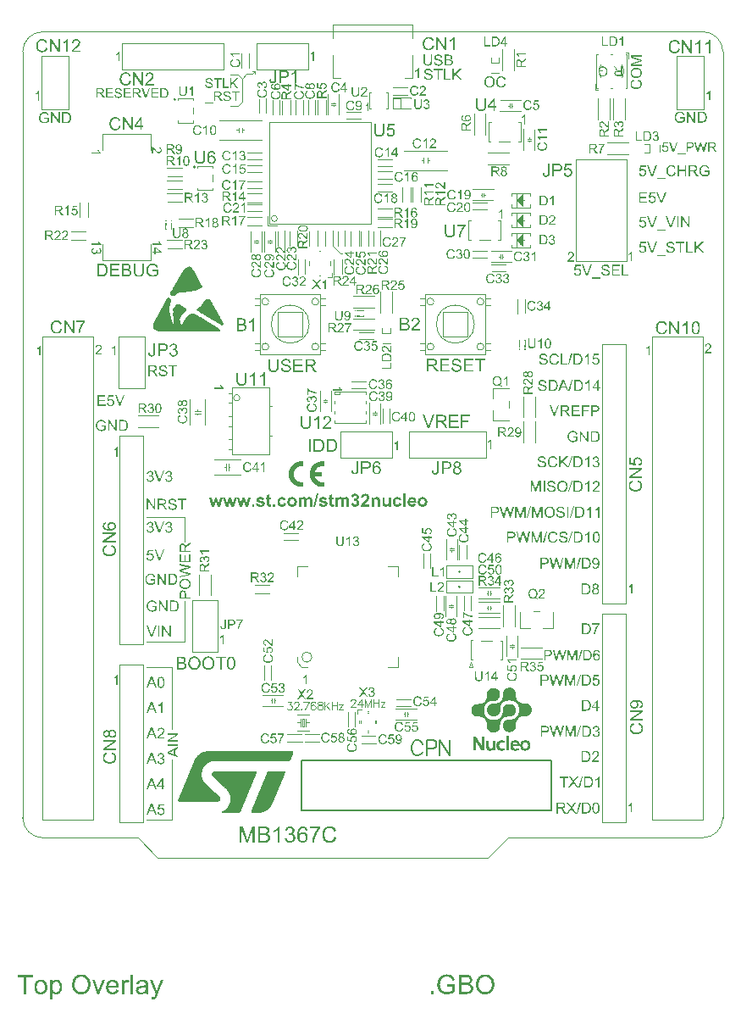
<source format=gto>
G04 Layer_Color=16777215*
%FSLAX43Y43*%
%MOMM*%
G71*
G01*
G75*
%ADD53C,0.120*%
%ADD56C,0.200*%
%ADD63C,0.150*%
%ADD66C,0.100*%
%ADD76C,0.029*%
%ADD77C,0.076*%
%ADD78C,0.080*%
%ADD79C,0.013*%
%ADD80C,0.025*%
%ADD81C,0.127*%
G36*
X55640Y19707D02*
X55540D01*
X55837Y20767D01*
X55938D01*
X55640Y19707D01*
D02*
G37*
G36*
X52593Y20748D02*
X52618Y20747D01*
X52645Y20745D01*
X52670Y20742D01*
X52692Y20739D01*
X52695D01*
X52705Y20736D01*
X52719Y20733D01*
X52736Y20729D01*
X52756Y20722D01*
X52776Y20713D01*
X52799Y20702D01*
X52818Y20690D01*
X52821Y20689D01*
X52827Y20685D01*
X52836Y20676D01*
X52847Y20665D01*
X52861Y20652D01*
X52874Y20634D01*
X52889Y20615D01*
X52901Y20593D01*
X52902Y20590D01*
X52905Y20582D01*
X52911Y20569D01*
X52917Y20551D01*
X52922Y20531D01*
X52927Y20507D01*
X52930Y20480D01*
X52932Y20452D01*
Y20451D01*
Y20446D01*
Y20440D01*
X52930Y20430D01*
X52929Y20420D01*
X52927Y20406D01*
X52924Y20391D01*
X52922Y20375D01*
X52911Y20341D01*
X52905Y20323D01*
X52896Y20304D01*
X52886Y20285D01*
X52876Y20267D01*
X52862Y20249D01*
X52847Y20231D01*
X52846Y20230D01*
X52843Y20227D01*
X52839Y20223D01*
X52831Y20218D01*
X52822Y20211D01*
X52810Y20203D01*
X52796Y20194D01*
X52779Y20187D01*
X52760Y20178D01*
X52738Y20169D01*
X52714Y20162D01*
X52686Y20156D01*
X52656Y20150D01*
X52624Y20146D01*
X52587Y20143D01*
X52548Y20141D01*
X52286D01*
Y19725D01*
X52150D01*
Y20750D01*
X52571D01*
X52593Y20748D01*
D02*
G37*
G36*
X56470D02*
X56499Y20747D01*
X56529Y20744D01*
X56558Y20739D01*
X56584Y20735D01*
X56585D01*
X56588Y20733D01*
X56592D01*
X56598Y20730D01*
X56615Y20726D01*
X56635Y20719D01*
X56659Y20708D01*
X56684Y20695D01*
X56709Y20680D01*
X56733Y20661D01*
X56735Y20659D01*
X56736Y20658D01*
X56741Y20653D01*
X56746Y20649D01*
X56761Y20634D01*
X56779Y20613D01*
X56798Y20588D01*
X56819Y20559D01*
X56838Y20525D01*
X56855Y20486D01*
Y20485D01*
X56856Y20482D01*
X56859Y20476D01*
X56860Y20467D01*
X56865Y20457D01*
X56868Y20445D01*
X56871Y20431D01*
X56875Y20415D01*
X56880Y20399D01*
X56883Y20380D01*
X56890Y20338D01*
X56895Y20292D01*
X56896Y20242D01*
Y20240D01*
Y20237D01*
Y20230D01*
Y20223D01*
X56895Y20212D01*
Y20200D01*
X56893Y20172D01*
X56889Y20140D01*
X56884Y20106D01*
X56877Y20070D01*
X56868Y20034D01*
Y20033D01*
X56866Y20030D01*
X56865Y20026D01*
X56863Y20020D01*
X56858Y20003D01*
X56849Y19983D01*
X56840Y19959D01*
X56828Y19935D01*
X56813Y19910D01*
X56798Y19886D01*
X56797Y19883D01*
X56791Y19876D01*
X56782Y19866D01*
X56770Y19852D01*
X56757Y19838D01*
X56741Y19823D01*
X56724Y19806D01*
X56705Y19793D01*
X56702Y19792D01*
X56696Y19787D01*
X56686Y19781D01*
X56671Y19774D01*
X56653Y19765D01*
X56632Y19758D01*
X56609Y19749D01*
X56582Y19741D01*
X56579D01*
X56575Y19740D01*
X56570Y19738D01*
X56555Y19737D01*
X56535Y19734D01*
X56511Y19731D01*
X56483Y19728D01*
X56452Y19726D01*
X56418Y19725D01*
X56049D01*
Y20750D01*
X56443D01*
X56470Y20748D01*
D02*
G37*
G36*
X56322Y27386D02*
X56353Y27385D01*
X56384Y27382D01*
X56416Y27377D01*
X56443Y27372D01*
X56444D01*
X56447Y27371D01*
X56452D01*
X56458Y27368D01*
X56476Y27363D01*
X56498Y27355D01*
X56523Y27344D01*
X56549Y27330D01*
X56576Y27314D01*
X56601Y27294D01*
X56603Y27292D01*
X56605Y27291D01*
X56609Y27286D01*
X56616Y27281D01*
X56631Y27265D01*
X56650Y27243D01*
X56671Y27217D01*
X56693Y27185D01*
X56713Y27149D01*
X56730Y27108D01*
Y27107D01*
X56732Y27103D01*
X56735Y27097D01*
X56737Y27088D01*
X56741Y27077D01*
X56744Y27064D01*
X56748Y27050D01*
X56752Y27033D01*
X56757Y27015D01*
X56760Y26995D01*
X56768Y26951D01*
X56773Y26902D01*
X56774Y26849D01*
Y26847D01*
Y26844D01*
Y26836D01*
Y26828D01*
X56773Y26817D01*
Y26805D01*
X56771Y26775D01*
X56766Y26740D01*
X56762Y26704D01*
X56754Y26666D01*
X56744Y26629D01*
Y26627D01*
X56743Y26624D01*
X56741Y26619D01*
X56740Y26613D01*
X56733Y26596D01*
X56724Y26574D01*
X56715Y26548D01*
X56702Y26523D01*
X56686Y26497D01*
X56671Y26471D01*
X56669Y26468D01*
X56663Y26460D01*
X56653Y26449D01*
X56641Y26435D01*
X56627Y26419D01*
X56609Y26404D01*
X56592Y26386D01*
X56572Y26372D01*
X56568Y26371D01*
X56562Y26366D01*
X56551Y26360D01*
X56535Y26352D01*
X56516Y26342D01*
X56494Y26335D01*
X56469Y26325D01*
X56441Y26317D01*
X56438D01*
X56433Y26316D01*
X56428Y26314D01*
X56413Y26313D01*
X56391Y26309D01*
X56366Y26306D01*
X56336Y26303D01*
X56303Y26302D01*
X56266Y26300D01*
X55875D01*
Y27388D01*
X56293D01*
X56322Y27386D01*
D02*
G37*
G36*
X56347Y23411D02*
X56378Y23410D01*
X56409Y23407D01*
X56441Y23402D01*
X56468Y23397D01*
X56469D01*
X56472Y23396D01*
X56477D01*
X56483Y23393D01*
X56501Y23388D01*
X56523Y23380D01*
X56548Y23369D01*
X56575Y23355D01*
X56601Y23339D01*
X56626Y23319D01*
X56628Y23317D01*
X56630Y23316D01*
X56634Y23311D01*
X56641Y23306D01*
X56656Y23290D01*
X56675Y23268D01*
X56696Y23242D01*
X56718Y23210D01*
X56738Y23174D01*
X56755Y23133D01*
Y23132D01*
X56757Y23128D01*
X56760Y23122D01*
X56762Y23113D01*
X56766Y23102D01*
X56769Y23089D01*
X56773Y23075D01*
X56777Y23058D01*
X56782Y23040D01*
X56785Y23020D01*
X56793Y22976D01*
X56798Y22927D01*
X56799Y22874D01*
Y22872D01*
Y22869D01*
Y22861D01*
Y22853D01*
X56798Y22842D01*
Y22830D01*
X56796Y22800D01*
X56791Y22765D01*
X56787Y22729D01*
X56779Y22691D01*
X56769Y22654D01*
Y22652D01*
X56768Y22649D01*
X56766Y22644D01*
X56765Y22638D01*
X56758Y22621D01*
X56749Y22599D01*
X56740Y22573D01*
X56727Y22548D01*
X56711Y22522D01*
X56696Y22496D01*
X56694Y22493D01*
X56688Y22485D01*
X56678Y22474D01*
X56666Y22460D01*
X56652Y22444D01*
X56634Y22429D01*
X56617Y22411D01*
X56597Y22397D01*
X56593Y22396D01*
X56587Y22391D01*
X56576Y22385D01*
X56560Y22377D01*
X56541Y22367D01*
X56519Y22360D01*
X56494Y22350D01*
X56466Y22342D01*
X56463D01*
X56458Y22341D01*
X56453Y22339D01*
X56438Y22338D01*
X56416Y22334D01*
X56391Y22331D01*
X56361Y22328D01*
X56328Y22327D01*
X56291Y22325D01*
X55900D01*
Y23413D01*
X56318D01*
X56347Y23411D01*
D02*
G37*
G36*
X57656Y23294D02*
X57655Y23292D01*
X57652Y23289D01*
X57645Y23283D01*
X57639Y23273D01*
X57629Y23262D01*
X57617Y23249D01*
X57604Y23234D01*
X57590Y23215D01*
X57576Y23196D01*
X57559Y23174D01*
X57541Y23149D01*
X57524Y23124D01*
X57505Y23095D01*
X57486Y23066D01*
X57468Y23033D01*
X57449Y23000D01*
X57447Y22998D01*
X57444Y22992D01*
X57439Y22982D01*
X57431Y22968D01*
X57424Y22951D01*
X57414Y22932D01*
X57403Y22910D01*
X57392Y22885D01*
X57380Y22856D01*
X57365Y22828D01*
X57353Y22797D01*
X57340Y22764D01*
X57315Y22696D01*
X57291Y22624D01*
Y22622D01*
X57290Y22617D01*
X57288Y22610D01*
X57285Y22600D01*
X57282Y22588D01*
X57279Y22572D01*
X57274Y22555D01*
X57271Y22536D01*
X57266Y22514D01*
X57262Y22490D01*
X57254Y22440D01*
X57246Y22385D01*
X57241Y22325D01*
X57104D01*
Y22327D01*
Y22331D01*
Y22338D01*
X57106Y22347D01*
Y22360D01*
X57107Y22375D01*
X57109Y22393D01*
X57111Y22411D01*
X57114Y22433D01*
X57117Y22455D01*
X57122Y22482D01*
X57126Y22509D01*
X57131Y22537D01*
X57137Y22569D01*
X57153Y22633D01*
Y22635D01*
X57155Y22641D01*
X57158Y22650D01*
X57163Y22665D01*
X57167Y22680D01*
X57174Y22699D01*
X57180Y22721D01*
X57189Y22745D01*
X57199Y22772D01*
X57208Y22798D01*
X57232Y22858D01*
X57260Y22921D01*
X57291Y22984D01*
X57293Y22985D01*
X57296Y22992D01*
X57301Y23000D01*
X57307Y23012D01*
X57315Y23026D01*
X57326Y23044D01*
X57337Y23062D01*
X57350Y23083D01*
X57380Y23128D01*
X57411Y23176D01*
X57447Y23224D01*
X57485Y23270D01*
X56952D01*
Y23399D01*
X57656D01*
Y23294D01*
D02*
G37*
G36*
X55474Y4406D02*
X55367D01*
X55683Y5532D01*
X55790D01*
X55474Y4406D01*
D02*
G37*
G36*
X57337Y5516D02*
X57358Y5513D01*
X57381Y5508D01*
X57406Y5502D01*
X57433Y5494D01*
X57458Y5482D01*
X57460D01*
X57461Y5480D01*
X57469Y5475D01*
X57482Y5467D01*
X57497Y5456D01*
X57515Y5441D01*
X57534Y5423D01*
X57551Y5403D01*
X57568Y5379D01*
X57570Y5376D01*
X57576Y5368D01*
X57582Y5354D01*
X57593Y5334D01*
X57603Y5310D01*
X57615Y5283D01*
X57626Y5252D01*
X57636Y5217D01*
Y5216D01*
X57637Y5213D01*
X57639Y5208D01*
X57641Y5200D01*
X57642Y5191D01*
X57644Y5180D01*
X57647Y5166D01*
X57648Y5150D01*
X57652Y5133D01*
X57653Y5114D01*
X57655Y5092D01*
X57658Y5070D01*
X57659Y5044D01*
Y5019D01*
X57661Y4991D01*
Y4961D01*
Y4960D01*
Y4953D01*
Y4942D01*
Y4930D01*
X57659Y4912D01*
Y4894D01*
X57658Y4873D01*
X57656Y4851D01*
X57652Y4801D01*
X57644Y4749D01*
X57634Y4699D01*
X57628Y4675D01*
X57620Y4651D01*
Y4650D01*
X57619Y4647D01*
X57615Y4640D01*
X57612Y4633D01*
X57609Y4622D01*
X57603Y4611D01*
X57590Y4584D01*
X57575Y4556D01*
X57554Y4524D01*
X57530Y4496D01*
X57502Y4469D01*
X57501D01*
X57499Y4466D01*
X57494Y4463D01*
X57488Y4460D01*
X57480Y4455D01*
X57472Y4449D01*
X57449Y4438D01*
X57420Y4427D01*
X57387Y4416D01*
X57348Y4409D01*
X57306Y4406D01*
X57290D01*
X57279Y4408D01*
X57266Y4409D01*
X57251Y4412D01*
X57233Y4416D01*
X57214Y4420D01*
X57196Y4427D01*
X57175Y4433D01*
X57155Y4442D01*
X57134Y4453D01*
X57114Y4466D01*
X57093Y4482D01*
X57075Y4499D01*
X57057Y4518D01*
X57056Y4519D01*
X57053Y4524D01*
X57048Y4532D01*
X57040Y4544D01*
X57032Y4559D01*
X57024Y4578D01*
X57013Y4600D01*
X57004Y4625D01*
X56994Y4653D01*
X56985Y4686D01*
X56975Y4722D01*
X56968Y4763D01*
X56960Y4807D01*
X56955Y4854D01*
X56952Y4906D01*
X56950Y4961D01*
Y4963D01*
Y4969D01*
Y4980D01*
Y4993D01*
X56952Y5010D01*
Y5029D01*
X56953Y5049D01*
X56955Y5073D01*
X56960Y5122D01*
X56968Y5173D01*
X56977Y5225D01*
X56983Y5249D01*
X56990Y5272D01*
Y5274D01*
X56991Y5277D01*
X56994Y5283D01*
X56997Y5291D01*
X57001Y5302D01*
X57007Y5313D01*
X57020Y5340D01*
X57035Y5368D01*
X57056Y5398D01*
X57079Y5428D01*
X57108Y5453D01*
X57109D01*
X57111Y5456D01*
X57115Y5460D01*
X57122Y5463D01*
X57130Y5469D01*
X57139Y5474D01*
X57163Y5486D01*
X57191Y5497D01*
X57224Y5508D01*
X57263Y5515D01*
X57306Y5518D01*
X57320D01*
X57337Y5516D01*
D02*
G37*
G36*
X53892Y5511D02*
X53906D01*
X53939Y5510D01*
X53974Y5505D01*
X54012Y5500D01*
X54046Y5493D01*
X54064Y5488D01*
X54078Y5483D01*
X54079D01*
X54081Y5482D01*
X54090Y5477D01*
X54105Y5471D01*
X54122Y5460D01*
X54141Y5445D01*
X54161Y5427D01*
X54180Y5405D01*
X54199Y5379D01*
Y5378D01*
X54200Y5376D01*
X54207Y5367D01*
X54213Y5351D01*
X54222Y5331D01*
X54230Y5307D01*
X54238Y5279D01*
X54243Y5249D01*
X54244Y5216D01*
Y5214D01*
Y5211D01*
Y5205D01*
X54243Y5197D01*
Y5186D01*
X54241Y5175D01*
X54235Y5148D01*
X54226Y5117D01*
X54213Y5084D01*
X54194Y5051D01*
X54182Y5035D01*
X54169Y5019D01*
X54167Y5018D01*
X54166Y5016D01*
X54161Y5011D01*
X54155Y5007D01*
X54147Y5000D01*
X54138Y4994D01*
X54125Y4986D01*
X54112Y4977D01*
X54097Y4969D01*
X54079Y4961D01*
X54061Y4952D01*
X54040Y4944D01*
X54016Y4938D01*
X53993Y4930D01*
X53966Y4925D01*
X53938Y4920D01*
X53941Y4919D01*
X53947Y4916D01*
X53957Y4909D01*
X53969Y4903D01*
X53998Y4886D01*
X54012Y4875D01*
X54024Y4865D01*
X54027Y4862D01*
X54035Y4854D01*
X54048Y4842D01*
X54064Y4826D01*
X54081Y4804D01*
X54101Y4780D01*
X54122Y4752D01*
X54144Y4721D01*
X54331Y4425D01*
X54152D01*
X54009Y4651D01*
Y4653D01*
X54005Y4656D01*
X54002Y4661D01*
X53998Y4667D01*
X53987Y4684D01*
X53972Y4706D01*
X53955Y4730D01*
X53938Y4755D01*
X53921Y4779D01*
X53905Y4801D01*
X53903Y4802D01*
X53899Y4809D01*
X53891Y4818D01*
X53880Y4829D01*
X53856Y4853D01*
X53844Y4864D01*
X53831Y4873D01*
X53829Y4875D01*
X53826Y4876D01*
X53820Y4879D01*
X53811Y4884D01*
X53801Y4889D01*
X53790Y4894D01*
X53765Y4901D01*
X53763D01*
X53760Y4903D01*
X53754D01*
X53746Y4905D01*
X53735Y4906D01*
X53722D01*
X53705Y4908D01*
X53520D01*
Y4425D01*
X53375D01*
Y5513D01*
X53880D01*
X53892Y5511D01*
D02*
G37*
G36*
X54048Y19725D02*
X53915D01*
X53700Y20505D01*
Y20507D01*
X53699Y20510D01*
X53697Y20514D01*
X53696Y20522D01*
X53692Y20538D01*
X53687Y20557D01*
X53681Y20578D01*
X53675Y20597D01*
X53671Y20613D01*
X53669Y20621D01*
X53668Y20625D01*
Y20624D01*
X53666Y20622D01*
X53665Y20613D01*
X53662Y20600D01*
X53657Y20584D01*
X53653Y20566D01*
X53647Y20545D01*
X53643Y20525D01*
X53637Y20505D01*
X53421Y19725D01*
X53278D01*
X53010Y20750D01*
X53151D01*
X53304Y20077D01*
Y20076D01*
X53305Y20073D01*
X53307Y20067D01*
X53308Y20060D01*
X53309Y20049D01*
X53312Y20039D01*
X53315Y20026D01*
X53318Y20011D01*
X53326Y19980D01*
X53333Y19944D01*
X53341Y19906D01*
X53348Y19867D01*
Y19869D01*
X53349Y19875D01*
X53352Y19882D01*
X53354Y19894D01*
X53357Y19906D01*
X53361Y19920D01*
X53369Y19953D01*
X53378Y19986D01*
X53381Y20002D01*
X53385Y20017D01*
X53388Y20030D01*
X53391Y20042D01*
X53394Y20051D01*
X53395Y20057D01*
X53589Y20750D01*
X53754D01*
X53899Y20230D01*
Y20228D01*
X53902Y20221D01*
X53905Y20211D01*
X53908Y20197D01*
X53912Y20180D01*
X53918Y20160D01*
X53924Y20138D01*
X53930Y20113D01*
X53937Y20085D01*
X53943Y20057D01*
X53957Y19996D01*
X53970Y19932D01*
X53980Y19867D01*
Y19869D01*
X53982Y19872D01*
Y19878D01*
X53985Y19885D01*
X53986Y19894D01*
X53989Y19904D01*
X53991Y19918D01*
X53995Y19932D01*
X54003Y19965D01*
X54011Y20003D01*
X54020Y20045D01*
X54032Y20091D01*
X54192Y20750D01*
X54330D01*
X54048Y19725D01*
D02*
G37*
G36*
X55430D02*
X55300D01*
Y20582D01*
X55001Y19725D01*
X54879D01*
X54583Y20597D01*
Y19725D01*
X54453D01*
Y20750D01*
X54656D01*
X54898Y20023D01*
Y20021D01*
X54900Y20018D01*
X54901Y20014D01*
X54904Y20006D01*
X54910Y19989D01*
X54918Y19966D01*
X54925Y19941D01*
X54934Y19916D01*
X54941Y19892D01*
X54947Y19872D01*
X54949Y19875D01*
X54950Y19882D01*
X54955Y19895D01*
X54961Y19913D01*
X54968Y19937D01*
X54978Y19965D01*
X54989Y19997D01*
X55002Y20036D01*
X55248Y20750D01*
X55430D01*
Y19725D01*
D02*
G37*
G36*
X57414Y20753D02*
X57425D01*
X57437Y20751D01*
X57465Y20745D01*
X57496Y20738D01*
X57528Y20726D01*
X57561Y20708D01*
X57577Y20698D01*
X57592Y20686D01*
X57593Y20685D01*
X57595Y20683D01*
X57599Y20679D01*
X57604Y20674D01*
X57611Y20667D01*
X57617Y20658D01*
X57633Y20637D01*
X57650Y20611D01*
X57665Y20578D01*
X57678Y20541D01*
X57687Y20499D01*
X57561Y20489D01*
Y20491D01*
X57559Y20492D01*
X57558Y20501D01*
X57554Y20514D01*
X57548Y20531D01*
X57542Y20548D01*
X57533Y20566D01*
X57522Y20582D01*
X57512Y20596D01*
X57509Y20599D01*
X57503Y20605D01*
X57493Y20613D01*
X57478Y20624D01*
X57459Y20633D01*
X57438Y20642D01*
X57413Y20648D01*
X57386Y20651D01*
X57376D01*
X57364Y20649D01*
X57351Y20646D01*
X57333Y20642D01*
X57315Y20636D01*
X57297Y20628D01*
X57280Y20616D01*
X57277Y20615D01*
X57269Y20609D01*
X57259Y20599D01*
X57245Y20584D01*
X57231Y20566D01*
X57214Y20545D01*
X57200Y20519D01*
X57185Y20489D01*
Y20488D01*
X57183Y20485D01*
X57182Y20480D01*
X57179Y20474D01*
X57177Y20465D01*
X57174Y20455D01*
X57171Y20443D01*
X57168Y20428D01*
X57164Y20412D01*
X57161Y20394D01*
X57158Y20375D01*
X57157Y20354D01*
X57154Y20331D01*
X57152Y20307D01*
X57151Y20280D01*
Y20254D01*
X57152Y20255D01*
X57158Y20264D01*
X57168Y20276D01*
X57182Y20291D01*
X57197Y20308D01*
X57216Y20325D01*
X57237Y20341D01*
X57260Y20356D01*
X57262D01*
X57263Y20357D01*
X57272Y20362D01*
X57285Y20366D01*
X57303Y20374D01*
X57324Y20380D01*
X57348Y20384D01*
X57373Y20388D01*
X57400Y20390D01*
X57411D01*
X57420Y20388D01*
X57432Y20387D01*
X57444Y20385D01*
X57459Y20382D01*
X57474Y20378D01*
X57508Y20368D01*
X57525Y20360D01*
X57543Y20350D01*
X57561Y20340D01*
X57580Y20328D01*
X57598Y20313D01*
X57614Y20297D01*
X57616Y20295D01*
X57619Y20292D01*
X57623Y20288D01*
X57628Y20280D01*
X57635Y20270D01*
X57642Y20260D01*
X57650Y20246D01*
X57659Y20231D01*
X57668Y20215D01*
X57675Y20197D01*
X57682Y20177D01*
X57690Y20156D01*
X57694Y20134D01*
X57699Y20109D01*
X57702Y20083D01*
X57703Y20057D01*
Y20055D01*
Y20052D01*
Y20048D01*
Y20040D01*
X57702Y20032D01*
Y20023D01*
X57697Y19999D01*
X57693Y19971D01*
X57685Y19941D01*
X57675Y19909D01*
X57660Y19878D01*
Y19876D01*
X57659Y19875D01*
X57656Y19870D01*
X57653Y19864D01*
X57644Y19849D01*
X57631Y19830D01*
X57614Y19809D01*
X57595Y19789D01*
X57571Y19768D01*
X57546Y19750D01*
X57545D01*
X57543Y19749D01*
X57539Y19746D01*
X57533Y19744D01*
X57518Y19737D01*
X57499Y19729D01*
X57474Y19721D01*
X57445Y19715D01*
X57414Y19709D01*
X57380Y19707D01*
X57373D01*
X57365Y19709D01*
X57354D01*
X57340Y19710D01*
X57325Y19713D01*
X57308Y19718D01*
X57290Y19722D01*
X57269Y19728D01*
X57248Y19735D01*
X57228Y19744D01*
X57206Y19756D01*
X57185Y19769D01*
X57164Y19784D01*
X57143Y19802D01*
X57124Y19823D01*
X57123Y19824D01*
X57120Y19829D01*
X57115Y19835D01*
X57109Y19845D01*
X57100Y19858D01*
X57093Y19873D01*
X57084Y19892D01*
X57075Y19913D01*
X57065Y19938D01*
X57056Y19966D01*
X57049Y19997D01*
X57041Y20032D01*
X57034Y20070D01*
X57029Y20111D01*
X57026Y20156D01*
X57025Y20203D01*
Y20205D01*
Y20206D01*
Y20211D01*
Y20217D01*
X57026Y20231D01*
Y20252D01*
X57028Y20276D01*
X57031Y20304D01*
X57034Y20335D01*
X57038Y20369D01*
X57044Y20403D01*
X57052Y20440D01*
X57060Y20476D01*
X57071Y20511D01*
X57084Y20545D01*
X57099Y20578D01*
X57115Y20609D01*
X57134Y20636D01*
X57136Y20637D01*
X57139Y20640D01*
X57145Y20646D01*
X57152Y20655D01*
X57161Y20664D01*
X57173Y20673D01*
X57188Y20685D01*
X57203Y20695D01*
X57220Y20705D01*
X57240Y20717D01*
X57262Y20726D01*
X57284Y20736D01*
X57309Y20744D01*
X57336Y20750D01*
X57364Y20753D01*
X57394Y20754D01*
X57405D01*
X57414Y20753D01*
D02*
G37*
G36*
X57295Y27391D02*
X57307Y27390D01*
X57321Y27388D01*
X57337Y27386D01*
X57353Y27382D01*
X57391Y27372D01*
X57428Y27358D01*
X57447Y27349D01*
X57466Y27338D01*
X57483Y27324D01*
X57501Y27309D01*
X57502Y27308D01*
X57504Y27306D01*
X57509Y27302D01*
X57515Y27295D01*
X57521Y27286D01*
X57529Y27276D01*
X57545Y27253D01*
X57560Y27223D01*
X57575Y27188D01*
X57586Y27149D01*
X57587Y27129D01*
X57589Y27107D01*
Y27105D01*
Y27103D01*
Y27094D01*
X57587Y27080D01*
X57584Y27063D01*
X57579Y27041D01*
X57571Y27019D01*
X57562Y26997D01*
X57548Y26975D01*
X57546Y26971D01*
X57540Y26965D01*
X57531Y26956D01*
X57518Y26943D01*
X57501Y26929D01*
X57480Y26915D01*
X57457Y26901D01*
X57428Y26888D01*
X57430D01*
X57433Y26886D01*
X57438Y26885D01*
X57444Y26882D01*
X57463Y26874D01*
X57485Y26863D01*
X57509Y26847D01*
X57534Y26830D01*
X57557Y26808D01*
X57579Y26783D01*
Y26781D01*
X57581Y26780D01*
X57587Y26770D01*
X57597Y26754D01*
X57606Y26734D01*
X57615Y26709D01*
X57625Y26679D01*
X57631Y26646D01*
X57633Y26610D01*
Y26608D01*
Y26603D01*
Y26596D01*
X57631Y26586D01*
X57630Y26575D01*
X57628Y26561D01*
X57625Y26545D01*
X57620Y26528D01*
X57609Y26492D01*
X57601Y26471D01*
X57590Y26453D01*
X57579Y26432D01*
X57567Y26413D01*
X57551Y26394D01*
X57534Y26375D01*
X57532Y26374D01*
X57529Y26371D01*
X57524Y26366D01*
X57516Y26361D01*
X57505Y26353D01*
X57494Y26346D01*
X57480Y26338D01*
X57465Y26328D01*
X57447Y26319D01*
X57427Y26311D01*
X57405Y26303D01*
X57383Y26295D01*
X57358Y26291D01*
X57331Y26286D01*
X57304Y26283D01*
X57274Y26281D01*
X57259D01*
X57248Y26283D01*
X57233Y26284D01*
X57218Y26286D01*
X57200Y26289D01*
X57182Y26294D01*
X57139Y26305D01*
X57117Y26313D01*
X57097Y26320D01*
X57075Y26331D01*
X57053Y26344D01*
X57032Y26358D01*
X57013Y26375D01*
X57012Y26377D01*
X57009Y26380D01*
X57004Y26385D01*
X56998Y26393D01*
X56991Y26402D01*
X56982Y26413D01*
X56974Y26426D01*
X56965Y26441D01*
X56955Y26457D01*
X56947Y26476D01*
X56932Y26515D01*
X56925Y26539D01*
X56921Y26563D01*
X56917Y26588D01*
X56916Y26613D01*
Y26614D01*
Y26618D01*
Y26624D01*
X56917Y26630D01*
Y26640D01*
X56919Y26651D01*
X56922Y26676D01*
X56928Y26704D01*
X56938Y26732D01*
X56952Y26762D01*
X56969Y26791D01*
Y26792D01*
X56972Y26794D01*
X56979Y26802D01*
X56991Y26814D01*
X57009Y26830D01*
X57031Y26846D01*
X57057Y26863D01*
X57087Y26877D01*
X57123Y26888D01*
X57122D01*
X57120Y26890D01*
X57116Y26891D01*
X57109Y26894D01*
X57095Y26901D01*
X57076Y26910D01*
X57056Y26923D01*
X57035Y26938D01*
X57016Y26956D01*
X56999Y26975D01*
X56998Y26978D01*
X56993Y26984D01*
X56987Y26997D01*
X56980Y27012D01*
X56972Y27033D01*
X56966Y27056D01*
X56961Y27083D01*
X56960Y27111D01*
Y27113D01*
Y27116D01*
Y27122D01*
X56961Y27132D01*
X56963Y27141D01*
X56965Y27154D01*
X56971Y27180D01*
X56980Y27212D01*
X56996Y27245D01*
X57005Y27262D01*
X57016Y27280D01*
X57031Y27295D01*
X57045Y27311D01*
X57046Y27313D01*
X57049Y27314D01*
X57054Y27319D01*
X57060Y27324D01*
X57068Y27330D01*
X57079Y27336D01*
X57092Y27344D01*
X57105Y27352D01*
X57120Y27360D01*
X57138Y27368D01*
X57156Y27374D01*
X57177Y27380D01*
X57221Y27390D01*
X57246Y27391D01*
X57271Y27393D01*
X57285D01*
X57295Y27391D01*
D02*
G37*
G36*
X51908Y31475D02*
X51769D01*
Y32385D01*
X51452Y31475D01*
X51323D01*
X51008Y32401D01*
Y31475D01*
X50870D01*
Y32563D01*
X51085D01*
X51343Y31791D01*
Y31789D01*
X51345Y31786D01*
X51346Y31782D01*
X51349Y31774D01*
X51356Y31755D01*
X51364Y31731D01*
X51371Y31705D01*
X51381Y31678D01*
X51389Y31653D01*
X51395Y31631D01*
X51397Y31634D01*
X51398Y31642D01*
X51403Y31656D01*
X51409Y31675D01*
X51417Y31700D01*
X51428Y31730D01*
X51439Y31764D01*
X51453Y31805D01*
X51714Y32563D01*
X51908D01*
Y31475D01*
D02*
G37*
G36*
X53062Y32580D02*
X53076Y32579D01*
X53093Y32577D01*
X53110Y32576D01*
X53131Y32571D01*
X53173Y32561D01*
X53220Y32547D01*
X53244Y32538D01*
X53266Y32527D01*
X53288Y32513D01*
X53310Y32499D01*
X53312Y32497D01*
X53315Y32495D01*
X53321Y32491D01*
X53329Y32483D01*
X53337Y32475D01*
X53348Y32464D01*
X53359Y32451D01*
X53371Y32439D01*
X53384Y32423D01*
X53396Y32404D01*
X53411Y32385D01*
X53423Y32365D01*
X53434Y32341D01*
X53447Y32318D01*
X53456Y32293D01*
X53466Y32264D01*
X53324Y32231D01*
Y32233D01*
X53323Y32236D01*
X53319Y32242D01*
X53316Y32250D01*
X53313Y32260D01*
X53308Y32272D01*
X53296Y32297D01*
X53280Y32326D01*
X53261Y32354D01*
X53238Y32381D01*
X53213Y32404D01*
X53209Y32407D01*
X53200Y32414D01*
X53184Y32422D01*
X53164Y32433D01*
X53137Y32442D01*
X53107Y32451D01*
X53071Y32458D01*
X53032Y32459D01*
X53019D01*
X53011Y32458D01*
X53000D01*
X52988Y32456D01*
X52958Y32451D01*
X52925Y32445D01*
X52890Y32434D01*
X52854Y32418D01*
X52821Y32398D01*
X52819D01*
X52818Y32395D01*
X52807Y32387D01*
X52793Y32374D01*
X52775Y32355D01*
X52755Y32332D01*
X52736Y32305D01*
X52719Y32272D01*
X52703Y32236D01*
Y32234D01*
X52702Y32231D01*
X52700Y32227D01*
X52698Y32219D01*
X52695Y32209D01*
X52692Y32198D01*
X52687Y32172D01*
X52681Y32140D01*
X52675Y32105D01*
X52672Y32068D01*
X52670Y32027D01*
Y32025D01*
Y32021D01*
Y32013D01*
Y32003D01*
X52672Y31992D01*
Y31978D01*
X52673Y31962D01*
X52675Y31945D01*
X52680Y31907D01*
X52687Y31866D01*
X52697Y31826D01*
X52709Y31785D01*
Y31783D01*
X52711Y31780D01*
X52714Y31775D01*
X52717Y31767D01*
X52727Y31749D01*
X52741Y31727D01*
X52758Y31701D01*
X52780Y31675D01*
X52805Y31651D01*
X52835Y31629D01*
X52837D01*
X52840Y31628D01*
X52845Y31624D01*
X52851Y31621D01*
X52859Y31618D01*
X52868Y31613D01*
X52890Y31604D01*
X52919Y31594D01*
X52950Y31587D01*
X52985Y31580D01*
X53021Y31579D01*
X53032D01*
X53041Y31580D01*
X53052D01*
X53063Y31582D01*
X53091Y31588D01*
X53124Y31596D01*
X53158Y31609D01*
X53192Y31626D01*
X53209Y31635D01*
X53225Y31648D01*
X53227Y31650D01*
X53228Y31651D01*
X53233Y31656D01*
X53239Y31661D01*
X53246Y31668D01*
X53253Y31678D01*
X53263Y31687D01*
X53271Y31700D01*
X53280Y31714D01*
X53291Y31730D01*
X53301Y31745D01*
X53310Y31764D01*
X53318Y31785D01*
X53326Y31807D01*
X53334Y31830D01*
X53340Y31855D01*
X53485Y31819D01*
Y31818D01*
X53483Y31811D01*
X53480Y31802D01*
X53475Y31789D01*
X53470Y31775D01*
X53464Y31758D01*
X53456Y31739D01*
X53447Y31719D01*
X53425Y31675D01*
X53396Y31631D01*
X53379Y31609D01*
X53362Y31587D01*
X53343Y31568D01*
X53321Y31549D01*
X53319Y31547D01*
X53316Y31544D01*
X53308Y31541D01*
X53301Y31535D01*
X53288Y31527D01*
X53275Y31519D01*
X53258Y31511D01*
X53241Y31503D01*
X53220Y31494D01*
X53198Y31486D01*
X53175Y31478D01*
X53150Y31470D01*
X53123Y31464D01*
X53095Y31461D01*
X53065Y31458D01*
X53033Y31456D01*
X53016D01*
X53003Y31458D01*
X52989D01*
X52972Y31459D01*
X52953Y31462D01*
X52931Y31466D01*
X52886Y31473D01*
X52838Y31486D01*
X52791Y31503D01*
X52769Y31514D01*
X52747Y31527D01*
X52746Y31528D01*
X52742Y31530D01*
X52736Y31535D01*
X52730Y31541D01*
X52720Y31547D01*
X52709Y31557D01*
X52697Y31568D01*
X52684Y31580D01*
X52672Y31594D01*
X52658Y31609D01*
X52629Y31645D01*
X52603Y31687D01*
X52579Y31734D01*
Y31736D01*
X52576Y31741D01*
X52574Y31749D01*
X52569Y31758D01*
X52566Y31771D01*
X52562Y31786D01*
X52555Y31804D01*
X52551Y31822D01*
X52546Y31843D01*
X52540Y31866D01*
X52532Y31915D01*
X52525Y31970D01*
X52522Y32027D01*
Y32028D01*
Y32035D01*
Y32044D01*
X52524Y32055D01*
Y32071D01*
X52525Y32087D01*
X52527Y32107D01*
X52530Y32127D01*
X52538Y32173D01*
X52549Y32223D01*
X52565Y32274D01*
X52587Y32322D01*
X52588Y32324D01*
X52590Y32329D01*
X52593Y32335D01*
X52599Y32343D01*
X52606Y32354D01*
X52613Y32366D01*
X52634Y32395D01*
X52661Y32426D01*
X52692Y32458D01*
X52728Y32489D01*
X52771Y32516D01*
X52772Y32517D01*
X52777Y32519D01*
X52783Y32522D01*
X52791Y32527D01*
X52804Y32532D01*
X52816Y32536D01*
X52832Y32543D01*
X52849Y32549D01*
X52868Y32555D01*
X52889Y32561D01*
X52933Y32571D01*
X52983Y32579D01*
X53035Y32582D01*
X53051D01*
X53062Y32580D01*
D02*
G37*
G36*
X54068D02*
X54079D01*
X54109Y32577D01*
X54142Y32572D01*
X54176Y32565D01*
X54214Y32555D01*
X54249Y32543D01*
X54250D01*
X54253Y32541D01*
X54258Y32538D01*
X54264Y32535D01*
X54280Y32527D01*
X54301Y32513D01*
X54324Y32497D01*
X54348Y32477D01*
X54370Y32453D01*
X54390Y32426D01*
Y32425D01*
X54392Y32423D01*
X54395Y32418D01*
X54398Y32414D01*
X54406Y32398D01*
X54415Y32377D01*
X54426Y32352D01*
X54434Y32322D01*
X54442Y32291D01*
X54445Y32256D01*
X54307Y32245D01*
Y32247D01*
Y32250D01*
X54305Y32255D01*
X54304Y32263D01*
X54299Y32280D01*
X54293Y32304D01*
X54283Y32329D01*
X54269Y32354D01*
X54252Y32377D01*
X54230Y32399D01*
X54227Y32401D01*
X54219Y32407D01*
X54203Y32417D01*
X54183Y32426D01*
X54156Y32436D01*
X54124Y32445D01*
X54085Y32451D01*
X54041Y32453D01*
X54019D01*
X54010Y32451D01*
X53997Y32450D01*
X53969Y32447D01*
X53937Y32440D01*
X53906Y32433D01*
X53876Y32420D01*
X53863Y32412D01*
X53851Y32404D01*
X53848Y32403D01*
X53841Y32396D01*
X53832Y32385D01*
X53823Y32373D01*
X53812Y32355D01*
X53802Y32337D01*
X53796Y32315D01*
X53793Y32289D01*
Y32286D01*
Y32280D01*
X53794Y32269D01*
X53797Y32256D01*
X53802Y32241D01*
X53810Y32225D01*
X53819Y32209D01*
X53834Y32194D01*
X53835Y32192D01*
X53843Y32187D01*
X53849Y32183D01*
X53856Y32179D01*
X53865Y32175D01*
X53876Y32168D01*
X53890Y32164D01*
X53906Y32157D01*
X53923Y32151D01*
X53944Y32143D01*
X53966Y32137D01*
X53991Y32129D01*
X54019Y32123D01*
X54051Y32115D01*
X54052D01*
X54058Y32113D01*
X54068Y32112D01*
X54079Y32109D01*
X54093Y32105D01*
X54110Y32101D01*
X54128Y32096D01*
X54146Y32091D01*
X54187Y32080D01*
X54227Y32069D01*
X54246Y32063D01*
X54263Y32057D01*
X54279Y32052D01*
X54291Y32046D01*
X54293D01*
X54296Y32044D01*
X54301Y32041D01*
X54307Y32038D01*
X54324Y32028D01*
X54345Y32016D01*
X54368Y31999D01*
X54392Y31980D01*
X54414Y31958D01*
X54433Y31934D01*
X54434Y31931D01*
X54440Y31923D01*
X54447Y31909D01*
X54456Y31890D01*
X54464Y31868D01*
X54472Y31841D01*
X54477Y31811D01*
X54478Y31780D01*
Y31778D01*
Y31777D01*
Y31772D01*
Y31766D01*
X54475Y31749D01*
X54472Y31727D01*
X54466Y31701D01*
X54458Y31675D01*
X54445Y31646D01*
X54428Y31617D01*
Y31615D01*
X54426Y31613D01*
X54418Y31604D01*
X54407Y31590D01*
X54392Y31574D01*
X54371Y31555D01*
X54346Y31535D01*
X54318Y31516D01*
X54285Y31499D01*
X54283D01*
X54280Y31497D01*
X54275Y31495D01*
X54269Y31492D01*
X54260Y31489D01*
X54249Y31484D01*
X54223Y31478D01*
X54194Y31470D01*
X54157Y31462D01*
X54118Y31458D01*
X54076Y31456D01*
X54051D01*
X54038Y31458D01*
X54024D01*
X54008Y31459D01*
X53989Y31461D01*
X53950Y31467D01*
X53909Y31473D01*
X53868Y31484D01*
X53829Y31499D01*
X53827D01*
X53824Y31500D01*
X53819Y31503D01*
X53813Y31506D01*
X53794Y31516D01*
X53772Y31530D01*
X53747Y31549D01*
X53720Y31571D01*
X53695Y31598D01*
X53672Y31628D01*
Y31629D01*
X53668Y31632D01*
X53667Y31637D01*
X53662Y31643D01*
X53659Y31651D01*
X53654Y31661D01*
X53643Y31684D01*
X53632Y31714D01*
X53623Y31747D01*
X53617Y31785D01*
X53613Y31824D01*
X53749Y31837D01*
Y31835D01*
Y31833D01*
X53750Y31829D01*
Y31822D01*
X53753Y31808D01*
X53758Y31788D01*
X53764Y31767D01*
X53771Y31744D01*
X53782Y31722D01*
X53793Y31701D01*
X53794Y31700D01*
X53799Y31694D01*
X53807Y31683D01*
X53819Y31672D01*
X53835Y31657D01*
X53852Y31643D01*
X53876Y31629D01*
X53901Y31617D01*
X53903D01*
X53904Y31615D01*
X53909Y31613D01*
X53914Y31612D01*
X53929Y31607D01*
X53950Y31601D01*
X53975Y31594D01*
X54003Y31590D01*
X54035Y31587D01*
X54069Y31585D01*
X54084D01*
X54099Y31587D01*
X54118Y31588D01*
X54140Y31591D01*
X54165Y31594D01*
X54190Y31601D01*
X54214Y31609D01*
X54217Y31610D01*
X54225Y31613D01*
X54236Y31620D01*
X54250Y31626D01*
X54264Y31637D01*
X54280Y31648D01*
X54296Y31661D01*
X54308Y31676D01*
X54310Y31678D01*
X54313Y31684D01*
X54318Y31692D01*
X54324Y31705D01*
X54330Y31717D01*
X54335Y31733D01*
X54338Y31750D01*
X54340Y31769D01*
Y31771D01*
Y31778D01*
X54338Y31788D01*
X54337Y31800D01*
X54332Y31813D01*
X54327Y31829D01*
X54319Y31844D01*
X54308Y31859D01*
X54307Y31860D01*
X54302Y31865D01*
X54296Y31871D01*
X54285Y31881D01*
X54272Y31890D01*
X54255Y31901D01*
X54235Y31912D01*
X54211Y31922D01*
X54209Y31923D01*
X54201Y31925D01*
X54189Y31929D01*
X54181Y31931D01*
X54170Y31934D01*
X54159Y31939D01*
X54145Y31942D01*
X54129Y31947D01*
X54110Y31951D01*
X54091Y31956D01*
X54069Y31962D01*
X54044Y31969D01*
X54018Y31975D01*
X54016D01*
X54011Y31977D01*
X54003Y31978D01*
X53994Y31981D01*
X53981Y31984D01*
X53967Y31988D01*
X53936Y31997D01*
X53901Y32008D01*
X53865Y32019D01*
X53834Y32030D01*
X53819Y32036D01*
X53807Y32043D01*
X53805D01*
X53804Y32044D01*
X53794Y32050D01*
X53780Y32058D01*
X53764Y32071D01*
X53746Y32085D01*
X53727Y32102D01*
X53708Y32123D01*
X53692Y32145D01*
X53690Y32148D01*
X53686Y32156D01*
X53679Y32168D01*
X53673Y32184D01*
X53667Y32205D01*
X53661Y32228D01*
X53656Y32253D01*
X53654Y32280D01*
Y32282D01*
Y32283D01*
Y32288D01*
Y32294D01*
X53657Y32310D01*
X53661Y32330D01*
X53665Y32354D01*
X53673Y32381D01*
X53684Y32407D01*
X53700Y32434D01*
Y32436D01*
X53702Y32437D01*
X53709Y32447D01*
X53720Y32459D01*
X53735Y32475D01*
X53753Y32492D01*
X53777Y32511D01*
X53805Y32528D01*
X53837Y32544D01*
X53838D01*
X53841Y32546D01*
X53846Y32547D01*
X53852Y32550D01*
X53860Y32554D01*
X53871Y32557D01*
X53895Y32563D01*
X53925Y32569D01*
X53959Y32576D01*
X53996Y32580D01*
X54036Y32582D01*
X54057D01*
X54068Y32580D01*
D02*
G37*
G36*
X55546Y32561D02*
X55577Y32560D01*
X55609Y32557D01*
X55640Y32552D01*
X55667Y32547D01*
X55668D01*
X55672Y32546D01*
X55676D01*
X55683Y32543D01*
X55700Y32538D01*
X55722Y32530D01*
X55747Y32519D01*
X55774Y32505D01*
X55800Y32489D01*
X55826Y32469D01*
X55827Y32467D01*
X55829Y32466D01*
X55833Y32461D01*
X55840Y32456D01*
X55855Y32440D01*
X55874Y32418D01*
X55895Y32392D01*
X55917Y32360D01*
X55937Y32324D01*
X55955Y32283D01*
Y32282D01*
X55956Y32278D01*
X55959Y32272D01*
X55961Y32263D01*
X55966Y32252D01*
X55969Y32239D01*
X55972Y32225D01*
X55977Y32208D01*
X55981Y32190D01*
X55984Y32170D01*
X55992Y32126D01*
X55997Y32077D01*
X55999Y32024D01*
Y32022D01*
Y32019D01*
Y32011D01*
Y32003D01*
X55997Y31992D01*
Y31980D01*
X55995Y31950D01*
X55991Y31915D01*
X55986Y31879D01*
X55978Y31841D01*
X55969Y31804D01*
Y31802D01*
X55967Y31799D01*
X55966Y31794D01*
X55964Y31788D01*
X55958Y31771D01*
X55948Y31749D01*
X55939Y31723D01*
X55926Y31698D01*
X55911Y31672D01*
X55895Y31646D01*
X55893Y31643D01*
X55887Y31635D01*
X55878Y31624D01*
X55865Y31610D01*
X55851Y31594D01*
X55833Y31579D01*
X55816Y31561D01*
X55796Y31547D01*
X55793Y31546D01*
X55786Y31541D01*
X55775Y31535D01*
X55760Y31527D01*
X55741Y31517D01*
X55719Y31510D01*
X55694Y31500D01*
X55665Y31492D01*
X55662D01*
X55657Y31491D01*
X55653Y31489D01*
X55637Y31488D01*
X55615Y31484D01*
X55590Y31481D01*
X55560Y31478D01*
X55527Y31477D01*
X55491Y31475D01*
X55099D01*
Y32563D01*
X55517D01*
X55546Y32561D01*
D02*
G37*
G36*
X56645Y31475D02*
X56511D01*
Y32326D01*
X56510Y32324D01*
X56502Y32318D01*
X56492Y32308D01*
X56477Y32297D01*
X56459Y32283D01*
X56437Y32267D01*
X56412Y32250D01*
X56384Y32233D01*
X56382D01*
X56381Y32231D01*
X56371Y32225D01*
X56355Y32217D01*
X56337Y32208D01*
X56315Y32197D01*
X56291Y32186D01*
X56267Y32175D01*
X56244Y32165D01*
Y32294D01*
X56245D01*
X56249Y32297D01*
X56255Y32299D01*
X56263Y32304D01*
X56272Y32308D01*
X56283Y32315D01*
X56310Y32330D01*
X56341Y32348D01*
X56373Y32370D01*
X56406Y32395D01*
X56439Y32422D01*
X56440Y32423D01*
X56442Y32425D01*
X56447Y32429D01*
X56453Y32434D01*
X56467Y32450D01*
X56486Y32469D01*
X56505Y32491D01*
X56525Y32516D01*
X56543Y32541D01*
X56558Y32568D01*
X56645D01*
Y31475D01*
D02*
G37*
G36*
X50441D02*
X50299D01*
X50071Y32304D01*
Y32305D01*
X50070Y32308D01*
X50068Y32313D01*
X50066Y32321D01*
X50062Y32338D01*
X50057Y32359D01*
X50051Y32381D01*
X50044Y32401D01*
X50040Y32418D01*
X50038Y32426D01*
X50037Y32431D01*
Y32429D01*
X50035Y32428D01*
X50033Y32418D01*
X50030Y32404D01*
X50026Y32387D01*
X50021Y32368D01*
X50015Y32346D01*
X50010Y32324D01*
X50004Y32304D01*
X49774Y31475D01*
X49623D01*
X49338Y32563D01*
X49488D01*
X49650Y31849D01*
Y31848D01*
X49651Y31844D01*
X49653Y31838D01*
X49655Y31830D01*
X49656Y31819D01*
X49659Y31808D01*
X49662Y31794D01*
X49666Y31778D01*
X49673Y31745D01*
X49681Y31708D01*
X49689Y31667D01*
X49697Y31626D01*
Y31628D01*
X49699Y31634D01*
X49702Y31642D01*
X49703Y31654D01*
X49706Y31667D01*
X49711Y31683D01*
X49719Y31717D01*
X49728Y31752D01*
X49732Y31769D01*
X49736Y31785D01*
X49739Y31799D01*
X49743Y31811D01*
X49746Y31821D01*
X49747Y31827D01*
X49953Y32563D01*
X50128D01*
X50282Y32011D01*
Y32010D01*
X50285Y32002D01*
X50288Y31991D01*
X50291Y31977D01*
X50296Y31958D01*
X50302Y31937D01*
X50309Y31914D01*
X50315Y31887D01*
X50323Y31857D01*
X50329Y31827D01*
X50343Y31763D01*
X50357Y31695D01*
X50368Y31626D01*
Y31628D01*
X50370Y31631D01*
Y31637D01*
X50373Y31645D01*
X50375Y31654D01*
X50378Y31665D01*
X50379Y31679D01*
X50384Y31695D01*
X50392Y31730D01*
X50401Y31771D01*
X50411Y31815D01*
X50423Y31863D01*
X50593Y32563D01*
X50739D01*
X50441Y31475D01*
D02*
G37*
G36*
X57292Y29966D02*
X57300D01*
X57311Y29965D01*
X57338Y29960D01*
X57368Y29954D01*
X57401Y29943D01*
X57434Y29928D01*
X57467Y29910D01*
X57468D01*
X57470Y29906D01*
X57475Y29903D01*
X57481Y29899D01*
X57497Y29886D01*
X57517Y29869D01*
X57537Y29845D01*
X57561Y29817D01*
X57582Y29784D01*
X57600Y29746D01*
Y29744D01*
X57602Y29741D01*
X57605Y29735D01*
X57608Y29727D01*
X57611Y29716D01*
X57616Y29702D01*
X57619Y29686D01*
X57624Y29669D01*
X57629Y29649D01*
X57633Y29625D01*
X57637Y29600D01*
X57640Y29573D01*
X57643Y29543D01*
X57646Y29512D01*
X57648Y29477D01*
Y29441D01*
Y29439D01*
Y29432D01*
Y29421D01*
Y29406D01*
X57646Y29389D01*
Y29369D01*
X57644Y29345D01*
X57641Y29322D01*
X57637Y29268D01*
X57629Y29211D01*
X57618Y29158D01*
X57610Y29131D01*
X57602Y29108D01*
Y29106D01*
X57600Y29103D01*
X57597Y29097D01*
X57594Y29087D01*
X57589Y29078D01*
X57583Y29065D01*
X57567Y29039D01*
X57549Y29009D01*
X57526Y28977D01*
X57498Y28947D01*
X57467Y28921D01*
X57465D01*
X57462Y28917D01*
X57457Y28914D01*
X57451Y28911D01*
X57442Y28906D01*
X57432Y28900D01*
X57420Y28894D01*
X57407Y28889D01*
X57377Y28877D01*
X57341Y28866D01*
X57302Y28859D01*
X57258Y28856D01*
X57245D01*
X57237Y28858D01*
X57226D01*
X57214Y28859D01*
X57184Y28866D01*
X57151Y28873D01*
X57116Y28886D01*
X57082Y28903D01*
X57064Y28914D01*
X57049Y28927D01*
X57047Y28928D01*
X57045Y28930D01*
X57041Y28935D01*
X57036Y28939D01*
X57030Y28947D01*
X57022Y28957D01*
X57006Y28979D01*
X56990Y29007D01*
X56975Y29042D01*
X56962Y29081D01*
X56953Y29127D01*
X57082Y29138D01*
Y29136D01*
X57083Y29133D01*
Y29130D01*
X57085Y29123D01*
X57089Y29106D01*
X57096Y29087D01*
X57104Y29065D01*
X57115Y29043D01*
X57127Y29023D01*
X57143Y29006D01*
X57144Y29004D01*
X57151Y28999D01*
X57162Y28993D01*
X57174Y28987D01*
X57192Y28979D01*
X57212Y28972D01*
X57236Y28968D01*
X57261Y28966D01*
X57272D01*
X57283Y28968D01*
X57297Y28969D01*
X57314Y28972D01*
X57332Y28977D01*
X57350Y28983D01*
X57368Y28993D01*
X57369Y28994D01*
X57376Y28998D01*
X57385Y29004D01*
X57394Y29013D01*
X57407Y29024D01*
X57420Y29037D01*
X57432Y29051D01*
X57445Y29068D01*
X57446Y29070D01*
X57449Y29078D01*
X57456Y29089D01*
X57462Y29103D01*
X57470Y29122D01*
X57478Y29144D01*
X57486Y29169D01*
X57493Y29197D01*
Y29199D01*
X57495Y29200D01*
Y29205D01*
X57497Y29211D01*
X57500Y29227D01*
X57504Y29248D01*
X57508Y29273D01*
X57511Y29300D01*
X57512Y29329D01*
X57514Y29361D01*
Y29362D01*
Y29367D01*
Y29375D01*
Y29388D01*
X57512Y29384D01*
X57506Y29377D01*
X57497Y29366D01*
X57486Y29350D01*
X57470Y29334D01*
X57451Y29317D01*
X57429Y29300D01*
X57404Y29284D01*
X57401Y29282D01*
X57391Y29278D01*
X57377Y29271D01*
X57360Y29265D01*
X57336Y29257D01*
X57311Y29251D01*
X57283Y29246D01*
X57253Y29244D01*
X57240D01*
X57231Y29246D01*
X57218Y29248D01*
X57206Y29249D01*
X57190Y29252D01*
X57174Y29257D01*
X57138Y29268D01*
X57119Y29276D01*
X57100Y29285D01*
X57080Y29296D01*
X57061Y29311D01*
X57042Y29325D01*
X57025Y29342D01*
X57023Y29344D01*
X57020Y29347D01*
X57017Y29351D01*
X57011Y29359D01*
X57003Y29370D01*
X56995Y29381D01*
X56987Y29395D01*
X56979Y29411D01*
X56970Y29428D01*
X56962Y29447D01*
X56954Y29469D01*
X56946Y29491D01*
X56940Y29516D01*
X56937Y29543D01*
X56934Y29570D01*
X56932Y29600D01*
Y29601D01*
Y29608D01*
Y29616D01*
X56934Y29627D01*
X56935Y29641D01*
X56937Y29658D01*
X56940Y29675D01*
X56945Y29696D01*
X56956Y29737D01*
X56964Y29759D01*
X56973Y29782D01*
X56984Y29804D01*
X56998Y29825D01*
X57012Y29847D01*
X57030Y29866D01*
X57031Y29867D01*
X57034Y29870D01*
X57039Y29875D01*
X57047Y29881D01*
X57056Y29889D01*
X57069Y29899D01*
X57082Y29906D01*
X57097Y29917D01*
X57113Y29927D01*
X57132Y29935D01*
X57174Y29952D01*
X57196Y29958D01*
X57221Y29963D01*
X57247Y29966D01*
X57273Y29968D01*
X57284D01*
X57292Y29966D01*
D02*
G37*
G36*
X53766Y28875D02*
X53624D01*
X53396Y29704D01*
Y29705D01*
X53395Y29708D01*
X53393Y29713D01*
X53391Y29721D01*
X53387Y29738D01*
X53382Y29759D01*
X53376Y29781D01*
X53369Y29801D01*
X53365Y29818D01*
X53363Y29826D01*
X53362Y29831D01*
Y29829D01*
X53360Y29828D01*
X53358Y29818D01*
X53355Y29804D01*
X53351Y29787D01*
X53346Y29768D01*
X53340Y29746D01*
X53335Y29724D01*
X53329Y29704D01*
X53099Y28875D01*
X52948D01*
X52663Y29963D01*
X52813D01*
X52975Y29249D01*
Y29248D01*
X52976Y29244D01*
X52978Y29238D01*
X52980Y29230D01*
X52981Y29219D01*
X52984Y29208D01*
X52987Y29194D01*
X52991Y29178D01*
X52998Y29145D01*
X53006Y29108D01*
X53014Y29067D01*
X53022Y29026D01*
Y29028D01*
X53024Y29034D01*
X53027Y29042D01*
X53028Y29054D01*
X53031Y29067D01*
X53036Y29083D01*
X53044Y29117D01*
X53053Y29152D01*
X53057Y29169D01*
X53061Y29185D01*
X53064Y29199D01*
X53068Y29211D01*
X53071Y29221D01*
X53072Y29227D01*
X53278Y29963D01*
X53453D01*
X53607Y29411D01*
Y29410D01*
X53610Y29402D01*
X53613Y29391D01*
X53616Y29377D01*
X53621Y29358D01*
X53627Y29337D01*
X53634Y29314D01*
X53640Y29287D01*
X53648Y29257D01*
X53654Y29227D01*
X53668Y29163D01*
X53682Y29095D01*
X53693Y29026D01*
Y29028D01*
X53695Y29031D01*
Y29037D01*
X53698Y29045D01*
X53700Y29054D01*
X53703Y29065D01*
X53704Y29079D01*
X53709Y29095D01*
X53717Y29130D01*
X53726Y29171D01*
X53736Y29215D01*
X53748Y29263D01*
X53918Y29963D01*
X54064D01*
X53766Y28875D01*
D02*
G37*
G36*
X55233D02*
X55094D01*
Y29785D01*
X54777Y28875D01*
X54648D01*
X54333Y29801D01*
Y28875D01*
X54195D01*
Y29963D01*
X54410D01*
X54668Y29191D01*
Y29189D01*
X54670Y29186D01*
X54671Y29182D01*
X54674Y29174D01*
X54681Y29155D01*
X54689Y29131D01*
X54696Y29105D01*
X54706Y29078D01*
X54714Y29053D01*
X54720Y29031D01*
X54722Y29034D01*
X54723Y29042D01*
X54728Y29056D01*
X54734Y29075D01*
X54742Y29100D01*
X54753Y29130D01*
X54764Y29164D01*
X54778Y29205D01*
X55039Y29963D01*
X55233D01*
Y28875D01*
D02*
G37*
G36*
X55456Y28856D02*
X55349D01*
X55665Y29982D01*
X55772D01*
X55456Y28856D01*
D02*
G37*
G36*
X52220Y29961D02*
X52247Y29960D01*
X52275Y29958D01*
X52302Y29955D01*
X52325Y29952D01*
X52329D01*
X52340Y29949D01*
X52354Y29946D01*
X52373Y29941D01*
X52393Y29933D01*
X52415Y29924D01*
X52439Y29913D01*
X52459Y29900D01*
X52462Y29899D01*
X52469Y29894D01*
X52478Y29884D01*
X52491Y29873D01*
X52505Y29859D01*
X52519Y29840D01*
X52535Y29820D01*
X52547Y29796D01*
X52549Y29793D01*
X52552Y29785D01*
X52558Y29771D01*
X52564Y29752D01*
X52569Y29730D01*
X52575Y29705D01*
X52579Y29677D01*
X52580Y29647D01*
Y29645D01*
Y29641D01*
Y29634D01*
X52579Y29623D01*
X52577Y29612D01*
X52575Y29598D01*
X52572Y29583D01*
X52569Y29565D01*
X52558Y29529D01*
X52552Y29510D01*
X52542Y29490D01*
X52531Y29469D01*
X52520Y29450D01*
X52506Y29432D01*
X52491Y29413D01*
X52489Y29411D01*
X52486Y29408D01*
X52481Y29403D01*
X52473Y29399D01*
X52464Y29391D01*
X52451Y29383D01*
X52436Y29373D01*
X52418Y29366D01*
X52398Y29356D01*
X52374Y29347D01*
X52349Y29339D01*
X52319Y29333D01*
X52288Y29326D01*
X52253Y29322D01*
X52214Y29318D01*
X52173Y29317D01*
X51895D01*
Y28875D01*
X51750D01*
Y29963D01*
X52197D01*
X52220Y29961D01*
D02*
G37*
G36*
X56336D02*
X56368Y29960D01*
X56399Y29957D01*
X56431Y29952D01*
X56457Y29947D01*
X56459D01*
X56462Y29946D01*
X56467D01*
X56473Y29943D01*
X56490Y29938D01*
X56512Y29930D01*
X56538Y29919D01*
X56564Y29905D01*
X56591Y29889D01*
X56616Y29869D01*
X56618Y29867D01*
X56619Y29866D01*
X56624Y29861D01*
X56630Y29856D01*
X56646Y29840D01*
X56665Y29818D01*
X56685Y29792D01*
X56707Y29760D01*
X56728Y29724D01*
X56745Y29683D01*
Y29682D01*
X56747Y29678D01*
X56750Y29672D01*
X56751Y29663D01*
X56756Y29652D01*
X56759Y29639D01*
X56762Y29625D01*
X56767Y29608D01*
X56772Y29590D01*
X56775Y29570D01*
X56783Y29526D01*
X56788Y29477D01*
X56789Y29424D01*
Y29422D01*
Y29419D01*
Y29411D01*
Y29403D01*
X56788Y29392D01*
Y29380D01*
X56786Y29350D01*
X56781Y29315D01*
X56777Y29279D01*
X56769Y29241D01*
X56759Y29204D01*
Y29202D01*
X56758Y29199D01*
X56756Y29194D01*
X56755Y29188D01*
X56748Y29171D01*
X56739Y29149D01*
X56729Y29123D01*
X56717Y29098D01*
X56701Y29072D01*
X56685Y29046D01*
X56684Y29043D01*
X56677Y29035D01*
X56668Y29024D01*
X56655Y29010D01*
X56641Y28994D01*
X56624Y28979D01*
X56607Y28961D01*
X56586Y28947D01*
X56583Y28946D01*
X56577Y28941D01*
X56566Y28935D01*
X56550Y28927D01*
X56531Y28917D01*
X56509Y28910D01*
X56484Y28900D01*
X56456Y28892D01*
X56453D01*
X56448Y28891D01*
X56443Y28889D01*
X56427Y28888D01*
X56405Y28884D01*
X56380Y28881D01*
X56350Y28878D01*
X56317Y28877D01*
X56281Y28875D01*
X55890D01*
Y29963D01*
X56308D01*
X56336Y29961D01*
D02*
G37*
G36*
X56354Y5511D02*
X56386Y5510D01*
X56417Y5507D01*
X56449Y5502D01*
X56475Y5497D01*
X56477D01*
X56480Y5496D01*
X56485D01*
X56491Y5493D01*
X56509Y5488D01*
X56531Y5480D01*
X56556Y5469D01*
X56582Y5455D01*
X56609Y5439D01*
X56634Y5419D01*
X56636Y5417D01*
X56637Y5416D01*
X56642Y5411D01*
X56648Y5406D01*
X56664Y5390D01*
X56683Y5368D01*
X56703Y5342D01*
X56725Y5310D01*
X56746Y5274D01*
X56763Y5233D01*
Y5232D01*
X56765Y5228D01*
X56768Y5222D01*
X56770Y5213D01*
X56774Y5202D01*
X56777Y5189D01*
X56781Y5175D01*
X56785Y5158D01*
X56790Y5140D01*
X56793Y5120D01*
X56801Y5076D01*
X56806Y5027D01*
X56807Y4974D01*
Y4972D01*
Y4969D01*
Y4961D01*
Y4953D01*
X56806Y4942D01*
Y4930D01*
X56804Y4900D01*
X56799Y4865D01*
X56795Y4829D01*
X56787Y4791D01*
X56777Y4754D01*
Y4752D01*
X56776Y4749D01*
X56774Y4744D01*
X56773Y4738D01*
X56766Y4721D01*
X56757Y4699D01*
X56748Y4673D01*
X56735Y4648D01*
X56719Y4622D01*
X56703Y4596D01*
X56702Y4593D01*
X56696Y4585D01*
X56686Y4574D01*
X56674Y4560D01*
X56659Y4544D01*
X56642Y4529D01*
X56625Y4511D01*
X56604Y4497D01*
X56601Y4496D01*
X56595Y4491D01*
X56584Y4485D01*
X56568Y4477D01*
X56549Y4467D01*
X56527Y4460D01*
X56502Y4450D01*
X56474Y4442D01*
X56471D01*
X56466Y4441D01*
X56461Y4439D01*
X56446Y4438D01*
X56424Y4434D01*
X56398Y4431D01*
X56369Y4428D01*
X56336Y4427D01*
X56299Y4425D01*
X55908D01*
Y5513D01*
X56326D01*
X56354Y5511D01*
D02*
G37*
G36*
X55481Y17181D02*
X55374D01*
X55690Y18307D01*
X55797D01*
X55481Y17181D01*
D02*
G37*
G36*
X52245Y18286D02*
X52272Y18285D01*
X52300Y18283D01*
X52327Y18280D01*
X52350Y18277D01*
X52354D01*
X52365Y18274D01*
X52379Y18271D01*
X52398Y18266D01*
X52418Y18258D01*
X52440Y18249D01*
X52464Y18238D01*
X52484Y18225D01*
X52487Y18224D01*
X52494Y18219D01*
X52503Y18209D01*
X52516Y18198D01*
X52530Y18184D01*
X52544Y18165D01*
X52560Y18145D01*
X52572Y18121D01*
X52574Y18118D01*
X52577Y18110D01*
X52583Y18096D01*
X52589Y18077D01*
X52594Y18055D01*
X52600Y18030D01*
X52604Y18002D01*
X52605Y17972D01*
Y17970D01*
Y17966D01*
Y17959D01*
X52604Y17948D01*
X52602Y17937D01*
X52600Y17923D01*
X52597Y17908D01*
X52594Y17890D01*
X52583Y17854D01*
X52577Y17835D01*
X52567Y17815D01*
X52556Y17794D01*
X52545Y17775D01*
X52531Y17757D01*
X52516Y17738D01*
X52514Y17736D01*
X52511Y17733D01*
X52506Y17728D01*
X52498Y17724D01*
X52489Y17716D01*
X52476Y17708D01*
X52460Y17698D01*
X52443Y17691D01*
X52423Y17681D01*
X52399Y17672D01*
X52374Y17664D01*
X52344Y17658D01*
X52313Y17651D01*
X52278Y17647D01*
X52239Y17643D01*
X52198Y17642D01*
X51920D01*
Y17200D01*
X51775D01*
Y18288D01*
X52222D01*
X52245Y18286D01*
D02*
G37*
G36*
X56361D02*
X56393Y18285D01*
X56424Y18282D01*
X56456Y18277D01*
X56482Y18272D01*
X56484D01*
X56487Y18271D01*
X56492D01*
X56498Y18268D01*
X56515Y18263D01*
X56537Y18255D01*
X56563Y18244D01*
X56589Y18230D01*
X56616Y18214D01*
X56641Y18194D01*
X56643Y18192D01*
X56644Y18191D01*
X56649Y18186D01*
X56655Y18181D01*
X56671Y18165D01*
X56690Y18143D01*
X56710Y18117D01*
X56732Y18085D01*
X56753Y18049D01*
X56770Y18008D01*
Y18007D01*
X56772Y18003D01*
X56775Y17997D01*
X56776Y17988D01*
X56781Y17977D01*
X56784Y17964D01*
X56787Y17950D01*
X56792Y17933D01*
X56797Y17915D01*
X56800Y17895D01*
X56808Y17851D01*
X56813Y17802D01*
X56814Y17749D01*
Y17747D01*
Y17744D01*
Y17736D01*
Y17728D01*
X56813Y17717D01*
Y17705D01*
X56811Y17675D01*
X56806Y17640D01*
X56802Y17604D01*
X56794Y17566D01*
X56784Y17529D01*
Y17527D01*
X56783Y17524D01*
X56781Y17519D01*
X56779Y17513D01*
X56773Y17496D01*
X56764Y17474D01*
X56754Y17448D01*
X56742Y17423D01*
X56726Y17397D01*
X56710Y17371D01*
X56709Y17368D01*
X56702Y17360D01*
X56693Y17349D01*
X56680Y17335D01*
X56666Y17319D01*
X56649Y17304D01*
X56632Y17286D01*
X56611Y17272D01*
X56608Y17271D01*
X56602Y17266D01*
X56591Y17260D01*
X56575Y17252D01*
X56556Y17242D01*
X56534Y17235D01*
X56509Y17225D01*
X56481Y17217D01*
X56478D01*
X56473Y17216D01*
X56468Y17214D01*
X56452Y17213D01*
X56430Y17209D01*
X56405Y17206D01*
X56375Y17203D01*
X56342Y17202D01*
X56306Y17200D01*
X55915D01*
Y18288D01*
X56333D01*
X56361Y18286D01*
D02*
G37*
G36*
X57356Y13166D02*
X57377Y13163D01*
X57402Y13158D01*
X57430Y13150D01*
X57459Y13141D01*
X57487Y13128D01*
X57488D01*
X57490Y13127D01*
X57499Y13122D01*
X57514Y13113D01*
X57529Y13102D01*
X57548Y13086D01*
X57567Y13069D01*
X57586Y13048D01*
X57602Y13025D01*
X57603Y13021D01*
X57608Y13014D01*
X57614Y12999D01*
X57622Y12982D01*
X57630Y12962D01*
X57636Y12938D01*
X57641Y12911D01*
X57643Y12885D01*
Y12882D01*
Y12872D01*
X57641Y12860D01*
X57638Y12842D01*
X57633Y12822D01*
X57625Y12800D01*
X57616Y12778D01*
X57603Y12756D01*
X57602Y12753D01*
X57597Y12746D01*
X57587Y12735D01*
X57575Y12723D01*
X57559Y12709D01*
X57540Y12693D01*
X57518Y12679D01*
X57492Y12665D01*
X57493D01*
X57496Y12663D01*
X57501Y12661D01*
X57507Y12660D01*
X57525Y12654D01*
X57547Y12644D01*
X57572Y12632D01*
X57597Y12616D01*
X57621Y12595D01*
X57643Y12572D01*
X57644Y12569D01*
X57650Y12559D01*
X57660Y12544D01*
X57669Y12523D01*
X57679Y12498D01*
X57688Y12468D01*
X57694Y12433D01*
X57696Y12396D01*
Y12394D01*
Y12389D01*
Y12382D01*
X57694Y12372D01*
X57693Y12360D01*
X57690Y12345D01*
X57687Y12330D01*
X57683Y12312D01*
X57671Y12275D01*
X57661Y12254D01*
X57652Y12235D01*
X57639Y12215D01*
X57625Y12194D01*
X57610Y12174D01*
X57591Y12155D01*
X57589Y12154D01*
X57586Y12150D01*
X57580Y12146D01*
X57572Y12139D01*
X57562Y12132D01*
X57550Y12124D01*
X57536Y12114D01*
X57518Y12106D01*
X57501Y12097D01*
X57481Y12088D01*
X57460Y12080D01*
X57437Y12072D01*
X57411Y12066D01*
X57385Y12061D01*
X57358Y12058D01*
X57328Y12056D01*
X57314D01*
X57304Y12058D01*
X57292Y12059D01*
X57278Y12061D01*
X57262Y12064D01*
X57245Y12067D01*
X57207Y12077D01*
X57168Y12092D01*
X57147Y12102D01*
X57128Y12113D01*
X57110Y12127D01*
X57091Y12141D01*
X57089Y12143D01*
X57086Y12146D01*
X57081Y12150D01*
X57077Y12157D01*
X57069Y12165D01*
X57061Y12176D01*
X57051Y12187D01*
X57042Y12201D01*
X57032Y12217D01*
X57023Y12232D01*
X57006Y12270D01*
X56992Y12314D01*
X56987Y12338D01*
X56984Y12363D01*
X57117Y12380D01*
Y12378D01*
X57119Y12375D01*
X57121Y12369D01*
X57122Y12361D01*
X57124Y12352D01*
X57127Y12341D01*
X57135Y12317D01*
X57146Y12289D01*
X57160Y12262D01*
X57176Y12237D01*
X57194Y12215D01*
X57198Y12213D01*
X57204Y12207D01*
X57216Y12199D01*
X57232Y12191D01*
X57251Y12182D01*
X57275Y12174D01*
X57301Y12168D01*
X57330Y12166D01*
X57339D01*
X57345Y12168D01*
X57363Y12169D01*
X57385Y12174D01*
X57410Y12182D01*
X57437Y12193D01*
X57463Y12209D01*
X57488Y12231D01*
X57492Y12234D01*
X57499Y12243D01*
X57509Y12257D01*
X57521Y12276D01*
X57534Y12300D01*
X57543Y12327D01*
X57551Y12358D01*
X57554Y12393D01*
Y12394D01*
Y12397D01*
Y12402D01*
X57553Y12408D01*
X57551Y12426D01*
X57547Y12446D01*
X57540Y12471D01*
X57529Y12496D01*
X57514Y12522D01*
X57493Y12545D01*
X57490Y12548D01*
X57482Y12555D01*
X57470Y12564D01*
X57452Y12575D01*
X57430Y12586D01*
X57404Y12595D01*
X57374Y12602D01*
X57341Y12605D01*
X57326D01*
X57315Y12603D01*
X57301Y12602D01*
X57286Y12599D01*
X57267Y12595D01*
X57246Y12591D01*
X57262Y12709D01*
X57270D01*
X57276Y12707D01*
X57297D01*
X57314Y12710D01*
X57334Y12713D01*
X57358Y12718D01*
X57385Y12726D01*
X57410Y12737D01*
X57437Y12751D01*
X57438D01*
X57440Y12753D01*
X57448Y12759D01*
X57459Y12770D01*
X57471Y12784D01*
X57484Y12805D01*
X57495Y12828D01*
X57503Y12855D01*
X57506Y12871D01*
Y12888D01*
Y12889D01*
Y12891D01*
Y12900D01*
X57503Y12913D01*
X57499Y12930D01*
X57493Y12949D01*
X57485Y12970D01*
X57473Y12990D01*
X57455Y13009D01*
X57454Y13010D01*
X57446Y13017D01*
X57435Y13025D01*
X57421Y13034D01*
X57402Y13042D01*
X57380Y13050D01*
X57355Y13056D01*
X57326Y13058D01*
X57314D01*
X57300Y13055D01*
X57281Y13051D01*
X57260Y13045D01*
X57240Y13037D01*
X57218Y13025D01*
X57198Y13009D01*
X57196Y13007D01*
X57190Y12999D01*
X57180Y12988D01*
X57169Y12973D01*
X57158Y12952D01*
X57147Y12927D01*
X57138Y12897D01*
X57132Y12863D01*
X56998Y12886D01*
Y12888D01*
X56999Y12893D01*
X57001Y12899D01*
X57003Y12908D01*
X57006Y12919D01*
X57010Y12932D01*
X57020Y12962D01*
X57036Y12996D01*
X57054Y13031D01*
X57078Y13064D01*
X57108Y13094D01*
X57110Y13095D01*
X57113Y13097D01*
X57117Y13100D01*
X57124Y13105D01*
X57132Y13111D01*
X57143Y13117D01*
X57154Y13124D01*
X57168Y13132D01*
X57199Y13144D01*
X57235Y13157D01*
X57278Y13165D01*
X57300Y13168D01*
X57339D01*
X57356Y13166D01*
D02*
G37*
G36*
X56347Y15761D02*
X56378Y15760D01*
X56409Y15757D01*
X56441Y15752D01*
X56468Y15747D01*
X56469D01*
X56472Y15746D01*
X56477D01*
X56483Y15743D01*
X56501Y15738D01*
X56523Y15730D01*
X56548Y15719D01*
X56575Y15705D01*
X56601Y15689D01*
X56626Y15669D01*
X56628Y15667D01*
X56630Y15666D01*
X56634Y15661D01*
X56641Y15656D01*
X56656Y15640D01*
X56675Y15618D01*
X56696Y15592D01*
X56718Y15560D01*
X56738Y15524D01*
X56755Y15483D01*
Y15482D01*
X56757Y15478D01*
X56760Y15472D01*
X56762Y15463D01*
X56766Y15452D01*
X56769Y15439D01*
X56773Y15425D01*
X56777Y15408D01*
X56782Y15390D01*
X56785Y15370D01*
X56793Y15326D01*
X56798Y15277D01*
X56799Y15224D01*
Y15222D01*
Y15219D01*
Y15211D01*
Y15203D01*
X56798Y15192D01*
Y15180D01*
X56796Y15150D01*
X56791Y15115D01*
X56787Y15079D01*
X56779Y15041D01*
X56769Y15004D01*
Y15002D01*
X56768Y14999D01*
X56766Y14994D01*
X56765Y14988D01*
X56758Y14971D01*
X56749Y14949D01*
X56740Y14923D01*
X56727Y14898D01*
X56711Y14872D01*
X56696Y14846D01*
X56694Y14843D01*
X56688Y14835D01*
X56678Y14824D01*
X56666Y14810D01*
X56652Y14794D01*
X56634Y14779D01*
X56617Y14761D01*
X56597Y14747D01*
X56593Y14746D01*
X56587Y14741D01*
X56576Y14735D01*
X56560Y14727D01*
X56541Y14717D01*
X56519Y14710D01*
X56494Y14700D01*
X56466Y14692D01*
X56463D01*
X56458Y14691D01*
X56453Y14689D01*
X56438Y14688D01*
X56416Y14684D01*
X56391Y14681D01*
X56361Y14678D01*
X56328Y14677D01*
X56291Y14675D01*
X55900D01*
Y15763D01*
X56318D01*
X56347Y15761D01*
D02*
G37*
G36*
X57504Y15059D02*
X57652D01*
Y14936D01*
X57504D01*
Y14675D01*
X57370D01*
Y14936D01*
X56897D01*
Y15059D01*
X57395Y15763D01*
X57504D01*
Y15059D01*
D02*
G37*
G36*
X42617Y80211D02*
X42630D01*
X42658Y80208D01*
X42690Y80205D01*
X42723Y80199D01*
X42756Y80191D01*
X42786Y80180D01*
X42787D01*
X42789Y80178D01*
X42798Y80174D01*
X42812Y80166D01*
X42828Y80155D01*
X42847Y80141D01*
X42867Y80123D01*
X42886Y80101D01*
X42903Y80078D01*
X42905Y80075D01*
X42910Y80065D01*
X42918Y80053D01*
X42926Y80034D01*
X42933Y80012D01*
X42941Y79988D01*
X42946Y79961D01*
X42948Y79935D01*
Y79932D01*
Y79924D01*
X42946Y79910D01*
X42943Y79892D01*
X42938Y79872D01*
X42930Y79850D01*
X42921Y79828D01*
X42908Y79804D01*
X42907Y79801D01*
X42902Y79795D01*
X42892Y79782D01*
X42880Y79770D01*
X42864Y79754D01*
X42845Y79737D01*
X42822Y79721D01*
X42795Y79705D01*
X42797D01*
X42800Y79704D01*
X42804Y79702D01*
X42811Y79699D01*
X42830Y79693D01*
X42852Y79682D01*
X42875Y79667D01*
X42902Y79650D01*
X42926Y79630D01*
X42948Y79605D01*
X42949Y79601D01*
X42955Y79592D01*
X42965Y79578D01*
X42974Y79559D01*
X42984Y79534D01*
X42993Y79507D01*
X42999Y79476D01*
X43001Y79441D01*
Y79439D01*
Y79438D01*
Y79428D01*
X42999Y79413D01*
X42996Y79394D01*
X42993Y79372D01*
X42987Y79348D01*
X42979Y79323D01*
X42968Y79298D01*
X42966Y79295D01*
X42962Y79287D01*
X42955Y79276D01*
X42946Y79260D01*
X42933Y79244D01*
X42921Y79227D01*
X42905Y79210D01*
X42888Y79196D01*
X42886Y79194D01*
X42880Y79189D01*
X42869Y79183D01*
X42855Y79177D01*
X42837Y79167D01*
X42817Y79158D01*
X42795Y79150D01*
X42768Y79142D01*
X42765D01*
X42756Y79139D01*
X42740Y79138D01*
X42720Y79134D01*
X42694Y79131D01*
X42665Y79128D01*
X42631Y79127D01*
X42594Y79125D01*
X42179D01*
Y80213D01*
X42606D01*
X42617Y80211D01*
D02*
G37*
G36*
X40930Y79584D02*
Y79583D01*
Y79576D01*
Y79568D01*
Y79557D01*
X40929Y79543D01*
Y79527D01*
X40927Y79509D01*
X40926Y79490D01*
X40921Y79447D01*
X40915Y79403D01*
X40905Y79361D01*
X40899Y79340D01*
X40893Y79322D01*
Y79320D01*
X40891Y79317D01*
X40888Y79312D01*
X40885Y79306D01*
X40875Y79289D01*
X40861Y79267D01*
X40842Y79241D01*
X40820Y79216D01*
X40792Y79189D01*
X40757Y79166D01*
X40756D01*
X40753Y79163D01*
X40748Y79161D01*
X40740Y79156D01*
X40731Y79152D01*
X40718Y79147D01*
X40705Y79142D01*
X40690Y79136D01*
X40672Y79130D01*
X40654Y79125D01*
X40633Y79120D01*
X40610Y79116D01*
X40586Y79112D01*
X40561Y79109D01*
X40504Y79106D01*
X40490D01*
X40479Y79108D01*
X40466D01*
X40451Y79109D01*
X40433Y79111D01*
X40416Y79112D01*
X40377Y79119D01*
X40334Y79128D01*
X40294Y79141D01*
X40254Y79158D01*
X40253D01*
X40250Y79161D01*
X40245Y79164D01*
X40239Y79167D01*
X40221Y79180D01*
X40201Y79197D01*
X40177Y79219D01*
X40155Y79244D01*
X40133Y79276D01*
X40116Y79311D01*
Y79312D01*
X40114Y79315D01*
X40113Y79322D01*
X40110Y79329D01*
X40106Y79339D01*
X40103Y79351D01*
X40099Y79366D01*
X40095Y79383D01*
X40092Y79402D01*
X40088Y79422D01*
X40084Y79444D01*
X40081Y79468D01*
X40078Y79494D01*
X40077Y79523D01*
X40075Y79553D01*
Y79584D01*
Y80213D01*
X40220D01*
Y79584D01*
Y79583D01*
Y79578D01*
Y79570D01*
Y79561D01*
X40221Y79550D01*
Y79535D01*
X40223Y79505D01*
X40226Y79471D01*
X40231Y79436D01*
X40237Y79403D01*
X40240Y79389D01*
X40245Y79375D01*
X40246Y79372D01*
X40250Y79364D01*
X40257Y79353D01*
X40267Y79337D01*
X40278Y79322D01*
X40294Y79304D01*
X40312Y79287D01*
X40334Y79273D01*
X40338Y79271D01*
X40345Y79267D01*
X40360Y79262D01*
X40378Y79256D01*
X40400Y79248D01*
X40429Y79243D01*
X40459Y79238D01*
X40492Y79237D01*
X40507D01*
X40517Y79238D01*
X40531D01*
X40545Y79240D01*
X40580Y79246D01*
X40617Y79254D01*
X40654Y79267D01*
X40688Y79284D01*
X40704Y79295D01*
X40718Y79307D01*
X40720Y79309D01*
X40721Y79311D01*
X40724Y79315D01*
X40729Y79322D01*
X40734Y79331D01*
X40740Y79340D01*
X40746Y79355D01*
X40753Y79369D01*
X40759Y79386D01*
X40764Y79406D01*
X40770Y79430D01*
X40775Y79455D01*
X40779Y79483D01*
X40783Y79513D01*
X40786Y79548D01*
Y79584D01*
Y80213D01*
X40930D01*
Y79584D01*
D02*
G37*
G36*
X41577Y80230D02*
X41588D01*
X41617Y80227D01*
X41650Y80222D01*
X41685Y80215D01*
X41723Y80205D01*
X41757Y80193D01*
X41759D01*
X41762Y80191D01*
X41767Y80188D01*
X41773Y80185D01*
X41789Y80177D01*
X41809Y80163D01*
X41833Y80147D01*
X41856Y80127D01*
X41878Y80103D01*
X41899Y80076D01*
Y80075D01*
X41900Y80073D01*
X41904Y80068D01*
X41907Y80064D01*
X41915Y80048D01*
X41924Y80027D01*
X41935Y80002D01*
X41943Y79972D01*
X41951Y79941D01*
X41954Y79906D01*
X41815Y79895D01*
Y79897D01*
Y79900D01*
X41814Y79905D01*
X41812Y79913D01*
X41808Y79930D01*
X41801Y79954D01*
X41792Y79979D01*
X41778Y80004D01*
X41760Y80027D01*
X41738Y80049D01*
X41735Y80051D01*
X41727Y80057D01*
X41712Y80067D01*
X41691Y80076D01*
X41665Y80086D01*
X41633Y80095D01*
X41594Y80101D01*
X41550Y80103D01*
X41528D01*
X41518Y80101D01*
X41506Y80100D01*
X41477Y80097D01*
X41446Y80090D01*
X41415Y80083D01*
X41385Y80070D01*
X41372Y80062D01*
X41360Y80054D01*
X41356Y80053D01*
X41350Y80046D01*
X41341Y80035D01*
X41331Y80023D01*
X41320Y80005D01*
X41311Y79987D01*
X41305Y79965D01*
X41301Y79939D01*
Y79936D01*
Y79930D01*
X41303Y79919D01*
X41306Y79906D01*
X41311Y79891D01*
X41319Y79875D01*
X41328Y79859D01*
X41342Y79844D01*
X41344Y79842D01*
X41352Y79837D01*
X41358Y79833D01*
X41364Y79829D01*
X41374Y79825D01*
X41385Y79818D01*
X41399Y79814D01*
X41415Y79807D01*
X41432Y79801D01*
X41452Y79793D01*
X41474Y79787D01*
X41499Y79779D01*
X41528Y79773D01*
X41559Y79765D01*
X41561D01*
X41567Y79763D01*
X41577Y79762D01*
X41588Y79759D01*
X41602Y79755D01*
X41619Y79751D01*
X41636Y79746D01*
X41655Y79741D01*
X41696Y79730D01*
X41735Y79719D01*
X41754Y79713D01*
X41771Y79707D01*
X41787Y79702D01*
X41800Y79696D01*
X41801D01*
X41804Y79694D01*
X41809Y79691D01*
X41815Y79688D01*
X41833Y79678D01*
X41853Y79666D01*
X41877Y79649D01*
X41900Y79630D01*
X41922Y79608D01*
X41941Y79584D01*
X41943Y79581D01*
X41949Y79573D01*
X41955Y79559D01*
X41965Y79540D01*
X41973Y79518D01*
X41981Y79491D01*
X41985Y79461D01*
X41987Y79430D01*
Y79428D01*
Y79427D01*
Y79422D01*
Y79416D01*
X41984Y79399D01*
X41981Y79377D01*
X41974Y79351D01*
X41966Y79325D01*
X41954Y79296D01*
X41937Y79267D01*
Y79265D01*
X41935Y79263D01*
X41927Y79254D01*
X41916Y79240D01*
X41900Y79224D01*
X41880Y79205D01*
X41855Y79185D01*
X41826Y79166D01*
X41793Y79149D01*
X41792D01*
X41789Y79147D01*
X41784Y79145D01*
X41778Y79142D01*
X41768Y79139D01*
X41757Y79134D01*
X41732Y79128D01*
X41702Y79120D01*
X41666Y79112D01*
X41627Y79108D01*
X41584Y79106D01*
X41559D01*
X41547Y79108D01*
X41532D01*
X41517Y79109D01*
X41498Y79111D01*
X41459Y79117D01*
X41418Y79123D01*
X41377Y79134D01*
X41338Y79149D01*
X41336D01*
X41333Y79150D01*
X41328Y79153D01*
X41322Y79156D01*
X41303Y79166D01*
X41281Y79180D01*
X41256Y79199D01*
X41229Y79221D01*
X41204Y79248D01*
X41180Y79278D01*
Y79279D01*
X41177Y79282D01*
X41176Y79287D01*
X41171Y79293D01*
X41168Y79301D01*
X41163Y79311D01*
X41152Y79334D01*
X41141Y79364D01*
X41132Y79397D01*
X41125Y79435D01*
X41122Y79474D01*
X41257Y79487D01*
Y79485D01*
Y79483D01*
X41259Y79479D01*
Y79472D01*
X41262Y79458D01*
X41267Y79438D01*
X41273Y79417D01*
X41279Y79394D01*
X41290Y79372D01*
X41301Y79351D01*
X41303Y79350D01*
X41308Y79344D01*
X41316Y79333D01*
X41328Y79322D01*
X41344Y79307D01*
X41361Y79293D01*
X41385Y79279D01*
X41410Y79267D01*
X41411D01*
X41413Y79265D01*
X41418Y79263D01*
X41422Y79262D01*
X41438Y79257D01*
X41459Y79251D01*
X41484Y79244D01*
X41512Y79240D01*
X41543Y79237D01*
X41578Y79235D01*
X41592D01*
X41608Y79237D01*
X41627Y79238D01*
X41649Y79241D01*
X41674Y79244D01*
X41699Y79251D01*
X41723Y79259D01*
X41726Y79260D01*
X41734Y79263D01*
X41745Y79270D01*
X41759Y79276D01*
X41773Y79287D01*
X41789Y79298D01*
X41804Y79311D01*
X41817Y79326D01*
X41819Y79328D01*
X41822Y79334D01*
X41826Y79342D01*
X41833Y79355D01*
X41839Y79367D01*
X41844Y79383D01*
X41847Y79400D01*
X41849Y79419D01*
Y79421D01*
Y79428D01*
X41847Y79438D01*
X41845Y79450D01*
X41841Y79463D01*
X41836Y79479D01*
X41828Y79494D01*
X41817Y79509D01*
X41815Y79510D01*
X41811Y79515D01*
X41804Y79521D01*
X41793Y79531D01*
X41781Y79540D01*
X41764Y79551D01*
X41743Y79562D01*
X41720Y79572D01*
X41718Y79573D01*
X41710Y79575D01*
X41698Y79579D01*
X41690Y79581D01*
X41679Y79584D01*
X41668Y79589D01*
X41654Y79592D01*
X41638Y79597D01*
X41619Y79601D01*
X41600Y79606D01*
X41578Y79612D01*
X41553Y79619D01*
X41526Y79625D01*
X41525D01*
X41520Y79627D01*
X41512Y79628D01*
X41503Y79631D01*
X41490Y79634D01*
X41476Y79638D01*
X41444Y79647D01*
X41410Y79658D01*
X41374Y79669D01*
X41342Y79680D01*
X41328Y79686D01*
X41316Y79693D01*
X41314D01*
X41312Y79694D01*
X41303Y79700D01*
X41289Y79708D01*
X41273Y79721D01*
X41254Y79735D01*
X41235Y79752D01*
X41216Y79773D01*
X41201Y79795D01*
X41199Y79798D01*
X41194Y79806D01*
X41188Y79818D01*
X41182Y79834D01*
X41176Y79855D01*
X41169Y79878D01*
X41165Y79903D01*
X41163Y79930D01*
Y79932D01*
Y79933D01*
Y79938D01*
Y79944D01*
X41166Y79960D01*
X41169Y79980D01*
X41174Y80004D01*
X41182Y80031D01*
X41193Y80057D01*
X41209Y80084D01*
Y80086D01*
X41210Y80087D01*
X41218Y80097D01*
X41229Y80109D01*
X41243Y80125D01*
X41262Y80142D01*
X41286Y80161D01*
X41314Y80178D01*
X41345Y80194D01*
X41347D01*
X41350Y80196D01*
X41355Y80197D01*
X41361Y80200D01*
X41369Y80204D01*
X41380Y80207D01*
X41404Y80213D01*
X41433Y80219D01*
X41468Y80226D01*
X41504Y80230D01*
X41545Y80232D01*
X41565D01*
X41577Y80230D01*
D02*
G37*
G36*
X57627Y18146D02*
X57191D01*
X57133Y17852D01*
X57135Y17854D01*
X57138Y17856D01*
X57143Y17859D01*
X57151Y17863D01*
X57160Y17868D01*
X57171Y17875D01*
X57196Y17887D01*
X57228Y17900D01*
X57262Y17911D01*
X57300Y17919D01*
X57319Y17922D01*
X57353D01*
X57363Y17920D01*
X57375Y17919D01*
X57390Y17917D01*
X57405Y17914D01*
X57423Y17909D01*
X57460Y17898D01*
X57481Y17890D01*
X57501Y17879D01*
X57522Y17868D01*
X57542Y17856D01*
X57561Y17840D01*
X57580Y17823D01*
X57581Y17821D01*
X57584Y17818D01*
X57589Y17813D01*
X57596Y17805D01*
X57603Y17794D01*
X57611Y17783D01*
X57621Y17769D01*
X57630Y17753D01*
X57638Y17736D01*
X57647Y17717D01*
X57655Y17695D01*
X57663Y17673D01*
X57669Y17650D01*
X57674Y17623D01*
X57677Y17596D01*
X57679Y17568D01*
Y17566D01*
Y17562D01*
Y17554D01*
X57677Y17543D01*
X57676Y17530D01*
X57674Y17516D01*
X57671Y17499D01*
X57668Y17481D01*
X57658Y17441D01*
X57643Y17398D01*
X57633Y17376D01*
X57621Y17356D01*
X57608Y17334D01*
X57592Y17313D01*
X57591Y17312D01*
X57588Y17307D01*
X57581Y17301D01*
X57573Y17293D01*
X57562Y17283D01*
X57550Y17271D01*
X57534Y17260D01*
X57517Y17247D01*
X57498Y17235D01*
X57476Y17224D01*
X57452Y17213D01*
X57427Y17202D01*
X57401Y17194D01*
X57371Y17187D01*
X57339Y17183D01*
X57306Y17181D01*
X57292D01*
X57281Y17183D01*
X57268Y17184D01*
X57254Y17186D01*
X57237Y17187D01*
X57220Y17192D01*
X57180Y17202D01*
X57141Y17216D01*
X57121Y17225D01*
X57100Y17236D01*
X57081Y17249D01*
X57063Y17263D01*
X57061Y17264D01*
X57058Y17266D01*
X57055Y17272D01*
X57048Y17279D01*
X57041Y17286D01*
X57033Y17296D01*
X57023Y17308D01*
X57015Y17323D01*
X57006Y17337D01*
X56996Y17354D01*
X56979Y17392D01*
X56965Y17436D01*
X56960Y17459D01*
X56957Y17485D01*
X57097Y17496D01*
Y17494D01*
Y17491D01*
X57099Y17486D01*
X57100Y17478D01*
X57105Y17461D01*
X57111Y17437D01*
X57121Y17414D01*
X57133Y17387D01*
X57149Y17364D01*
X57168Y17341D01*
X57171Y17340D01*
X57177Y17334D01*
X57190Y17326D01*
X57207Y17316D01*
X57226Y17307D01*
X57250Y17299D01*
X57276Y17293D01*
X57306Y17291D01*
X57316D01*
X57322Y17293D01*
X57341Y17294D01*
X57363Y17301D01*
X57390Y17308D01*
X57416Y17321D01*
X57445Y17340D01*
X57457Y17351D01*
X57470Y17364D01*
X57471Y17365D01*
X57473Y17367D01*
X57476Y17371D01*
X57481Y17376D01*
X57492Y17393D01*
X57504Y17415D01*
X57515Y17442D01*
X57526Y17475D01*
X57534Y17514D01*
X57537Y17535D01*
Y17557D01*
Y17558D01*
Y17562D01*
Y17568D01*
X57536Y17576D01*
Y17585D01*
X57534Y17596D01*
X57529Y17621D01*
X57522Y17651D01*
X57511Y17681D01*
X57495Y17709D01*
X57473Y17736D01*
Y17738D01*
X57470Y17739D01*
X57462Y17747D01*
X57448Y17758D01*
X57429Y17771D01*
X57404Y17782D01*
X57375Y17793D01*
X57342Y17801D01*
X57324Y17804D01*
X57294D01*
X57281Y17802D01*
X57265Y17801D01*
X57246Y17796D01*
X57228Y17791D01*
X57207Y17783D01*
X57187Y17774D01*
X57185Y17772D01*
X57179Y17769D01*
X57169Y17761D01*
X57157Y17753D01*
X57144Y17742D01*
X57132Y17728D01*
X57118Y17714D01*
X57107Y17697D01*
X56981Y17714D01*
X57086Y18274D01*
X57627D01*
Y18146D01*
D02*
G37*
G36*
X53791Y17200D02*
X53649D01*
X53421Y18029D01*
Y18030D01*
X53420Y18033D01*
X53418Y18038D01*
X53416Y18046D01*
X53412Y18063D01*
X53407Y18084D01*
X53401Y18106D01*
X53394Y18126D01*
X53390Y18143D01*
X53388Y18151D01*
X53387Y18156D01*
Y18154D01*
X53385Y18153D01*
X53383Y18143D01*
X53380Y18129D01*
X53376Y18112D01*
X53371Y18093D01*
X53365Y18071D01*
X53360Y18049D01*
X53354Y18029D01*
X53124Y17200D01*
X52973D01*
X52688Y18288D01*
X52838D01*
X53000Y17574D01*
Y17573D01*
X53001Y17569D01*
X53003Y17563D01*
X53005Y17555D01*
X53006Y17544D01*
X53009Y17533D01*
X53012Y17519D01*
X53016Y17503D01*
X53023Y17470D01*
X53031Y17433D01*
X53039Y17392D01*
X53047Y17351D01*
Y17353D01*
X53049Y17359D01*
X53052Y17367D01*
X53053Y17379D01*
X53056Y17392D01*
X53061Y17408D01*
X53069Y17442D01*
X53078Y17477D01*
X53082Y17494D01*
X53086Y17510D01*
X53089Y17524D01*
X53093Y17536D01*
X53096Y17546D01*
X53097Y17552D01*
X53303Y18288D01*
X53478D01*
X53632Y17736D01*
Y17735D01*
X53635Y17727D01*
X53638Y17716D01*
X53641Y17702D01*
X53646Y17683D01*
X53652Y17662D01*
X53659Y17639D01*
X53665Y17612D01*
X53673Y17582D01*
X53679Y17552D01*
X53693Y17488D01*
X53707Y17420D01*
X53718Y17351D01*
Y17353D01*
X53720Y17356D01*
Y17362D01*
X53723Y17370D01*
X53725Y17379D01*
X53728Y17390D01*
X53729Y17404D01*
X53734Y17420D01*
X53742Y17455D01*
X53751Y17496D01*
X53761Y17540D01*
X53773Y17588D01*
X53943Y18288D01*
X54089D01*
X53791Y17200D01*
D02*
G37*
G36*
X55258D02*
X55119D01*
Y18110D01*
X54802Y17200D01*
X54673D01*
X54358Y18126D01*
Y17200D01*
X54220D01*
Y18288D01*
X54435D01*
X54693Y17516D01*
Y17514D01*
X54695Y17511D01*
X54696Y17507D01*
X54699Y17499D01*
X54706Y17480D01*
X54714Y17456D01*
X54721Y17430D01*
X54731Y17403D01*
X54739Y17378D01*
X54745Y17356D01*
X54747Y17359D01*
X54748Y17367D01*
X54753Y17381D01*
X54759Y17400D01*
X54767Y17425D01*
X54778Y17455D01*
X54789Y17489D01*
X54803Y17530D01*
X55064Y18288D01*
X55258D01*
Y17200D01*
D02*
G37*
G36*
X55283Y12075D02*
X55144D01*
Y12985D01*
X54827Y12075D01*
X54698D01*
X54383Y13001D01*
Y12075D01*
X54245D01*
Y13163D01*
X54460D01*
X54718Y12391D01*
Y12389D01*
X54720Y12386D01*
X54721Y12382D01*
X54724Y12374D01*
X54731Y12355D01*
X54739Y12331D01*
X54746Y12305D01*
X54756Y12278D01*
X54764Y12253D01*
X54770Y12231D01*
X54772Y12234D01*
X54773Y12242D01*
X54778Y12256D01*
X54784Y12275D01*
X54792Y12300D01*
X54803Y12330D01*
X54814Y12364D01*
X54828Y12405D01*
X55089Y13163D01*
X55283D01*
Y12075D01*
D02*
G37*
G36*
X56570Y8111D02*
X56601Y8110D01*
X56632Y8107D01*
X56664Y8102D01*
X56691Y8097D01*
X56692D01*
X56695Y8096D01*
X56700D01*
X56706Y8093D01*
X56724Y8088D01*
X56746Y8080D01*
X56771Y8069D01*
X56798Y8055D01*
X56824Y8039D01*
X56849Y8019D01*
X56851Y8017D01*
X56853Y8016D01*
X56857Y8011D01*
X56864Y8006D01*
X56879Y7990D01*
X56898Y7968D01*
X56919Y7942D01*
X56941Y7910D01*
X56961Y7874D01*
X56978Y7833D01*
Y7832D01*
X56980Y7828D01*
X56983Y7822D01*
X56985Y7813D01*
X56989Y7802D01*
X56992Y7789D01*
X56996Y7775D01*
X57000Y7758D01*
X57005Y7740D01*
X57008Y7720D01*
X57016Y7676D01*
X57021Y7627D01*
X57022Y7574D01*
Y7572D01*
Y7569D01*
Y7561D01*
Y7553D01*
X57021Y7542D01*
Y7530D01*
X57019Y7500D01*
X57014Y7465D01*
X57010Y7429D01*
X57002Y7391D01*
X56992Y7354D01*
Y7352D01*
X56991Y7349D01*
X56989Y7344D01*
X56988Y7338D01*
X56981Y7321D01*
X56972Y7299D01*
X56963Y7273D01*
X56950Y7248D01*
X56934Y7222D01*
X56919Y7196D01*
X56917Y7193D01*
X56911Y7185D01*
X56901Y7174D01*
X56889Y7160D01*
X56875Y7144D01*
X56857Y7129D01*
X56840Y7111D01*
X56820Y7097D01*
X56816Y7096D01*
X56810Y7091D01*
X56799Y7085D01*
X56783Y7077D01*
X56764Y7067D01*
X56742Y7060D01*
X56717Y7050D01*
X56689Y7042D01*
X56686D01*
X56681Y7041D01*
X56676Y7039D01*
X56661Y7038D01*
X56639Y7034D01*
X56614Y7031D01*
X56584Y7028D01*
X56551Y7027D01*
X56514Y7025D01*
X56123D01*
Y8113D01*
X56541D01*
X56570Y8111D01*
D02*
G37*
G36*
X57669Y7025D02*
X57535D01*
Y7876D01*
X57533Y7874D01*
X57525Y7868D01*
X57516Y7858D01*
X57500Y7847D01*
X57483Y7833D01*
X57461Y7817D01*
X57436Y7800D01*
X57408Y7783D01*
X57406D01*
X57404Y7781D01*
X57395Y7775D01*
X57379Y7767D01*
X57360Y7758D01*
X57338Y7747D01*
X57315Y7736D01*
X57291Y7725D01*
X57268Y7715D01*
Y7844D01*
X57269D01*
X57272Y7847D01*
X57279Y7849D01*
X57286Y7854D01*
X57296Y7858D01*
X57307Y7865D01*
X57334Y7880D01*
X57365Y7898D01*
X57397Y7920D01*
X57430Y7945D01*
X57463Y7971D01*
X57464Y7973D01*
X57466Y7975D01*
X57470Y7979D01*
X57477Y7984D01*
X57491Y8000D01*
X57510Y8019D01*
X57529Y8041D01*
X57549Y8066D01*
X57566Y8091D01*
X57582Y8118D01*
X57669D01*
Y7025D01*
D02*
G37*
G36*
X55164Y7596D02*
X55571Y7025D01*
X55393D01*
X55118Y7412D01*
X55117Y7413D01*
X55114Y7418D01*
X55110Y7424D01*
X55104Y7432D01*
X55090Y7454D01*
X55074Y7478D01*
X55073Y7476D01*
X55068Y7470D01*
X55062Y7461D01*
X55054Y7448D01*
X55037Y7423D01*
X55029Y7412D01*
X55022Y7402D01*
X54747Y7025D01*
X54574D01*
X54994Y7588D01*
X54623Y8113D01*
X54794D01*
X54993Y7833D01*
Y7832D01*
X54996Y7830D01*
X54999Y7825D01*
X55004Y7819D01*
X55013Y7803D01*
X55027Y7784D01*
X55041Y7762D01*
X55055Y7740D01*
X55068Y7720D01*
X55079Y7701D01*
X55081Y7704D01*
X55085Y7711D01*
X55093Y7723D01*
X55104Y7739D01*
X55117Y7756D01*
X55132Y7778D01*
X55148Y7800D01*
X55167Y7824D01*
X55384Y8113D01*
X55541D01*
X55164Y7596D01*
D02*
G37*
G36*
X54949Y4996D02*
X55356Y4425D01*
X55178D01*
X54903Y4812D01*
X54902Y4813D01*
X54899Y4818D01*
X54895Y4824D01*
X54889Y4832D01*
X54875Y4854D01*
X54859Y4878D01*
X54858Y4876D01*
X54853Y4870D01*
X54847Y4861D01*
X54839Y4848D01*
X54821Y4823D01*
X54814Y4812D01*
X54807Y4802D01*
X54532Y4425D01*
X54359D01*
X54779Y4988D01*
X54408Y5513D01*
X54579D01*
X54777Y5233D01*
Y5232D01*
X54781Y5230D01*
X54784Y5225D01*
X54788Y5219D01*
X54798Y5203D01*
X54812Y5184D01*
X54826Y5162D01*
X54840Y5140D01*
X54853Y5120D01*
X54864Y5101D01*
X54866Y5104D01*
X54870Y5111D01*
X54878Y5123D01*
X54889Y5139D01*
X54902Y5156D01*
X54917Y5178D01*
X54933Y5200D01*
X54952Y5224D01*
X55169Y5513D01*
X55326D01*
X54949Y4996D01*
D02*
G37*
G36*
X55689Y7006D02*
X55582D01*
X55898Y8132D01*
X56005D01*
X55689Y7006D01*
D02*
G37*
G36*
X54537Y7984D02*
X54178D01*
Y7025D01*
X54033D01*
Y7984D01*
X53675D01*
Y8113D01*
X54537D01*
Y7984D01*
D02*
G37*
G36*
X52270Y13161D02*
X52297Y13160D01*
X52325Y13158D01*
X52352Y13155D01*
X52375Y13152D01*
X52379D01*
X52390Y13149D01*
X52404Y13146D01*
X52423Y13141D01*
X52443Y13133D01*
X52465Y13124D01*
X52489Y13113D01*
X52509Y13100D01*
X52512Y13099D01*
X52519Y13094D01*
X52528Y13084D01*
X52541Y13073D01*
X52555Y13059D01*
X52569Y13040D01*
X52585Y13020D01*
X52597Y12996D01*
X52599Y12993D01*
X52602Y12985D01*
X52608Y12971D01*
X52614Y12952D01*
X52619Y12930D01*
X52625Y12905D01*
X52629Y12877D01*
X52630Y12847D01*
Y12845D01*
Y12841D01*
Y12834D01*
X52629Y12823D01*
X52627Y12812D01*
X52625Y12798D01*
X52622Y12783D01*
X52619Y12765D01*
X52608Y12729D01*
X52602Y12710D01*
X52592Y12690D01*
X52581Y12669D01*
X52570Y12650D01*
X52556Y12632D01*
X52541Y12613D01*
X52539Y12611D01*
X52536Y12608D01*
X52531Y12603D01*
X52523Y12599D01*
X52514Y12591D01*
X52501Y12583D01*
X52486Y12573D01*
X52468Y12566D01*
X52448Y12556D01*
X52424Y12547D01*
X52399Y12539D01*
X52369Y12533D01*
X52338Y12526D01*
X52303Y12522D01*
X52264Y12518D01*
X52223Y12517D01*
X51945D01*
Y12075D01*
X51800D01*
Y13163D01*
X52247D01*
X52270Y13161D01*
D02*
G37*
G36*
X56386D02*
X56418Y13160D01*
X56449Y13157D01*
X56481Y13152D01*
X56507Y13147D01*
X56509D01*
X56512Y13146D01*
X56517D01*
X56523Y13143D01*
X56540Y13138D01*
X56562Y13130D01*
X56588Y13119D01*
X56614Y13105D01*
X56641Y13089D01*
X56666Y13069D01*
X56668Y13067D01*
X56669Y13066D01*
X56674Y13061D01*
X56680Y13056D01*
X56696Y13040D01*
X56715Y13018D01*
X56735Y12992D01*
X56757Y12960D01*
X56778Y12924D01*
X56795Y12883D01*
Y12882D01*
X56797Y12878D01*
X56800Y12872D01*
X56801Y12863D01*
X56806Y12852D01*
X56809Y12839D01*
X56812Y12825D01*
X56817Y12808D01*
X56822Y12790D01*
X56825Y12770D01*
X56833Y12726D01*
X56838Y12677D01*
X56839Y12624D01*
Y12622D01*
Y12619D01*
Y12611D01*
Y12603D01*
X56838Y12592D01*
Y12580D01*
X56836Y12550D01*
X56831Y12515D01*
X56827Y12479D01*
X56819Y12441D01*
X56809Y12404D01*
Y12402D01*
X56808Y12399D01*
X56806Y12394D01*
X56805Y12388D01*
X56798Y12371D01*
X56789Y12349D01*
X56779Y12323D01*
X56767Y12298D01*
X56751Y12272D01*
X56735Y12246D01*
X56734Y12243D01*
X56727Y12235D01*
X56718Y12224D01*
X56705Y12210D01*
X56691Y12194D01*
X56674Y12179D01*
X56657Y12161D01*
X56636Y12147D01*
X56633Y12146D01*
X56627Y12141D01*
X56616Y12135D01*
X56600Y12127D01*
X56581Y12117D01*
X56559Y12110D01*
X56534Y12100D01*
X56506Y12092D01*
X56503D01*
X56498Y12091D01*
X56493Y12089D01*
X56477Y12088D01*
X56455Y12084D01*
X56430Y12081D01*
X56400Y12078D01*
X56367Y12077D01*
X56331Y12075D01*
X55940D01*
Y13163D01*
X56358D01*
X56386Y13161D01*
D02*
G37*
G36*
X53816Y12075D02*
X53674D01*
X53446Y12904D01*
Y12905D01*
X53445Y12908D01*
X53443Y12913D01*
X53441Y12921D01*
X53437Y12938D01*
X53432Y12959D01*
X53426Y12981D01*
X53419Y13001D01*
X53415Y13018D01*
X53413Y13026D01*
X53412Y13031D01*
Y13029D01*
X53410Y13028D01*
X53408Y13018D01*
X53405Y13004D01*
X53401Y12987D01*
X53396Y12968D01*
X53390Y12946D01*
X53385Y12924D01*
X53379Y12904D01*
X53149Y12075D01*
X52998D01*
X52713Y13163D01*
X52863D01*
X53025Y12449D01*
Y12448D01*
X53026Y12444D01*
X53028Y12438D01*
X53030Y12430D01*
X53031Y12419D01*
X53034Y12408D01*
X53037Y12394D01*
X53041Y12378D01*
X53048Y12345D01*
X53056Y12308D01*
X53064Y12267D01*
X53072Y12226D01*
Y12228D01*
X53074Y12234D01*
X53077Y12242D01*
X53078Y12254D01*
X53081Y12267D01*
X53086Y12283D01*
X53094Y12317D01*
X53103Y12352D01*
X53107Y12369D01*
X53111Y12385D01*
X53114Y12399D01*
X53118Y12411D01*
X53121Y12421D01*
X53122Y12427D01*
X53328Y13163D01*
X53503D01*
X53657Y12611D01*
Y12610D01*
X53660Y12602D01*
X53663Y12591D01*
X53666Y12577D01*
X53671Y12558D01*
X53677Y12537D01*
X53684Y12514D01*
X53690Y12487D01*
X53698Y12457D01*
X53704Y12427D01*
X53718Y12363D01*
X53732Y12295D01*
X53743Y12226D01*
Y12228D01*
X53745Y12231D01*
Y12237D01*
X53748Y12245D01*
X53750Y12254D01*
X53753Y12265D01*
X53754Y12279D01*
X53759Y12295D01*
X53767Y12330D01*
X53776Y12371D01*
X53786Y12415D01*
X53798Y12463D01*
X53968Y13163D01*
X54114D01*
X53816Y12075D01*
D02*
G37*
G36*
X56322Y10661D02*
X56353Y10660D01*
X56384Y10657D01*
X56416Y10652D01*
X56443Y10647D01*
X56444D01*
X56447Y10646D01*
X56452D01*
X56458Y10643D01*
X56476Y10638D01*
X56498Y10630D01*
X56523Y10619D01*
X56549Y10605D01*
X56576Y10589D01*
X56601Y10569D01*
X56603Y10567D01*
X56605Y10566D01*
X56609Y10561D01*
X56616Y10556D01*
X56631Y10540D01*
X56650Y10518D01*
X56671Y10492D01*
X56693Y10460D01*
X56713Y10424D01*
X56730Y10383D01*
Y10382D01*
X56732Y10378D01*
X56735Y10372D01*
X56737Y10363D01*
X56741Y10352D01*
X56744Y10339D01*
X56748Y10325D01*
X56752Y10308D01*
X56757Y10290D01*
X56760Y10270D01*
X56768Y10226D01*
X56773Y10177D01*
X56774Y10124D01*
Y10122D01*
Y10119D01*
Y10111D01*
Y10103D01*
X56773Y10092D01*
Y10080D01*
X56771Y10050D01*
X56766Y10015D01*
X56762Y9979D01*
X56754Y9941D01*
X56744Y9904D01*
Y9902D01*
X56743Y9899D01*
X56741Y9894D01*
X56740Y9888D01*
X56733Y9871D01*
X56724Y9849D01*
X56715Y9823D01*
X56702Y9798D01*
X56686Y9772D01*
X56671Y9746D01*
X56669Y9743D01*
X56663Y9735D01*
X56653Y9724D01*
X56641Y9710D01*
X56627Y9694D01*
X56609Y9679D01*
X56592Y9661D01*
X56572Y9647D01*
X56568Y9646D01*
X56562Y9641D01*
X56551Y9635D01*
X56535Y9627D01*
X56516Y9617D01*
X56494Y9610D01*
X56469Y9600D01*
X56441Y9592D01*
X56438D01*
X56433Y9591D01*
X56428Y9589D01*
X56413Y9588D01*
X56391Y9584D01*
X56366Y9581D01*
X56336Y9578D01*
X56303Y9577D01*
X56266Y9575D01*
X55875D01*
Y10663D01*
X56293D01*
X56322Y10661D01*
D02*
G37*
G36*
X57304Y10666D02*
X57317Y10665D01*
X57332Y10663D01*
X57350Y10660D01*
X57367Y10657D01*
X57408Y10646D01*
X57449Y10630D01*
X57469Y10621D01*
X57490Y10610D01*
X57509Y10595D01*
X57526Y10580D01*
X57527Y10578D01*
X57531Y10577D01*
X57534Y10570D01*
X57540Y10564D01*
X57548Y10556D01*
X57556Y10545D01*
X57564Y10534D01*
X57573Y10520D01*
X57589Y10490D01*
X57604Y10452D01*
X57611Y10433D01*
X57614Y10411D01*
X57617Y10389D01*
X57619Y10366D01*
Y10363D01*
Y10355D01*
X57617Y10342D01*
X57615Y10325D01*
X57612Y10306D01*
X57606Y10284D01*
X57600Y10261D01*
X57590Y10237D01*
X57589Y10234D01*
X57586Y10226D01*
X57579Y10213D01*
X57570Y10196D01*
X57557Y10177D01*
X57542Y10154D01*
X57523Y10130D01*
X57501Y10103D01*
X57498Y10100D01*
X57490Y10091D01*
X57482Y10083D01*
X57474Y10075D01*
X57465Y10066D01*
X57452Y10053D01*
X57439Y10040D01*
X57424Y10026D01*
X57408Y10011D01*
X57389Y9993D01*
X57369Y9976D01*
X57347Y9955D01*
X57321Y9935D01*
X57296Y9913D01*
X57295Y9911D01*
X57292Y9908D01*
X57285Y9904D01*
X57277Y9897D01*
X57268Y9888D01*
X57257Y9878D01*
X57232Y9858D01*
X57205Y9834D01*
X57180Y9811D01*
X57158Y9790D01*
X57149Y9783D01*
X57141Y9775D01*
X57139Y9773D01*
X57134Y9768D01*
X57128Y9762D01*
X57120Y9753D01*
X57112Y9742D01*
X57103Y9731D01*
X57084Y9704D01*
X57620D01*
Y9575D01*
X56899D01*
Y9577D01*
Y9583D01*
Y9592D01*
X56900Y9605D01*
X56902Y9619D01*
X56905Y9635D01*
X56908Y9650D01*
X56914Y9668D01*
Y9669D01*
X56916Y9671D01*
X56919Y9680D01*
X56925Y9694D01*
X56935Y9713D01*
X56947Y9735D01*
X56963Y9761D01*
X56980Y9786D01*
X57002Y9812D01*
Y9814D01*
X57005Y9816D01*
X57013Y9825D01*
X57027Y9839D01*
X57048Y9860D01*
X57071Y9883D01*
X57101Y9911D01*
X57138Y9943D01*
X57177Y9976D01*
X57178Y9977D01*
X57185Y9982D01*
X57194Y9990D01*
X57205Y10000D01*
X57219Y10012D01*
X57237Y10026D01*
X57254Y10042D01*
X57274Y10059D01*
X57314Y10097D01*
X57353Y10135D01*
X57372Y10154D01*
X57389Y10172D01*
X57405Y10190D01*
X57417Y10207D01*
Y10209D01*
X57421Y10210D01*
X57424Y10215D01*
X57427Y10221D01*
X57438Y10238D01*
X57450Y10259D01*
X57461Y10284D01*
X57472Y10311D01*
X57479Y10341D01*
X57482Y10369D01*
Y10371D01*
Y10372D01*
X57480Y10382D01*
X57479Y10397D01*
X57474Y10415D01*
X57468Y10437D01*
X57457Y10459D01*
X57443Y10481D01*
X57424Y10503D01*
X57421Y10506D01*
X57413Y10512D01*
X57402Y10520D01*
X57384Y10531D01*
X57362Y10540D01*
X57337Y10550D01*
X57307Y10556D01*
X57274Y10558D01*
X57265D01*
X57259Y10556D01*
X57240Y10555D01*
X57218Y10550D01*
X57194Y10544D01*
X57167Y10533D01*
X57142Y10518D01*
X57119Y10499D01*
X57116Y10496D01*
X57109Y10488D01*
X57100Y10476D01*
X57090Y10457D01*
X57079Y10435D01*
X57070Y10407D01*
X57064Y10375D01*
X57060Y10339D01*
X56924Y10353D01*
Y10355D01*
X56925Y10360D01*
Y10367D01*
X56927Y10378D01*
X56930Y10391D01*
X56933Y10405D01*
X56938Y10422D01*
X56943Y10440D01*
X56955Y10477D01*
X56974Y10515D01*
X56985Y10534D01*
X56999Y10553D01*
X57013Y10570D01*
X57029Y10586D01*
X57031Y10588D01*
X57034Y10589D01*
X57038Y10594D01*
X57046Y10599D01*
X57056Y10605D01*
X57067Y10611D01*
X57079Y10619D01*
X57095Y10627D01*
X57112Y10635D01*
X57131Y10643D01*
X57152Y10649D01*
X57174Y10655D01*
X57197Y10660D01*
X57222Y10665D01*
X57249Y10666D01*
X57277Y10668D01*
X57293D01*
X57304Y10666D01*
D02*
G37*
G36*
X55506Y12056D02*
X55399D01*
X55715Y13182D01*
X55822D01*
X55506Y12056D01*
D02*
G37*
G36*
X53221Y44100D02*
X53070D01*
X52648Y45188D01*
X52806D01*
X53089Y44397D01*
Y44396D01*
X53090Y44392D01*
X53092Y44388D01*
X53095Y44381D01*
X53097Y44372D01*
X53100Y44363D01*
X53108Y44339D01*
X53117Y44312D01*
X53126Y44282D01*
X53145Y44219D01*
Y44221D01*
X53147Y44224D01*
X53148Y44229D01*
X53150Y44235D01*
X53155Y44253D01*
X53163Y44276D01*
X53170Y44303D01*
X53180Y44333D01*
X53191Y44364D01*
X53203Y44397D01*
X53499Y45188D01*
X53645D01*
X53221Y44100D01*
D02*
G37*
G36*
X57239Y42611D02*
X57270Y42610D01*
X57302Y42607D01*
X57333Y42602D01*
X57360Y42597D01*
X57362D01*
X57365Y42596D01*
X57370D01*
X57376Y42593D01*
X57393Y42588D01*
X57415Y42580D01*
X57440Y42569D01*
X57467Y42555D01*
X57494Y42539D01*
X57519Y42519D01*
X57520Y42517D01*
X57522Y42516D01*
X57527Y42511D01*
X57533Y42506D01*
X57549Y42490D01*
X57568Y42468D01*
X57588Y42442D01*
X57610Y42410D01*
X57631Y42374D01*
X57648Y42333D01*
Y42332D01*
X57649Y42328D01*
X57653Y42322D01*
X57654Y42313D01*
X57659Y42302D01*
X57662Y42289D01*
X57665Y42275D01*
X57670Y42258D01*
X57675Y42240D01*
X57678Y42220D01*
X57686Y42176D01*
X57690Y42127D01*
X57692Y42074D01*
Y42072D01*
Y42069D01*
Y42061D01*
Y42053D01*
X57690Y42042D01*
Y42030D01*
X57689Y42000D01*
X57684Y41965D01*
X57679Y41929D01*
X57671Y41891D01*
X57662Y41854D01*
Y41852D01*
X57660Y41849D01*
X57659Y41844D01*
X57657Y41838D01*
X57651Y41821D01*
X57642Y41799D01*
X57632Y41773D01*
X57620Y41748D01*
X57604Y41722D01*
X57588Y41696D01*
X57586Y41693D01*
X57580Y41685D01*
X57571Y41674D01*
X57558Y41660D01*
X57544Y41644D01*
X57527Y41629D01*
X57509Y41611D01*
X57489Y41597D01*
X57486Y41596D01*
X57480Y41591D01*
X57469Y41585D01*
X57453Y41577D01*
X57434Y41567D01*
X57412Y41560D01*
X57387Y41550D01*
X57359Y41542D01*
X57355D01*
X57351Y41541D01*
X57346Y41539D01*
X57330Y41538D01*
X57308Y41534D01*
X57283Y41531D01*
X57253Y41528D01*
X57220Y41527D01*
X57184Y41525D01*
X56793D01*
Y42613D01*
X57211D01*
X57239Y42611D01*
D02*
G37*
G36*
X56550Y41525D02*
X56401D01*
X55832Y42379D01*
Y41525D01*
X55694D01*
Y42613D01*
X55841D01*
X56412Y41758D01*
Y42613D01*
X56550D01*
Y41525D01*
D02*
G37*
G36*
X55662Y45059D02*
X55019D01*
Y44727D01*
X55622D01*
Y44598D01*
X55019D01*
Y44229D01*
X55688D01*
Y44100D01*
X54875D01*
Y45188D01*
X55662D01*
Y45059D01*
D02*
G37*
G36*
X56629D02*
X56038D01*
Y44723D01*
X56549D01*
Y44594D01*
X56038D01*
Y44100D01*
X55894D01*
Y45188D01*
X56629D01*
Y45059D01*
D02*
G37*
G36*
X57287Y45186D02*
X57313Y45185D01*
X57342Y45183D01*
X57368Y45180D01*
X57392Y45177D01*
X57395D01*
X57406Y45174D01*
X57420Y45171D01*
X57439Y45166D01*
X57460Y45158D01*
X57482Y45149D01*
X57505Y45138D01*
X57526Y45125D01*
X57529Y45124D01*
X57535Y45119D01*
X57544Y45109D01*
X57557Y45098D01*
X57571Y45084D01*
X57585Y45065D01*
X57601Y45045D01*
X57614Y45021D01*
X57615Y45018D01*
X57618Y45010D01*
X57625Y44996D01*
X57631Y44977D01*
X57636Y44955D01*
X57642Y44930D01*
X57645Y44902D01*
X57647Y44872D01*
Y44870D01*
Y44866D01*
Y44859D01*
X57645Y44848D01*
X57644Y44837D01*
X57642Y44823D01*
X57639Y44808D01*
X57636Y44790D01*
X57625Y44754D01*
X57618Y44735D01*
X57609Y44715D01*
X57598Y44694D01*
X57587Y44675D01*
X57573Y44657D01*
X57557Y44638D01*
X57555Y44636D01*
X57552Y44633D01*
X57548Y44628D01*
X57540Y44624D01*
X57530Y44616D01*
X57518Y44608D01*
X57502Y44598D01*
X57485Y44591D01*
X57464Y44581D01*
X57441Y44572D01*
X57416Y44564D01*
X57386Y44558D01*
X57354Y44551D01*
X57320Y44547D01*
X57280Y44543D01*
X57239Y44542D01*
X56961D01*
Y44100D01*
X56816D01*
Y45188D01*
X57263D01*
X57287Y45186D01*
D02*
G37*
G36*
X56618Y39000D02*
X56484D01*
Y39851D01*
X56483Y39849D01*
X56475Y39843D01*
X56465Y39833D01*
X56450Y39822D01*
X56432Y39808D01*
X56410Y39792D01*
X56385Y39775D01*
X56357Y39758D01*
X56355D01*
X56354Y39756D01*
X56344Y39750D01*
X56329Y39742D01*
X56310Y39733D01*
X56288Y39722D01*
X56264Y39711D01*
X56241Y39700D01*
X56217Y39690D01*
Y39819D01*
X56219D01*
X56222Y39822D01*
X56228Y39824D01*
X56236Y39829D01*
X56245Y39833D01*
X56256Y39840D01*
X56283Y39855D01*
X56314Y39873D01*
X56346Y39895D01*
X56379Y39920D01*
X56412Y39946D01*
X56413Y39948D01*
X56415Y39950D01*
X56420Y39954D01*
X56426Y39959D01*
X56440Y39975D01*
X56459Y39994D01*
X56478Y40016D01*
X56498Y40041D01*
X56516Y40066D01*
X56531Y40093D01*
X56618D01*
Y39000D01*
D02*
G37*
G36*
X54052Y39646D02*
X54528Y39000D01*
X54338D01*
X53951Y39549D01*
X53774Y39377D01*
Y39000D01*
X53629D01*
Y40088D01*
X53774D01*
Y39547D01*
X54311Y40088D01*
X54508D01*
X54052Y39646D01*
D02*
G37*
G36*
X57335Y40091D02*
X57355Y40088D01*
X57380Y40083D01*
X57409Y40075D01*
X57437Y40066D01*
X57465Y40053D01*
X57467D01*
X57468Y40052D01*
X57478Y40047D01*
X57492Y40038D01*
X57508Y40027D01*
X57527Y40011D01*
X57546Y39994D01*
X57564Y39973D01*
X57580Y39950D01*
X57582Y39946D01*
X57586Y39939D01*
X57593Y39924D01*
X57601Y39907D01*
X57608Y39887D01*
X57615Y39863D01*
X57619Y39836D01*
X57621Y39810D01*
Y39807D01*
Y39797D01*
X57619Y39785D01*
X57616Y39767D01*
X57612Y39747D01*
X57604Y39725D01*
X57594Y39703D01*
X57582Y39681D01*
X57580Y39678D01*
X57575Y39671D01*
X57566Y39660D01*
X57553Y39648D01*
X57538Y39634D01*
X57519Y39618D01*
X57497Y39604D01*
X57470Y39590D01*
X57472D01*
X57475Y39588D01*
X57479Y39586D01*
X57486Y39585D01*
X57503Y39579D01*
X57525Y39569D01*
X57550Y39557D01*
X57575Y39541D01*
X57599Y39520D01*
X57621Y39497D01*
X57623Y39494D01*
X57629Y39484D01*
X57638Y39469D01*
X57648Y39448D01*
X57657Y39423D01*
X57667Y39393D01*
X57673Y39358D01*
X57674Y39321D01*
Y39319D01*
Y39314D01*
Y39307D01*
X57673Y39297D01*
X57671Y39285D01*
X57668Y39270D01*
X57665Y39255D01*
X57662Y39237D01*
X57649Y39200D01*
X57640Y39179D01*
X57630Y39160D01*
X57618Y39140D01*
X57604Y39119D01*
X57588Y39099D01*
X57569Y39080D01*
X57568Y39079D01*
X57564Y39075D01*
X57558Y39071D01*
X57550Y39064D01*
X57541Y39057D01*
X57528Y39049D01*
X57514Y39039D01*
X57497Y39031D01*
X57479Y39022D01*
X57459Y39013D01*
X57439Y39005D01*
X57415Y38997D01*
X57390Y38991D01*
X57363Y38986D01*
X57336Y38983D01*
X57307Y38981D01*
X57292D01*
X57283Y38983D01*
X57270Y38984D01*
X57256Y38986D01*
X57240Y38989D01*
X57223Y38992D01*
X57185Y39002D01*
X57146Y39017D01*
X57126Y39027D01*
X57107Y39038D01*
X57088Y39052D01*
X57069Y39066D01*
X57068Y39068D01*
X57064Y39071D01*
X57060Y39075D01*
X57055Y39082D01*
X57047Y39090D01*
X57039Y39101D01*
X57030Y39112D01*
X57020Y39126D01*
X57011Y39141D01*
X57001Y39157D01*
X56984Y39195D01*
X56970Y39239D01*
X56965Y39263D01*
X56962Y39288D01*
X57096Y39305D01*
Y39303D01*
X57097Y39300D01*
X57099Y39294D01*
X57101Y39286D01*
X57102Y39277D01*
X57105Y39266D01*
X57113Y39242D01*
X57124Y39214D01*
X57138Y39187D01*
X57154Y39162D01*
X57173Y39140D01*
X57176Y39138D01*
X57182Y39132D01*
X57195Y39124D01*
X57211Y39116D01*
X57229Y39107D01*
X57253Y39099D01*
X57280Y39093D01*
X57308Y39091D01*
X57318D01*
X57324Y39093D01*
X57341Y39094D01*
X57363Y39099D01*
X57388Y39107D01*
X57415Y39118D01*
X57442Y39134D01*
X57467Y39156D01*
X57470Y39159D01*
X57478Y39168D01*
X57487Y39182D01*
X57500Y39201D01*
X57512Y39225D01*
X57522Y39252D01*
X57530Y39283D01*
X57533Y39318D01*
Y39319D01*
Y39322D01*
Y39327D01*
X57531Y39333D01*
X57530Y39351D01*
X57525Y39371D01*
X57519Y39396D01*
X57508Y39421D01*
X57492Y39447D01*
X57472Y39470D01*
X57468Y39473D01*
X57461Y39480D01*
X57448Y39489D01*
X57431Y39500D01*
X57409Y39511D01*
X57382Y39520D01*
X57352Y39527D01*
X57319Y39530D01*
X57305D01*
X57294Y39528D01*
X57280Y39527D01*
X57264Y39524D01*
X57245Y39520D01*
X57225Y39516D01*
X57240Y39634D01*
X57248D01*
X57255Y39632D01*
X57275D01*
X57292Y39635D01*
X57313Y39638D01*
X57336Y39643D01*
X57363Y39651D01*
X57388Y39662D01*
X57415Y39676D01*
X57417D01*
X57418Y39678D01*
X57426Y39684D01*
X57437Y39695D01*
X57450Y39709D01*
X57462Y39730D01*
X57473Y39753D01*
X57481Y39780D01*
X57484Y39796D01*
Y39813D01*
Y39814D01*
Y39816D01*
Y39825D01*
X57481Y39838D01*
X57478Y39855D01*
X57472Y39874D01*
X57464Y39895D01*
X57451Y39915D01*
X57434Y39934D01*
X57432Y39936D01*
X57424Y39942D01*
X57413Y39950D01*
X57399Y39959D01*
X57380Y39967D01*
X57358Y39975D01*
X57333Y39981D01*
X57305Y39983D01*
X57292D01*
X57278Y39980D01*
X57259Y39976D01*
X57239Y39970D01*
X57218Y39962D01*
X57196Y39950D01*
X57176Y39934D01*
X57174Y39932D01*
X57168Y39924D01*
X57159Y39913D01*
X57148Y39898D01*
X57137Y39877D01*
X57126Y39852D01*
X57116Y39822D01*
X57110Y39788D01*
X56976Y39811D01*
Y39813D01*
X56978Y39818D01*
X56979Y39824D01*
X56981Y39833D01*
X56984Y39844D01*
X56989Y39857D01*
X56998Y39887D01*
X57014Y39921D01*
X57033Y39956D01*
X57057Y39989D01*
X57086Y40019D01*
X57088Y40020D01*
X57091Y40022D01*
X57096Y40025D01*
X57102Y40030D01*
X57110Y40036D01*
X57121Y40042D01*
X57132Y40049D01*
X57146Y40057D01*
X57178Y40069D01*
X57214Y40082D01*
X57256Y40090D01*
X57278Y40093D01*
X57318D01*
X57335Y40091D01*
D02*
G37*
G36*
X55049Y42630D02*
X55061D01*
X55091Y42627D01*
X55124Y42622D01*
X55159Y42615D01*
X55197Y42605D01*
X55233Y42593D01*
X55234D01*
X55238Y42591D01*
X55242Y42589D01*
X55249Y42586D01*
X55266Y42577D01*
X55288Y42566D01*
X55311Y42550D01*
X55337Y42531D01*
X55360Y42511D01*
X55382Y42486D01*
X55385Y42483D01*
X55392Y42473D01*
X55401Y42459D01*
X55414Y42438D01*
X55426Y42413D01*
X55440Y42382D01*
X55455Y42347D01*
X55466Y42308D01*
X55335Y42273D01*
Y42275D01*
X55333Y42277D01*
X55332Y42281D01*
X55330Y42288D01*
X55326Y42302D01*
X55319Y42321D01*
X55310Y42343D01*
X55299Y42363D01*
X55288Y42385D01*
X55274Y42404D01*
X55272Y42405D01*
X55267Y42412D01*
X55258Y42420D01*
X55247Y42431D01*
X55233Y42443D01*
X55214Y42456D01*
X55194Y42468D01*
X55170Y42479D01*
X55167Y42481D01*
X55159Y42484D01*
X55145Y42489D01*
X55126Y42495D01*
X55104Y42500D01*
X55079Y42505D01*
X55050Y42508D01*
X55021Y42509D01*
X55003D01*
X54995Y42508D01*
X54986D01*
X54962Y42506D01*
X54936Y42501D01*
X54906Y42497D01*
X54877Y42489D01*
X54849Y42478D01*
X54846Y42476D01*
X54837Y42473D01*
X54824Y42465D01*
X54808Y42457D01*
X54789Y42445D01*
X54769Y42432D01*
X54750Y42416D01*
X54733Y42399D01*
X54731Y42398D01*
X54725Y42391D01*
X54717Y42380D01*
X54708Y42368D01*
X54697Y42352D01*
X54686Y42333D01*
X54675Y42313D01*
X54664Y42291D01*
Y42289D01*
X54662Y42286D01*
X54661Y42281D01*
X54657Y42273D01*
X54654Y42264D01*
X54651Y42253D01*
X54646Y42240D01*
X54643Y42226D01*
X54635Y42193D01*
X54629Y42155D01*
X54624Y42116D01*
X54623Y42072D01*
Y42071D01*
Y42066D01*
Y42058D01*
X54624Y42049D01*
Y42036D01*
X54626Y42020D01*
X54628Y42005D01*
X54629Y41987D01*
X54635Y41948D01*
X54643Y41907D01*
X54656Y41866D01*
X54672Y41827D01*
Y41825D01*
X54675Y41822D01*
X54676Y41817D01*
X54681Y41811D01*
X54692Y41794D01*
X54709Y41772D01*
X54730Y41748D01*
X54755Y41725D01*
X54785Y41703D01*
X54818Y41682D01*
X54819D01*
X54822Y41681D01*
X54827Y41678D01*
X54835Y41674D01*
X54843Y41671D01*
X54854Y41668D01*
X54879Y41659D01*
X54911Y41651D01*
X54945Y41643D01*
X54983Y41637D01*
X55022Y41635D01*
X55038D01*
X55047Y41637D01*
X55057D01*
X55080Y41640D01*
X55109Y41643D01*
X55138Y41649D01*
X55172Y41659D01*
X55205Y41670D01*
X55206D01*
X55209Y41671D01*
X55212Y41673D01*
X55219Y41676D01*
X55236Y41684D01*
X55255Y41693D01*
X55277Y41704D01*
X55300Y41717D01*
X55322Y41731D01*
X55341Y41747D01*
Y41951D01*
X55021D01*
Y42080D01*
X55483D01*
Y41676D01*
X55481Y41674D01*
X55478Y41673D01*
X55472Y41668D01*
X55464Y41662D01*
X55455Y41655D01*
X55444Y41648D01*
X55429Y41638D01*
X55415Y41629D01*
X55382Y41608D01*
X55344Y41586D01*
X55305Y41566D01*
X55263Y41549D01*
X55261D01*
X55258Y41547D01*
X55252Y41545D01*
X55244Y41542D01*
X55233Y41539D01*
X55220Y41534D01*
X55206Y41531D01*
X55192Y41528D01*
X55157Y41520D01*
X55118Y41512D01*
X55076Y41508D01*
X55032Y41506D01*
X55016D01*
X55005Y41508D01*
X54991D01*
X54973Y41509D01*
X54955Y41512D01*
X54934Y41514D01*
X54889Y41523D01*
X54840Y41534D01*
X54789Y41552D01*
X54764Y41561D01*
X54739Y41574D01*
X54738Y41575D01*
X54733Y41577D01*
X54727Y41582D01*
X54717Y41586D01*
X54706Y41594D01*
X54695Y41602D01*
X54665Y41624D01*
X54634Y41652D01*
X54601Y41687D01*
X54569Y41726D01*
X54541Y41772D01*
Y41773D01*
X54538Y41778D01*
X54535Y41784D01*
X54530Y41795D01*
X54525Y41806D01*
X54521Y41822D01*
X54514Y41838D01*
X54508Y41857D01*
X54502Y41877D01*
X54495Y41901D01*
X54491Y41924D01*
X54486Y41950D01*
X54478Y42005D01*
X54475Y42063D01*
Y42064D01*
Y42071D01*
Y42078D01*
X54477Y42089D01*
Y42104D01*
X54478Y42121D01*
X54481Y42138D01*
X54483Y42159D01*
X54488Y42181D01*
X54491Y42204D01*
X54503Y42255D01*
X54519Y42306D01*
X54541Y42358D01*
X54543Y42360D01*
X54544Y42365D01*
X54547Y42371D01*
X54554Y42380D01*
X54560Y42393D01*
X54568Y42405D01*
X54590Y42435D01*
X54617Y42470D01*
X54650Y42503D01*
X54687Y42536D01*
X54709Y42550D01*
X54731Y42564D01*
X54733Y42566D01*
X54738Y42567D01*
X54744Y42571D01*
X54753Y42575D01*
X54766Y42580D01*
X54780Y42586D01*
X54796Y42593D01*
X54815Y42599D01*
X54835Y42605D01*
X54857Y42610D01*
X54881Y42616D01*
X54906Y42621D01*
X54961Y42629D01*
X54989Y42632D01*
X55039D01*
X55049Y42630D01*
D02*
G37*
G36*
X54638Y38981D02*
X54531D01*
X54847Y40107D01*
X54954D01*
X54638Y38981D01*
D02*
G37*
G36*
X55519Y40086D02*
X55550Y40085D01*
X55582Y40082D01*
X55613Y40077D01*
X55640Y40072D01*
X55641D01*
X55645Y40071D01*
X55649D01*
X55656Y40068D01*
X55673Y40063D01*
X55695Y40055D01*
X55720Y40044D01*
X55747Y40030D01*
X55774Y40014D01*
X55799Y39994D01*
X55800Y39992D01*
X55802Y39991D01*
X55807Y39986D01*
X55813Y39981D01*
X55829Y39965D01*
X55847Y39943D01*
X55868Y39917D01*
X55890Y39885D01*
X55910Y39849D01*
X55928Y39808D01*
Y39807D01*
X55929Y39803D01*
X55932Y39797D01*
X55934Y39788D01*
X55939Y39777D01*
X55942Y39764D01*
X55945Y39750D01*
X55950Y39733D01*
X55954Y39715D01*
X55958Y39695D01*
X55965Y39651D01*
X55970Y39602D01*
X55972Y39549D01*
Y39547D01*
Y39544D01*
Y39536D01*
Y39528D01*
X55970Y39517D01*
Y39505D01*
X55969Y39475D01*
X55964Y39440D01*
X55959Y39404D01*
X55951Y39366D01*
X55942Y39329D01*
Y39327D01*
X55940Y39324D01*
X55939Y39319D01*
X55937Y39313D01*
X55931Y39296D01*
X55921Y39274D01*
X55912Y39248D01*
X55899Y39223D01*
X55884Y39197D01*
X55868Y39171D01*
X55866Y39168D01*
X55860Y39160D01*
X55851Y39149D01*
X55838Y39135D01*
X55824Y39119D01*
X55807Y39104D01*
X55789Y39086D01*
X55769Y39072D01*
X55766Y39071D01*
X55759Y39066D01*
X55748Y39060D01*
X55733Y39052D01*
X55714Y39042D01*
X55692Y39035D01*
X55667Y39025D01*
X55638Y39017D01*
X55635D01*
X55630Y39016D01*
X55626Y39014D01*
X55610Y39013D01*
X55588Y39009D01*
X55563Y39006D01*
X55533Y39003D01*
X55500Y39002D01*
X55464Y39000D01*
X55072D01*
Y40088D01*
X55491D01*
X55519Y40086D01*
D02*
G37*
G36*
X54295Y45186D02*
X54309D01*
X54342Y45185D01*
X54376Y45180D01*
X54414Y45175D01*
X54449Y45168D01*
X54466Y45163D01*
X54480Y45158D01*
X54482D01*
X54483Y45157D01*
X54493Y45152D01*
X54507Y45146D01*
X54524Y45135D01*
X54543Y45120D01*
X54563Y45102D01*
X54582Y45080D01*
X54601Y45054D01*
Y45053D01*
X54603Y45051D01*
X54609Y45042D01*
X54615Y45026D01*
X54625Y45006D01*
X54633Y44982D01*
X54640Y44954D01*
X54645Y44924D01*
X54647Y44891D01*
Y44889D01*
Y44886D01*
Y44880D01*
X54645Y44872D01*
Y44861D01*
X54644Y44850D01*
X54637Y44823D01*
X54628Y44792D01*
X54615Y44759D01*
X54596Y44726D01*
X54584Y44710D01*
X54571Y44694D01*
X54570Y44693D01*
X54568Y44691D01*
X54563Y44686D01*
X54557Y44682D01*
X54549Y44675D01*
X54540Y44669D01*
X54527Y44661D01*
X54515Y44652D01*
X54499Y44644D01*
X54482Y44636D01*
X54463Y44627D01*
X54442Y44619D01*
X54419Y44613D01*
X54395Y44605D01*
X54368Y44600D01*
X54340Y44595D01*
X54343Y44594D01*
X54350Y44591D01*
X54359Y44584D01*
X54372Y44578D01*
X54400Y44561D01*
X54414Y44550D01*
X54427Y44540D01*
X54430Y44537D01*
X54438Y44529D01*
X54450Y44517D01*
X54466Y44501D01*
X54483Y44479D01*
X54504Y44455D01*
X54524Y44427D01*
X54546Y44396D01*
X54733Y44100D01*
X54554D01*
X54411Y44326D01*
Y44328D01*
X54408Y44331D01*
X54405Y44336D01*
X54400Y44342D01*
X54389Y44359D01*
X54375Y44381D01*
X54357Y44405D01*
X54340Y44430D01*
X54323Y44454D01*
X54307Y44476D01*
X54306Y44477D01*
X54301Y44484D01*
X54293Y44493D01*
X54282Y44504D01*
X54258Y44528D01*
X54246Y44539D01*
X54233Y44548D01*
X54232Y44550D01*
X54229Y44551D01*
X54222Y44554D01*
X54213Y44559D01*
X54203Y44564D01*
X54192Y44569D01*
X54167Y44576D01*
X54166D01*
X54163Y44578D01*
X54156D01*
X54148Y44580D01*
X54137Y44581D01*
X54125D01*
X54107Y44583D01*
X53922D01*
Y44100D01*
X53777D01*
Y45188D01*
X54282D01*
X54295Y45186D01*
D02*
G37*
G36*
X53185Y50355D02*
X53199Y50354D01*
X53216Y50352D01*
X53233Y50351D01*
X53254Y50346D01*
X53296Y50336D01*
X53343Y50322D01*
X53367Y50313D01*
X53389Y50302D01*
X53411Y50288D01*
X53433Y50274D01*
X53435Y50272D01*
X53438Y50270D01*
X53444Y50266D01*
X53452Y50258D01*
X53460Y50250D01*
X53471Y50239D01*
X53482Y50226D01*
X53494Y50214D01*
X53507Y50198D01*
X53520Y50179D01*
X53534Y50160D01*
X53546Y50140D01*
X53557Y50116D01*
X53570Y50093D01*
X53579Y50068D01*
X53589Y50039D01*
X53447Y50006D01*
Y50008D01*
X53446Y50011D01*
X53443Y50017D01*
X53439Y50025D01*
X53436Y50035D01*
X53432Y50047D01*
X53419Y50072D01*
X53403Y50101D01*
X53384Y50129D01*
X53361Y50156D01*
X53336Y50179D01*
X53332Y50182D01*
X53323Y50189D01*
X53307Y50196D01*
X53287Y50208D01*
X53260Y50217D01*
X53230Y50226D01*
X53194Y50233D01*
X53155Y50234D01*
X53142D01*
X53134Y50233D01*
X53123D01*
X53111Y50231D01*
X53081Y50226D01*
X53048Y50220D01*
X53013Y50209D01*
X52977Y50193D01*
X52944Y50173D01*
X52943D01*
X52941Y50170D01*
X52930Y50162D01*
X52916Y50149D01*
X52899Y50130D01*
X52878Y50107D01*
X52859Y50080D01*
X52842Y50047D01*
X52826Y50011D01*
Y50009D01*
X52825Y50006D01*
X52823Y50002D01*
X52821Y49994D01*
X52818Y49984D01*
X52815Y49973D01*
X52810Y49947D01*
X52804Y49915D01*
X52798Y49880D01*
X52795Y49843D01*
X52793Y49802D01*
Y49800D01*
Y49796D01*
Y49788D01*
Y49778D01*
X52795Y49767D01*
Y49753D01*
X52796Y49737D01*
X52798Y49720D01*
X52803Y49682D01*
X52810Y49641D01*
X52820Y49601D01*
X52833Y49560D01*
Y49558D01*
X52834Y49555D01*
X52837Y49550D01*
X52840Y49542D01*
X52850Y49524D01*
X52864Y49502D01*
X52881Y49476D01*
X52903Y49450D01*
X52928Y49426D01*
X52958Y49404D01*
X52960D01*
X52963Y49403D01*
X52968Y49399D01*
X52974Y49396D01*
X52982Y49393D01*
X52991Y49388D01*
X53013Y49379D01*
X53042Y49369D01*
X53073Y49362D01*
X53108Y49355D01*
X53144Y49354D01*
X53155D01*
X53164Y49355D01*
X53175D01*
X53186Y49357D01*
X53215Y49363D01*
X53248Y49371D01*
X53281Y49384D01*
X53315Y49401D01*
X53332Y49410D01*
X53348Y49423D01*
X53350Y49425D01*
X53351Y49426D01*
X53356Y49431D01*
X53362Y49436D01*
X53369Y49443D01*
X53376Y49453D01*
X53386Y49462D01*
X53394Y49475D01*
X53403Y49489D01*
X53414Y49505D01*
X53424Y49520D01*
X53433Y49539D01*
X53441Y49560D01*
X53449Y49582D01*
X53457Y49605D01*
X53463Y49630D01*
X53608Y49594D01*
Y49593D01*
X53606Y49586D01*
X53603Y49577D01*
X53598Y49564D01*
X53593Y49550D01*
X53587Y49533D01*
X53579Y49514D01*
X53570Y49494D01*
X53548Y49450D01*
X53520Y49406D01*
X53502Y49384D01*
X53485Y49362D01*
X53466Y49343D01*
X53444Y49324D01*
X53443Y49322D01*
X53439Y49319D01*
X53432Y49316D01*
X53424Y49310D01*
X53411Y49302D01*
X53399Y49294D01*
X53381Y49286D01*
X53364Y49278D01*
X53343Y49269D01*
X53321Y49261D01*
X53298Y49253D01*
X53273Y49245D01*
X53246Y49239D01*
X53218Y49236D01*
X53188Y49233D01*
X53156Y49231D01*
X53139D01*
X53127Y49233D01*
X53112D01*
X53095Y49234D01*
X53076Y49237D01*
X53054Y49241D01*
X53009Y49248D01*
X52961Y49261D01*
X52914Y49278D01*
X52892Y49289D01*
X52870Y49302D01*
X52869Y49303D01*
X52866Y49305D01*
X52859Y49310D01*
X52853Y49316D01*
X52843Y49322D01*
X52833Y49332D01*
X52820Y49343D01*
X52807Y49355D01*
X52795Y49369D01*
X52781Y49384D01*
X52752Y49420D01*
X52726Y49462D01*
X52702Y49509D01*
Y49511D01*
X52699Y49516D01*
X52697Y49524D01*
X52693Y49533D01*
X52689Y49546D01*
X52685Y49561D01*
X52678Y49579D01*
X52674Y49597D01*
X52669Y49618D01*
X52663Y49641D01*
X52655Y49690D01*
X52649Y49745D01*
X52645Y49802D01*
Y49803D01*
Y49810D01*
Y49819D01*
X52647Y49830D01*
Y49846D01*
X52649Y49862D01*
X52650Y49882D01*
X52653Y49902D01*
X52661Y49948D01*
X52672Y49998D01*
X52688Y50049D01*
X52710Y50097D01*
X52711Y50099D01*
X52713Y50104D01*
X52716Y50110D01*
X52722Y50118D01*
X52729Y50129D01*
X52737Y50141D01*
X52757Y50170D01*
X52784Y50201D01*
X52815Y50233D01*
X52851Y50264D01*
X52894Y50291D01*
X52895Y50292D01*
X52900Y50294D01*
X52906Y50297D01*
X52914Y50302D01*
X52927Y50307D01*
X52939Y50311D01*
X52955Y50318D01*
X52972Y50324D01*
X52991Y50330D01*
X53012Y50336D01*
X53056Y50346D01*
X53106Y50354D01*
X53158Y50357D01*
X53174D01*
X53185Y50355D01*
D02*
G37*
G36*
X52079D02*
X52090D01*
X52120Y50352D01*
X52153Y50347D01*
X52188Y50340D01*
X52226Y50330D01*
X52260Y50318D01*
X52262D01*
X52265Y50316D01*
X52270Y50313D01*
X52276Y50310D01*
X52292Y50302D01*
X52312Y50288D01*
X52336Y50272D01*
X52359Y50252D01*
X52381Y50228D01*
X52402Y50201D01*
Y50200D01*
X52403Y50198D01*
X52406Y50193D01*
X52410Y50189D01*
X52417Y50173D01*
X52427Y50152D01*
X52438Y50127D01*
X52446Y50097D01*
X52454Y50066D01*
X52457Y50031D01*
X52318Y50020D01*
Y50022D01*
Y50025D01*
X52317Y50030D01*
X52315Y50038D01*
X52311Y50055D01*
X52304Y50079D01*
X52295Y50104D01*
X52281Y50129D01*
X52263Y50152D01*
X52241Y50174D01*
X52238Y50176D01*
X52230Y50182D01*
X52215Y50192D01*
X52194Y50201D01*
X52167Y50211D01*
X52136Y50220D01*
X52097Y50226D01*
X52053Y50228D01*
X52031D01*
X52021Y50226D01*
X52009Y50225D01*
X51980Y50222D01*
X51949Y50215D01*
X51917Y50208D01*
X51888Y50195D01*
X51875Y50187D01*
X51862Y50179D01*
X51859Y50178D01*
X51853Y50171D01*
X51844Y50160D01*
X51834Y50148D01*
X51823Y50130D01*
X51814Y50112D01*
X51807Y50090D01*
X51804Y50064D01*
Y50061D01*
Y50055D01*
X51806Y50044D01*
X51809Y50031D01*
X51814Y50016D01*
X51822Y50000D01*
X51831Y49984D01*
X51845Y49969D01*
X51847Y49967D01*
X51855Y49962D01*
X51861Y49958D01*
X51867Y49954D01*
X51877Y49950D01*
X51888Y49943D01*
X51902Y49939D01*
X51917Y49932D01*
X51935Y49926D01*
X51955Y49918D01*
X51977Y49912D01*
X52002Y49904D01*
X52031Y49898D01*
X52062Y49890D01*
X52064D01*
X52070Y49888D01*
X52079Y49887D01*
X52090Y49884D01*
X52105Y49880D01*
X52122Y49876D01*
X52139Y49871D01*
X52158Y49866D01*
X52199Y49855D01*
X52238Y49844D01*
X52257Y49838D01*
X52274Y49832D01*
X52290Y49827D01*
X52303Y49821D01*
X52304D01*
X52307Y49819D01*
X52312Y49816D01*
X52318Y49813D01*
X52336Y49803D01*
X52356Y49791D01*
X52380Y49774D01*
X52403Y49755D01*
X52425Y49733D01*
X52444Y49709D01*
X52446Y49706D01*
X52452Y49698D01*
X52458Y49684D01*
X52468Y49665D01*
X52476Y49643D01*
X52483Y49616D01*
X52488Y49586D01*
X52490Y49555D01*
Y49553D01*
Y49552D01*
Y49547D01*
Y49541D01*
X52487Y49524D01*
X52483Y49502D01*
X52477Y49476D01*
X52469Y49450D01*
X52457Y49421D01*
X52439Y49391D01*
Y49390D01*
X52438Y49388D01*
X52430Y49379D01*
X52419Y49365D01*
X52403Y49349D01*
X52383Y49330D01*
X52358Y49310D01*
X52329Y49291D01*
X52296Y49274D01*
X52295D01*
X52292Y49272D01*
X52287Y49270D01*
X52281Y49267D01*
X52271Y49264D01*
X52260Y49259D01*
X52235Y49253D01*
X52205Y49245D01*
X52169Y49237D01*
X52130Y49233D01*
X52087Y49231D01*
X52062D01*
X52050Y49233D01*
X52035D01*
X52020Y49234D01*
X52001Y49236D01*
X51961Y49242D01*
X51921Y49248D01*
X51880Y49259D01*
X51840Y49274D01*
X51839D01*
X51836Y49275D01*
X51831Y49278D01*
X51825Y49281D01*
X51806Y49291D01*
X51784Y49305D01*
X51759Y49324D01*
X51732Y49346D01*
X51707Y49373D01*
X51683Y49403D01*
Y49404D01*
X51680Y49407D01*
X51678Y49412D01*
X51674Y49418D01*
X51671Y49426D01*
X51666Y49436D01*
X51655Y49459D01*
X51644Y49489D01*
X51634Y49522D01*
X51628Y49560D01*
X51625Y49599D01*
X51760Y49612D01*
Y49610D01*
Y49608D01*
X51762Y49604D01*
Y49597D01*
X51765Y49583D01*
X51770Y49563D01*
X51776Y49542D01*
X51782Y49519D01*
X51793Y49497D01*
X51804Y49476D01*
X51806Y49475D01*
X51811Y49469D01*
X51818Y49458D01*
X51831Y49447D01*
X51847Y49432D01*
X51864Y49418D01*
X51888Y49404D01*
X51913Y49391D01*
X51914D01*
X51916Y49390D01*
X51921Y49388D01*
X51925Y49387D01*
X51941Y49382D01*
X51961Y49376D01*
X51987Y49369D01*
X52015Y49365D01*
X52046Y49362D01*
X52081Y49360D01*
X52095D01*
X52111Y49362D01*
X52130Y49363D01*
X52152Y49366D01*
X52177Y49369D01*
X52202Y49376D01*
X52226Y49384D01*
X52229Y49385D01*
X52237Y49388D01*
X52248Y49395D01*
X52262Y49401D01*
X52276Y49412D01*
X52292Y49423D01*
X52307Y49436D01*
X52320Y49451D01*
X52322Y49453D01*
X52325Y49459D01*
X52329Y49467D01*
X52336Y49480D01*
X52342Y49492D01*
X52347Y49508D01*
X52350Y49525D01*
X52351Y49544D01*
Y49546D01*
Y49553D01*
X52350Y49563D01*
X52348Y49575D01*
X52344Y49588D01*
X52339Y49604D01*
X52331Y49619D01*
X52320Y49634D01*
X52318Y49635D01*
X52314Y49640D01*
X52307Y49646D01*
X52296Y49656D01*
X52284Y49665D01*
X52266Y49676D01*
X52246Y49687D01*
X52222Y49697D01*
X52221Y49698D01*
X52213Y49700D01*
X52200Y49704D01*
X52193Y49706D01*
X52182Y49709D01*
X52171Y49714D01*
X52156Y49717D01*
X52141Y49722D01*
X52122Y49726D01*
X52103Y49731D01*
X52081Y49737D01*
X52056Y49744D01*
X52029Y49750D01*
X52028D01*
X52023Y49752D01*
X52015Y49753D01*
X52005Y49756D01*
X51993Y49759D01*
X51979Y49763D01*
X51947Y49772D01*
X51913Y49783D01*
X51877Y49794D01*
X51845Y49805D01*
X51831Y49811D01*
X51818Y49818D01*
X51817D01*
X51815Y49819D01*
X51806Y49825D01*
X51792Y49833D01*
X51776Y49846D01*
X51757Y49860D01*
X51738Y49877D01*
X51719Y49898D01*
X51704Y49920D01*
X51702Y49923D01*
X51697Y49931D01*
X51691Y49943D01*
X51685Y49959D01*
X51678Y49980D01*
X51672Y50003D01*
X51667Y50028D01*
X51666Y50055D01*
Y50057D01*
Y50058D01*
Y50063D01*
Y50069D01*
X51669Y50085D01*
X51672Y50105D01*
X51677Y50129D01*
X51685Y50156D01*
X51696Y50182D01*
X51711Y50209D01*
Y50211D01*
X51713Y50212D01*
X51721Y50222D01*
X51732Y50234D01*
X51746Y50250D01*
X51765Y50267D01*
X51789Y50286D01*
X51817Y50303D01*
X51848Y50319D01*
X51850D01*
X51853Y50321D01*
X51858Y50322D01*
X51864Y50325D01*
X51872Y50329D01*
X51883Y50332D01*
X51906Y50338D01*
X51936Y50344D01*
X51971Y50351D01*
X52007Y50355D01*
X52048Y50357D01*
X52068D01*
X52079Y50355D01*
D02*
G37*
G36*
X54688Y46606D02*
X54581D01*
X54897Y47732D01*
X55004D01*
X54688Y46606D01*
D02*
G37*
G36*
X55501Y50336D02*
X55532Y50335D01*
X55564Y50332D01*
X55595Y50327D01*
X55622Y50322D01*
X55623D01*
X55626Y50321D01*
X55631D01*
X55637Y50318D01*
X55655Y50313D01*
X55677Y50305D01*
X55702Y50294D01*
X55729Y50280D01*
X55755Y50264D01*
X55780Y50244D01*
X55782Y50242D01*
X55784Y50241D01*
X55788Y50236D01*
X55795Y50231D01*
X55810Y50215D01*
X55829Y50193D01*
X55850Y50167D01*
X55872Y50135D01*
X55892Y50099D01*
X55909Y50058D01*
Y50057D01*
X55911Y50053D01*
X55914Y50047D01*
X55916Y50038D01*
X55920Y50027D01*
X55924Y50014D01*
X55927Y50000D01*
X55931Y49983D01*
X55936Y49965D01*
X55939Y49945D01*
X55947Y49901D01*
X55952Y49852D01*
X55953Y49799D01*
Y49797D01*
Y49794D01*
Y49786D01*
Y49778D01*
X55952Y49767D01*
Y49755D01*
X55950Y49725D01*
X55946Y49690D01*
X55941Y49654D01*
X55933Y49616D01*
X55924Y49579D01*
Y49577D01*
X55922Y49574D01*
X55920Y49569D01*
X55919Y49563D01*
X55913Y49546D01*
X55903Y49524D01*
X55894Y49498D01*
X55881Y49473D01*
X55865Y49447D01*
X55850Y49421D01*
X55848Y49418D01*
X55842Y49410D01*
X55832Y49399D01*
X55820Y49385D01*
X55806Y49369D01*
X55788Y49354D01*
X55771Y49336D01*
X55751Y49322D01*
X55747Y49321D01*
X55741Y49316D01*
X55730Y49310D01*
X55714Y49302D01*
X55696Y49292D01*
X55674Y49285D01*
X55648Y49275D01*
X55620Y49267D01*
X55617D01*
X55612Y49266D01*
X55608Y49264D01*
X55592Y49263D01*
X55570Y49259D01*
X55545Y49256D01*
X55515Y49253D01*
X55482Y49252D01*
X55446Y49250D01*
X55054D01*
Y50338D01*
X55472D01*
X55501Y50336D01*
D02*
G37*
G36*
X56600Y49250D02*
X56466D01*
Y50101D01*
X56464Y50099D01*
X56457Y50093D01*
X56447Y50083D01*
X56431Y50072D01*
X56414Y50058D01*
X56392Y50042D01*
X56367Y50025D01*
X56339Y50008D01*
X56337D01*
X56335Y50006D01*
X56326Y50000D01*
X56310Y49992D01*
X56291Y49983D01*
X56269Y49972D01*
X56246Y49961D01*
X56222Y49950D01*
X56199Y49940D01*
Y50069D01*
X56200D01*
X56203Y50072D01*
X56210Y50074D01*
X56218Y50079D01*
X56227Y50083D01*
X56238Y50090D01*
X56265Y50105D01*
X56296Y50123D01*
X56328Y50145D01*
X56361Y50170D01*
X56394Y50196D01*
X56395Y50198D01*
X56397Y50200D01*
X56402Y50204D01*
X56408Y50209D01*
X56422Y50225D01*
X56441Y50244D01*
X56460Y50266D01*
X56480Y50291D01*
X56497Y50316D01*
X56513Y50343D01*
X56600D01*
Y49250D01*
D02*
G37*
G36*
X57612Y50196D02*
X57177D01*
X57118Y49902D01*
X57120Y49904D01*
X57123Y49906D01*
X57128Y49909D01*
X57136Y49913D01*
X57145Y49918D01*
X57156Y49924D01*
X57181Y49937D01*
X57213Y49950D01*
X57247Y49961D01*
X57285Y49969D01*
X57304Y49972D01*
X57339D01*
X57348Y49970D01*
X57361Y49969D01*
X57375Y49967D01*
X57390Y49964D01*
X57408Y49959D01*
X57446Y49948D01*
X57466Y49940D01*
X57486Y49929D01*
X57507Y49918D01*
X57527Y49906D01*
X57546Y49890D01*
X57565Y49873D01*
X57567Y49871D01*
X57570Y49868D01*
X57574Y49863D01*
X57581Y49855D01*
X57589Y49844D01*
X57596Y49833D01*
X57606Y49819D01*
X57615Y49803D01*
X57623Y49786D01*
X57633Y49767D01*
X57640Y49745D01*
X57648Y49723D01*
X57655Y49700D01*
X57659Y49673D01*
X57662Y49646D01*
X57664Y49618D01*
Y49616D01*
Y49612D01*
Y49604D01*
X57662Y49593D01*
X57661Y49580D01*
X57659Y49566D01*
X57656Y49549D01*
X57653Y49531D01*
X57644Y49491D01*
X57628Y49448D01*
X57618Y49426D01*
X57606Y49406D01*
X57593Y49384D01*
X57578Y49363D01*
X57576Y49362D01*
X57573Y49357D01*
X57567Y49351D01*
X57559Y49343D01*
X57548Y49333D01*
X57535Y49321D01*
X57519Y49310D01*
X57502Y49297D01*
X57483Y49285D01*
X57461Y49274D01*
X57438Y49263D01*
X57412Y49252D01*
X57386Y49244D01*
X57356Y49237D01*
X57324Y49233D01*
X57291Y49231D01*
X57277D01*
X57266Y49233D01*
X57254Y49234D01*
X57240Y49236D01*
X57222Y49237D01*
X57205Y49242D01*
X57166Y49252D01*
X57126Y49266D01*
X57106Y49275D01*
X57085Y49286D01*
X57067Y49299D01*
X57048Y49313D01*
X57046Y49314D01*
X57043Y49316D01*
X57040Y49322D01*
X57034Y49329D01*
X57026Y49336D01*
X57018Y49346D01*
X57008Y49358D01*
X57001Y49373D01*
X56991Y49387D01*
X56982Y49404D01*
X56964Y49442D01*
X56950Y49486D01*
X56946Y49509D01*
X56942Y49535D01*
X57082Y49546D01*
Y49544D01*
Y49541D01*
X57084Y49536D01*
X57085Y49528D01*
X57090Y49511D01*
X57096Y49487D01*
X57106Y49464D01*
X57118Y49437D01*
X57134Y49414D01*
X57153Y49391D01*
X57156Y49390D01*
X57162Y49384D01*
X57175Y49376D01*
X57192Y49366D01*
X57211Y49357D01*
X57235Y49349D01*
X57262Y49343D01*
X57291Y49341D01*
X57301D01*
X57307Y49343D01*
X57326Y49344D01*
X57348Y49351D01*
X57375Y49358D01*
X57401Y49371D01*
X57430Y49390D01*
X57442Y49401D01*
X57455Y49414D01*
X57457Y49415D01*
X57458Y49417D01*
X57461Y49421D01*
X57466Y49426D01*
X57477Y49443D01*
X57490Y49465D01*
X57501Y49492D01*
X57512Y49525D01*
X57519Y49564D01*
X57523Y49585D01*
Y49607D01*
Y49608D01*
Y49612D01*
Y49618D01*
X57521Y49626D01*
Y49635D01*
X57519Y49646D01*
X57515Y49671D01*
X57507Y49701D01*
X57496Y49731D01*
X57480Y49759D01*
X57458Y49786D01*
Y49788D01*
X57455Y49789D01*
X57447Y49797D01*
X57433Y49808D01*
X57414Y49821D01*
X57389Y49832D01*
X57361Y49843D01*
X57328Y49851D01*
X57309Y49854D01*
X57279D01*
X57266Y49852D01*
X57251Y49851D01*
X57232Y49846D01*
X57213Y49841D01*
X57192Y49833D01*
X57172Y49824D01*
X57170Y49822D01*
X57164Y49819D01*
X57155Y49811D01*
X57142Y49803D01*
X57129Y49792D01*
X57117Y49778D01*
X57103Y49764D01*
X57092Y49747D01*
X56966Y49764D01*
X57071Y50324D01*
X57612D01*
Y50196D01*
D02*
G37*
G36*
X56668Y46625D02*
X56534D01*
Y47476D01*
X56533Y47474D01*
X56525Y47468D01*
X56515Y47458D01*
X56500Y47447D01*
X56482Y47433D01*
X56460Y47417D01*
X56435Y47400D01*
X56407Y47383D01*
X56405D01*
X56404Y47381D01*
X56394Y47375D01*
X56379Y47367D01*
X56360Y47358D01*
X56338Y47347D01*
X56314Y47336D01*
X56291Y47325D01*
X56267Y47315D01*
Y47444D01*
X56269D01*
X56272Y47447D01*
X56278Y47449D01*
X56286Y47454D01*
X56295Y47458D01*
X56306Y47465D01*
X56333Y47480D01*
X56364Y47498D01*
X56396Y47520D01*
X56429Y47545D01*
X56462Y47571D01*
X56463Y47573D01*
X56465Y47575D01*
X56470Y47579D01*
X56476Y47584D01*
X56490Y47600D01*
X56509Y47619D01*
X56528Y47641D01*
X56548Y47666D01*
X56566Y47691D01*
X56581Y47718D01*
X56668D01*
Y46625D01*
D02*
G37*
G36*
X57572Y47009D02*
X57720D01*
Y46886D01*
X57572D01*
Y46625D01*
X57438D01*
Y46886D01*
X56965D01*
Y47009D01*
X57463Y47713D01*
X57572D01*
Y47009D01*
D02*
G37*
G36*
X51979Y47730D02*
X51990D01*
X52020Y47727D01*
X52053Y47722D01*
X52088Y47715D01*
X52126Y47705D01*
X52160Y47693D01*
X52162D01*
X52165Y47691D01*
X52170Y47688D01*
X52176Y47685D01*
X52192Y47677D01*
X52212Y47663D01*
X52236Y47647D01*
X52259Y47627D01*
X52281Y47603D01*
X52302Y47576D01*
Y47575D01*
X52303Y47573D01*
X52306Y47568D01*
X52310Y47564D01*
X52317Y47548D01*
X52327Y47527D01*
X52338Y47502D01*
X52346Y47472D01*
X52354Y47441D01*
X52357Y47406D01*
X52218Y47395D01*
Y47397D01*
Y47400D01*
X52217Y47405D01*
X52215Y47413D01*
X52211Y47430D01*
X52204Y47454D01*
X52195Y47479D01*
X52181Y47504D01*
X52163Y47527D01*
X52141Y47549D01*
X52138Y47551D01*
X52130Y47557D01*
X52115Y47567D01*
X52094Y47576D01*
X52067Y47586D01*
X52036Y47595D01*
X51997Y47601D01*
X51953Y47603D01*
X51931D01*
X51921Y47601D01*
X51909Y47600D01*
X51880Y47597D01*
X51849Y47590D01*
X51817Y47583D01*
X51788Y47570D01*
X51775Y47562D01*
X51762Y47554D01*
X51759Y47553D01*
X51753Y47546D01*
X51744Y47535D01*
X51734Y47523D01*
X51723Y47505D01*
X51714Y47487D01*
X51707Y47465D01*
X51704Y47439D01*
Y47436D01*
Y47430D01*
X51706Y47419D01*
X51709Y47406D01*
X51714Y47391D01*
X51722Y47375D01*
X51731Y47359D01*
X51745Y47344D01*
X51747Y47342D01*
X51755Y47337D01*
X51761Y47333D01*
X51767Y47329D01*
X51777Y47325D01*
X51788Y47318D01*
X51802Y47314D01*
X51817Y47307D01*
X51835Y47301D01*
X51855Y47293D01*
X51877Y47287D01*
X51902Y47279D01*
X51931Y47273D01*
X51962Y47265D01*
X51964D01*
X51970Y47263D01*
X51979Y47262D01*
X51990Y47259D01*
X52005Y47255D01*
X52022Y47251D01*
X52039Y47246D01*
X52058Y47241D01*
X52099Y47230D01*
X52138Y47219D01*
X52157Y47213D01*
X52174Y47207D01*
X52190Y47202D01*
X52203Y47196D01*
X52204D01*
X52207Y47194D01*
X52212Y47191D01*
X52218Y47188D01*
X52236Y47178D01*
X52256Y47166D01*
X52280Y47149D01*
X52303Y47130D01*
X52325Y47108D01*
X52344Y47084D01*
X52346Y47081D01*
X52352Y47073D01*
X52358Y47059D01*
X52368Y47040D01*
X52376Y47018D01*
X52383Y46991D01*
X52388Y46961D01*
X52390Y46930D01*
Y46928D01*
Y46927D01*
Y46922D01*
Y46916D01*
X52387Y46899D01*
X52383Y46877D01*
X52377Y46851D01*
X52369Y46825D01*
X52357Y46796D01*
X52339Y46766D01*
Y46765D01*
X52338Y46763D01*
X52330Y46754D01*
X52319Y46740D01*
X52303Y46724D01*
X52283Y46705D01*
X52258Y46685D01*
X52229Y46666D01*
X52196Y46649D01*
X52195D01*
X52192Y46647D01*
X52187Y46645D01*
X52181Y46642D01*
X52171Y46639D01*
X52160Y46634D01*
X52135Y46628D01*
X52105Y46620D01*
X52069Y46612D01*
X52030Y46608D01*
X51987Y46606D01*
X51962D01*
X51950Y46608D01*
X51935D01*
X51920Y46609D01*
X51901Y46611D01*
X51861Y46617D01*
X51821Y46623D01*
X51780Y46634D01*
X51740Y46649D01*
X51739D01*
X51736Y46650D01*
X51731Y46653D01*
X51725Y46656D01*
X51706Y46666D01*
X51684Y46680D01*
X51659Y46699D01*
X51632Y46721D01*
X51607Y46748D01*
X51583Y46778D01*
Y46779D01*
X51580Y46782D01*
X51578Y46787D01*
X51574Y46793D01*
X51571Y46801D01*
X51566Y46811D01*
X51555Y46834D01*
X51544Y46864D01*
X51534Y46897D01*
X51528Y46935D01*
X51525Y46974D01*
X51660Y46987D01*
Y46985D01*
Y46983D01*
X51662Y46979D01*
Y46972D01*
X51665Y46958D01*
X51670Y46938D01*
X51676Y46917D01*
X51682Y46894D01*
X51693Y46872D01*
X51704Y46851D01*
X51706Y46850D01*
X51711Y46844D01*
X51718Y46833D01*
X51731Y46822D01*
X51747Y46807D01*
X51764Y46793D01*
X51788Y46779D01*
X51813Y46766D01*
X51814D01*
X51816Y46765D01*
X51821Y46763D01*
X51825Y46762D01*
X51841Y46757D01*
X51861Y46751D01*
X51887Y46744D01*
X51915Y46740D01*
X51946Y46737D01*
X51981Y46735D01*
X51995D01*
X52011Y46737D01*
X52030Y46738D01*
X52052Y46741D01*
X52077Y46744D01*
X52102Y46751D01*
X52126Y46759D01*
X52129Y46760D01*
X52137Y46763D01*
X52148Y46770D01*
X52162Y46776D01*
X52176Y46787D01*
X52192Y46798D01*
X52207Y46811D01*
X52220Y46826D01*
X52222Y46828D01*
X52225Y46834D01*
X52229Y46842D01*
X52236Y46855D01*
X52242Y46867D01*
X52247Y46883D01*
X52250Y46900D01*
X52251Y46919D01*
Y46921D01*
Y46928D01*
X52250Y46938D01*
X52248Y46950D01*
X52244Y46963D01*
X52239Y46979D01*
X52231Y46994D01*
X52220Y47009D01*
X52218Y47010D01*
X52214Y47015D01*
X52207Y47021D01*
X52196Y47031D01*
X52184Y47040D01*
X52166Y47051D01*
X52146Y47062D01*
X52122Y47072D01*
X52121Y47073D01*
X52113Y47075D01*
X52100Y47079D01*
X52093Y47081D01*
X52082Y47084D01*
X52071Y47089D01*
X52056Y47092D01*
X52041Y47097D01*
X52022Y47101D01*
X52003Y47106D01*
X51981Y47112D01*
X51956Y47119D01*
X51929Y47125D01*
X51928D01*
X51923Y47127D01*
X51915Y47128D01*
X51905Y47131D01*
X51893Y47134D01*
X51879Y47138D01*
X51847Y47147D01*
X51813Y47158D01*
X51777Y47169D01*
X51745Y47180D01*
X51731Y47186D01*
X51718Y47193D01*
X51717D01*
X51715Y47194D01*
X51706Y47200D01*
X51692Y47208D01*
X51676Y47221D01*
X51657Y47235D01*
X51638Y47252D01*
X51619Y47273D01*
X51604Y47295D01*
X51602Y47298D01*
X51597Y47306D01*
X51591Y47318D01*
X51585Y47334D01*
X51578Y47355D01*
X51572Y47378D01*
X51567Y47403D01*
X51566Y47430D01*
Y47432D01*
Y47433D01*
Y47438D01*
Y47444D01*
X51569Y47460D01*
X51572Y47480D01*
X51577Y47504D01*
X51585Y47531D01*
X51596Y47557D01*
X51611Y47584D01*
Y47586D01*
X51613Y47587D01*
X51621Y47597D01*
X51632Y47609D01*
X51646Y47625D01*
X51665Y47642D01*
X51689Y47661D01*
X51717Y47678D01*
X51748Y47694D01*
X51750D01*
X51753Y47696D01*
X51758Y47697D01*
X51764Y47700D01*
X51772Y47704D01*
X51783Y47707D01*
X51806Y47713D01*
X51836Y47719D01*
X51871Y47726D01*
X51907Y47730D01*
X51948Y47732D01*
X51968D01*
X51979Y47730D01*
D02*
G37*
G36*
X53034Y47711D02*
X53066Y47710D01*
X53097Y47707D01*
X53129Y47702D01*
X53155Y47697D01*
X53157D01*
X53160Y47696D01*
X53165D01*
X53171Y47693D01*
X53188Y47688D01*
X53210Y47680D01*
X53236Y47669D01*
X53262Y47655D01*
X53289Y47639D01*
X53314Y47619D01*
X53316Y47617D01*
X53317Y47616D01*
X53322Y47611D01*
X53328Y47606D01*
X53344Y47590D01*
X53363Y47568D01*
X53383Y47542D01*
X53405Y47510D01*
X53426Y47474D01*
X53443Y47433D01*
Y47432D01*
X53445Y47428D01*
X53448Y47422D01*
X53449Y47413D01*
X53454Y47402D01*
X53457Y47389D01*
X53460Y47375D01*
X53465Y47358D01*
X53470Y47340D01*
X53473Y47320D01*
X53481Y47276D01*
X53486Y47227D01*
X53487Y47174D01*
Y47172D01*
Y47169D01*
Y47161D01*
Y47153D01*
X53486Y47142D01*
Y47130D01*
X53484Y47100D01*
X53479Y47065D01*
X53475Y47029D01*
X53467Y46991D01*
X53457Y46954D01*
Y46952D01*
X53456Y46949D01*
X53454Y46944D01*
X53453Y46938D01*
X53446Y46921D01*
X53437Y46899D01*
X53427Y46873D01*
X53415Y46848D01*
X53399Y46822D01*
X53383Y46796D01*
X53382Y46793D01*
X53376Y46785D01*
X53366Y46774D01*
X53354Y46760D01*
X53339Y46744D01*
X53322Y46729D01*
X53305Y46711D01*
X53284Y46697D01*
X53281Y46696D01*
X53275Y46691D01*
X53264Y46685D01*
X53248Y46677D01*
X53229Y46667D01*
X53207Y46660D01*
X53182Y46650D01*
X53154Y46642D01*
X53151D01*
X53146Y46641D01*
X53141Y46639D01*
X53126Y46638D01*
X53104Y46634D01*
X53078Y46631D01*
X53049Y46628D01*
X53015Y46627D01*
X52979Y46625D01*
X52588D01*
Y47713D01*
X53006D01*
X53034Y47711D01*
D02*
G37*
G36*
X54583Y46625D02*
X54420D01*
X54292Y46955D01*
X53836D01*
X53718Y46625D01*
X53566D01*
X53981Y47713D01*
X54138D01*
X54583Y46625D01*
D02*
G37*
G36*
X55569Y47711D02*
X55600Y47710D01*
X55632Y47707D01*
X55663Y47702D01*
X55690Y47697D01*
X55691D01*
X55695Y47696D01*
X55699D01*
X55706Y47693D01*
X55723Y47688D01*
X55745Y47680D01*
X55770Y47669D01*
X55797Y47655D01*
X55824Y47639D01*
X55849Y47619D01*
X55850Y47617D01*
X55852Y47616D01*
X55857Y47611D01*
X55863Y47606D01*
X55879Y47590D01*
X55897Y47568D01*
X55918Y47542D01*
X55940Y47510D01*
X55960Y47474D01*
X55978Y47433D01*
Y47432D01*
X55979Y47428D01*
X55982Y47422D01*
X55984Y47413D01*
X55989Y47402D01*
X55992Y47389D01*
X55995Y47375D01*
X56000Y47358D01*
X56004Y47340D01*
X56008Y47320D01*
X56015Y47276D01*
X56020Y47227D01*
X56022Y47174D01*
Y47172D01*
Y47169D01*
Y47161D01*
Y47153D01*
X56020Y47142D01*
Y47130D01*
X56019Y47100D01*
X56014Y47065D01*
X56009Y47029D01*
X56001Y46991D01*
X55992Y46954D01*
Y46952D01*
X55990Y46949D01*
X55989Y46944D01*
X55987Y46938D01*
X55981Y46921D01*
X55971Y46899D01*
X55962Y46873D01*
X55949Y46848D01*
X55934Y46822D01*
X55918Y46796D01*
X55916Y46793D01*
X55910Y46785D01*
X55901Y46774D01*
X55888Y46760D01*
X55874Y46744D01*
X55857Y46729D01*
X55839Y46711D01*
X55819Y46697D01*
X55816Y46696D01*
X55809Y46691D01*
X55798Y46685D01*
X55783Y46677D01*
X55764Y46667D01*
X55742Y46660D01*
X55717Y46650D01*
X55688Y46642D01*
X55685D01*
X55680Y46641D01*
X55676Y46639D01*
X55660Y46638D01*
X55638Y46634D01*
X55613Y46631D01*
X55583Y46628D01*
X55550Y46627D01*
X55514Y46625D01*
X55122D01*
Y47713D01*
X55541D01*
X55569Y47711D01*
D02*
G37*
G36*
X53035Y40105D02*
X53049Y40104D01*
X53066Y40102D01*
X53083Y40101D01*
X53104Y40096D01*
X53146Y40086D01*
X53193Y40072D01*
X53217Y40063D01*
X53239Y40052D01*
X53261Y40038D01*
X53283Y40024D01*
X53285Y40022D01*
X53288Y40020D01*
X53294Y40016D01*
X53302Y40008D01*
X53310Y40000D01*
X53321Y39989D01*
X53332Y39976D01*
X53344Y39964D01*
X53357Y39948D01*
X53370Y39929D01*
X53384Y39910D01*
X53396Y39890D01*
X53407Y39866D01*
X53420Y39843D01*
X53429Y39818D01*
X53439Y39789D01*
X53297Y39756D01*
Y39758D01*
X53296Y39761D01*
X53293Y39767D01*
X53289Y39775D01*
X53286Y39785D01*
X53282Y39797D01*
X53269Y39822D01*
X53253Y39851D01*
X53234Y39879D01*
X53211Y39906D01*
X53186Y39929D01*
X53182Y39932D01*
X53173Y39939D01*
X53157Y39946D01*
X53137Y39958D01*
X53110Y39967D01*
X53080Y39976D01*
X53044Y39983D01*
X53005Y39984D01*
X52992D01*
X52984Y39983D01*
X52973D01*
X52961Y39981D01*
X52931Y39976D01*
X52898Y39970D01*
X52863Y39959D01*
X52827Y39943D01*
X52794Y39923D01*
X52793D01*
X52791Y39920D01*
X52780Y39912D01*
X52766Y39899D01*
X52749Y39880D01*
X52728Y39857D01*
X52709Y39830D01*
X52692Y39797D01*
X52676Y39761D01*
Y39759D01*
X52675Y39756D01*
X52673Y39752D01*
X52671Y39744D01*
X52668Y39734D01*
X52665Y39723D01*
X52660Y39697D01*
X52654Y39665D01*
X52648Y39630D01*
X52645Y39593D01*
X52643Y39552D01*
Y39550D01*
Y39546D01*
Y39538D01*
Y39528D01*
X52645Y39517D01*
Y39503D01*
X52646Y39487D01*
X52648Y39470D01*
X52653Y39432D01*
X52660Y39391D01*
X52670Y39351D01*
X52682Y39310D01*
Y39308D01*
X52684Y39305D01*
X52687Y39300D01*
X52690Y39292D01*
X52700Y39274D01*
X52714Y39252D01*
X52731Y39226D01*
X52753Y39200D01*
X52778Y39176D01*
X52808Y39154D01*
X52810D01*
X52813Y39153D01*
X52818Y39149D01*
X52824Y39146D01*
X52832Y39143D01*
X52841Y39138D01*
X52863Y39129D01*
X52892Y39119D01*
X52923Y39112D01*
X52958Y39105D01*
X52994Y39104D01*
X53005D01*
X53014Y39105D01*
X53025D01*
X53036Y39107D01*
X53065Y39113D01*
X53098Y39121D01*
X53131Y39134D01*
X53165Y39151D01*
X53182Y39160D01*
X53198Y39173D01*
X53200Y39175D01*
X53201Y39176D01*
X53206Y39181D01*
X53212Y39186D01*
X53219Y39193D01*
X53227Y39203D01*
X53236Y39212D01*
X53244Y39225D01*
X53253Y39239D01*
X53264Y39255D01*
X53274Y39270D01*
X53283Y39289D01*
X53291Y39310D01*
X53299Y39332D01*
X53307Y39355D01*
X53313Y39380D01*
X53458Y39344D01*
Y39343D01*
X53456Y39336D01*
X53453Y39327D01*
X53448Y39314D01*
X53443Y39300D01*
X53437Y39283D01*
X53429Y39264D01*
X53420Y39244D01*
X53398Y39200D01*
X53370Y39156D01*
X53352Y39134D01*
X53335Y39112D01*
X53316Y39093D01*
X53294Y39074D01*
X53293Y39072D01*
X53289Y39069D01*
X53282Y39066D01*
X53274Y39060D01*
X53261Y39052D01*
X53249Y39044D01*
X53231Y39036D01*
X53214Y39028D01*
X53193Y39019D01*
X53171Y39011D01*
X53148Y39003D01*
X53123Y38995D01*
X53096Y38989D01*
X53068Y38986D01*
X53038Y38983D01*
X53006Y38981D01*
X52989D01*
X52977Y38983D01*
X52962D01*
X52945Y38984D01*
X52926Y38987D01*
X52904Y38991D01*
X52859Y38998D01*
X52811Y39011D01*
X52764Y39028D01*
X52742Y39039D01*
X52720Y39052D01*
X52719Y39053D01*
X52716Y39055D01*
X52709Y39060D01*
X52703Y39066D01*
X52694Y39072D01*
X52682Y39082D01*
X52670Y39093D01*
X52657Y39105D01*
X52645Y39119D01*
X52631Y39134D01*
X52602Y39170D01*
X52576Y39212D01*
X52552Y39259D01*
Y39261D01*
X52549Y39266D01*
X52547Y39274D01*
X52543Y39283D01*
X52539Y39296D01*
X52535Y39311D01*
X52528Y39329D01*
X52524Y39347D01*
X52519Y39368D01*
X52513Y39391D01*
X52505Y39440D01*
X52499Y39495D01*
X52495Y39552D01*
Y39553D01*
Y39560D01*
Y39569D01*
X52497Y39580D01*
Y39596D01*
X52499Y39612D01*
X52500Y39632D01*
X52503Y39652D01*
X52511Y39698D01*
X52522Y39748D01*
X52538Y39799D01*
X52560Y39847D01*
X52561Y39849D01*
X52563Y39854D01*
X52566Y39860D01*
X52572Y39868D01*
X52579Y39879D01*
X52587Y39891D01*
X52607Y39920D01*
X52634Y39951D01*
X52665Y39983D01*
X52701Y40014D01*
X52744Y40041D01*
X52745Y40042D01*
X52750Y40044D01*
X52756Y40047D01*
X52764Y40052D01*
X52777Y40057D01*
X52789Y40061D01*
X52805Y40068D01*
X52822Y40074D01*
X52841Y40080D01*
X52862Y40086D01*
X52906Y40096D01*
X52956Y40104D01*
X53008Y40107D01*
X53024D01*
X53035Y40105D01*
D02*
G37*
G36*
X57641Y33975D02*
X57507D01*
Y34826D01*
X57506Y34824D01*
X57498Y34818D01*
X57488Y34808D01*
X57472Y34797D01*
X57455Y34783D01*
X57433Y34767D01*
X57408Y34750D01*
X57380Y34733D01*
X57378D01*
X57377Y34731D01*
X57367Y34725D01*
X57351Y34717D01*
X57333Y34708D01*
X57311Y34697D01*
X57287Y34686D01*
X57263Y34675D01*
X57240Y34665D01*
Y34794D01*
X57241D01*
X57245Y34797D01*
X57251Y34799D01*
X57259Y34804D01*
X57268Y34808D01*
X57279Y34815D01*
X57306Y34830D01*
X57337Y34848D01*
X57369Y34870D01*
X57402Y34895D01*
X57435Y34922D01*
X57436Y34923D01*
X57438Y34925D01*
X57443Y34929D01*
X57449Y34934D01*
X57463Y34950D01*
X57482Y34969D01*
X57501Y34991D01*
X57521Y35016D01*
X57539Y35041D01*
X57554Y35068D01*
X57641D01*
Y33975D01*
D02*
G37*
G36*
X48816D02*
X48674D01*
X48446Y34804D01*
Y34805D01*
X48445Y34808D01*
X48443Y34813D01*
X48441Y34821D01*
X48437Y34838D01*
X48432Y34859D01*
X48426Y34881D01*
X48419Y34901D01*
X48415Y34918D01*
X48413Y34926D01*
X48412Y34931D01*
Y34929D01*
X48410Y34928D01*
X48408Y34918D01*
X48405Y34904D01*
X48401Y34887D01*
X48396Y34868D01*
X48390Y34846D01*
X48385Y34824D01*
X48379Y34804D01*
X48149Y33975D01*
X47998D01*
X47713Y35063D01*
X47863D01*
X48025Y34349D01*
Y34348D01*
X48026Y34344D01*
X48028Y34338D01*
X48030Y34330D01*
X48031Y34319D01*
X48034Y34308D01*
X48037Y34294D01*
X48041Y34278D01*
X48048Y34245D01*
X48056Y34208D01*
X48064Y34167D01*
X48072Y34126D01*
Y34128D01*
X48074Y34134D01*
X48077Y34142D01*
X48078Y34154D01*
X48081Y34167D01*
X48086Y34183D01*
X48094Y34217D01*
X48103Y34252D01*
X48107Y34269D01*
X48111Y34285D01*
X48114Y34299D01*
X48118Y34311D01*
X48121Y34321D01*
X48122Y34327D01*
X48328Y35063D01*
X48503D01*
X48657Y34511D01*
Y34510D01*
X48660Y34502D01*
X48663Y34491D01*
X48666Y34477D01*
X48671Y34458D01*
X48677Y34437D01*
X48684Y34414D01*
X48690Y34387D01*
X48698Y34357D01*
X48704Y34327D01*
X48718Y34263D01*
X48732Y34195D01*
X48743Y34126D01*
Y34128D01*
X48745Y34131D01*
Y34137D01*
X48748Y34145D01*
X48750Y34154D01*
X48753Y34165D01*
X48754Y34179D01*
X48759Y34195D01*
X48767Y34230D01*
X48776Y34271D01*
X48786Y34315D01*
X48798Y34363D01*
X48968Y35063D01*
X49114D01*
X48816Y33975D01*
D02*
G37*
G36*
X50283D02*
X50144D01*
Y34885D01*
X49827Y33975D01*
X49698D01*
X49383Y34901D01*
Y33975D01*
X49245D01*
Y35063D01*
X49460D01*
X49718Y34291D01*
Y34289D01*
X49720Y34286D01*
X49721Y34282D01*
X49724Y34274D01*
X49731Y34255D01*
X49739Y34231D01*
X49746Y34205D01*
X49756Y34178D01*
X49764Y34153D01*
X49770Y34131D01*
X49772Y34134D01*
X49773Y34142D01*
X49778Y34156D01*
X49784Y34175D01*
X49792Y34200D01*
X49803Y34230D01*
X49814Y34264D01*
X49828Y34305D01*
X50089Y35063D01*
X50283D01*
Y33975D01*
D02*
G37*
G36*
X54572D02*
X54427D01*
Y35063D01*
X54572D01*
Y33975D01*
D02*
G37*
G36*
X55696Y35061D02*
X55727Y35060D01*
X55759Y35057D01*
X55790Y35052D01*
X55817Y35047D01*
X55818D01*
X55822Y35046D01*
X55826D01*
X55833Y35043D01*
X55850Y35038D01*
X55872Y35030D01*
X55897Y35019D01*
X55924Y35005D01*
X55951Y34989D01*
X55976Y34969D01*
X55977Y34967D01*
X55979Y34966D01*
X55984Y34961D01*
X55990Y34956D01*
X56006Y34940D01*
X56024Y34918D01*
X56045Y34892D01*
X56067Y34860D01*
X56087Y34824D01*
X56105Y34783D01*
Y34782D01*
X56106Y34778D01*
X56109Y34772D01*
X56111Y34763D01*
X56116Y34752D01*
X56119Y34739D01*
X56122Y34725D01*
X56127Y34708D01*
X56131Y34690D01*
X56135Y34670D01*
X56142Y34626D01*
X56147Y34577D01*
X56149Y34524D01*
Y34522D01*
Y34519D01*
Y34511D01*
Y34503D01*
X56147Y34492D01*
Y34480D01*
X56146Y34450D01*
X56141Y34415D01*
X56136Y34379D01*
X56128Y34341D01*
X56119Y34304D01*
Y34302D01*
X56117Y34299D01*
X56116Y34294D01*
X56114Y34288D01*
X56108Y34271D01*
X56098Y34249D01*
X56089Y34223D01*
X56076Y34198D01*
X56061Y34172D01*
X56045Y34146D01*
X56043Y34143D01*
X56037Y34135D01*
X56028Y34124D01*
X56015Y34110D01*
X56001Y34094D01*
X55984Y34079D01*
X55966Y34061D01*
X55946Y34047D01*
X55943Y34046D01*
X55936Y34041D01*
X55925Y34035D01*
X55910Y34027D01*
X55891Y34017D01*
X55869Y34010D01*
X55844Y34000D01*
X55815Y33992D01*
X55812D01*
X55807Y33991D01*
X55803Y33989D01*
X55787Y33988D01*
X55765Y33984D01*
X55740Y33981D01*
X55710Y33978D01*
X55677Y33977D01*
X55641Y33975D01*
X55249D01*
Y35063D01*
X55668D01*
X55696Y35061D01*
D02*
G37*
G36*
X56795Y33975D02*
X56661D01*
Y34826D01*
X56660Y34824D01*
X56652Y34818D01*
X56642Y34808D01*
X56627Y34797D01*
X56609Y34783D01*
X56587Y34767D01*
X56562Y34750D01*
X56534Y34733D01*
X56532D01*
X56531Y34731D01*
X56521Y34725D01*
X56506Y34717D01*
X56487Y34708D01*
X56465Y34697D01*
X56441Y34686D01*
X56418Y34675D01*
X56394Y34665D01*
Y34794D01*
X56396D01*
X56399Y34797D01*
X56405Y34799D01*
X56413Y34804D01*
X56422Y34808D01*
X56433Y34815D01*
X56460Y34830D01*
X56491Y34848D01*
X56523Y34870D01*
X56556Y34895D01*
X56589Y34922D01*
X56590Y34923D01*
X56592Y34925D01*
X56597Y34929D01*
X56603Y34934D01*
X56617Y34950D01*
X56636Y34969D01*
X56655Y34991D01*
X56675Y35016D01*
X56693Y35041D01*
X56708Y35068D01*
X56795D01*
Y33975D01*
D02*
G37*
G36*
X54665Y31456D02*
X54558D01*
X54874Y32582D01*
X54981D01*
X54665Y31456D01*
D02*
G37*
G36*
X57374Y32566D02*
X57395Y32563D01*
X57418Y32558D01*
X57443Y32552D01*
X57470Y32544D01*
X57495Y32532D01*
X57497D01*
X57499Y32530D01*
X57506Y32525D01*
X57519Y32517D01*
X57535Y32506D01*
X57552Y32491D01*
X57571Y32473D01*
X57588Y32453D01*
X57605Y32429D01*
X57607Y32426D01*
X57613Y32418D01*
X57620Y32404D01*
X57631Y32384D01*
X57640Y32360D01*
X57653Y32333D01*
X57664Y32302D01*
X57673Y32267D01*
Y32266D01*
X57675Y32263D01*
X57676Y32258D01*
X57678Y32250D01*
X57679Y32241D01*
X57681Y32230D01*
X57684Y32216D01*
X57686Y32200D01*
X57689Y32183D01*
X57690Y32164D01*
X57692Y32142D01*
X57695Y32120D01*
X57697Y32094D01*
Y32069D01*
X57698Y32041D01*
Y32011D01*
Y32010D01*
Y32003D01*
Y31992D01*
Y31980D01*
X57697Y31962D01*
Y31944D01*
X57695Y31923D01*
X57693Y31901D01*
X57689Y31851D01*
X57681Y31799D01*
X57671Y31749D01*
X57665Y31725D01*
X57657Y31701D01*
Y31700D01*
X57656Y31697D01*
X57653Y31690D01*
X57649Y31683D01*
X57646Y31672D01*
X57640Y31661D01*
X57627Y31634D01*
X57612Y31605D01*
X57591Y31574D01*
X57568Y31546D01*
X57539Y31519D01*
X57538D01*
X57536Y31516D01*
X57532Y31513D01*
X57525Y31510D01*
X57517Y31505D01*
X57510Y31499D01*
X57486Y31488D01*
X57458Y31477D01*
X57425Y31466D01*
X57385Y31459D01*
X57343Y31456D01*
X57327D01*
X57316Y31458D01*
X57304Y31459D01*
X57288Y31462D01*
X57271Y31466D01*
X57252Y31470D01*
X57233Y31477D01*
X57212Y31483D01*
X57192Y31492D01*
X57171Y31503D01*
X57151Y31516D01*
X57131Y31532D01*
X57112Y31549D01*
X57094Y31568D01*
X57093Y31569D01*
X57090Y31574D01*
X57085Y31582D01*
X57077Y31594D01*
X57069Y31609D01*
X57061Y31628D01*
X57050Y31650D01*
X57041Y31675D01*
X57032Y31703D01*
X57022Y31736D01*
X57013Y31772D01*
X57005Y31813D01*
X56997Y31857D01*
X56992Y31904D01*
X56989Y31956D01*
X56988Y32011D01*
Y32013D01*
Y32019D01*
Y32030D01*
Y32043D01*
X56989Y32060D01*
Y32079D01*
X56991Y32099D01*
X56992Y32123D01*
X56997Y32172D01*
X57005Y32223D01*
X57014Y32275D01*
X57021Y32299D01*
X57027Y32322D01*
Y32324D01*
X57028Y32327D01*
X57032Y32333D01*
X57035Y32341D01*
X57038Y32352D01*
X57044Y32363D01*
X57057Y32390D01*
X57072Y32418D01*
X57093Y32448D01*
X57116Y32478D01*
X57145Y32503D01*
X57146D01*
X57148Y32506D01*
X57153Y32510D01*
X57159Y32513D01*
X57167Y32519D01*
X57176Y32524D01*
X57200Y32536D01*
X57228Y32547D01*
X57261Y32558D01*
X57300Y32565D01*
X57343Y32568D01*
X57357D01*
X57374Y32566D01*
D02*
G37*
G36*
X48895Y32561D02*
X48922Y32560D01*
X48950Y32558D01*
X48977Y32555D01*
X49000Y32552D01*
X49004D01*
X49015Y32549D01*
X49029Y32546D01*
X49048Y32541D01*
X49068Y32533D01*
X49090Y32524D01*
X49114Y32513D01*
X49134Y32500D01*
X49137Y32499D01*
X49144Y32494D01*
X49153Y32484D01*
X49166Y32473D01*
X49180Y32459D01*
X49194Y32440D01*
X49210Y32420D01*
X49222Y32396D01*
X49224Y32393D01*
X49227Y32385D01*
X49233Y32371D01*
X49239Y32352D01*
X49244Y32330D01*
X49250Y32305D01*
X49254Y32277D01*
X49255Y32247D01*
Y32245D01*
Y32241D01*
Y32234D01*
X49254Y32223D01*
X49252Y32212D01*
X49250Y32198D01*
X49247Y32183D01*
X49244Y32165D01*
X49233Y32129D01*
X49227Y32110D01*
X49217Y32090D01*
X49206Y32069D01*
X49195Y32050D01*
X49181Y32032D01*
X49166Y32013D01*
X49164Y32011D01*
X49161Y32008D01*
X49156Y32003D01*
X49148Y31999D01*
X49139Y31991D01*
X49126Y31983D01*
X49111Y31973D01*
X49093Y31966D01*
X49073Y31956D01*
X49049Y31947D01*
X49024Y31939D01*
X48994Y31933D01*
X48963Y31926D01*
X48928Y31922D01*
X48889Y31918D01*
X48848Y31917D01*
X48570D01*
Y31475D01*
X48425D01*
Y32563D01*
X48872D01*
X48895Y32561D01*
D02*
G37*
G36*
X51973Y33975D02*
X51834D01*
Y34885D01*
X51517Y33975D01*
X51388D01*
X51073Y34901D01*
Y33975D01*
X50935D01*
Y35063D01*
X51150D01*
X51408Y34291D01*
Y34289D01*
X51410Y34286D01*
X51411Y34282D01*
X51415Y34274D01*
X51421Y34255D01*
X51429Y34231D01*
X51437Y34205D01*
X51446Y34178D01*
X51454Y34153D01*
X51460Y34131D01*
X51462Y34134D01*
X51463Y34142D01*
X51468Y34156D01*
X51474Y34175D01*
X51482Y34200D01*
X51493Y34230D01*
X51504Y34264D01*
X51518Y34305D01*
X51779Y35063D01*
X51973D01*
Y33975D01*
D02*
G37*
G36*
X53795Y35080D02*
X53806D01*
X53836Y35077D01*
X53869Y35072D01*
X53903Y35065D01*
X53941Y35055D01*
X53976Y35043D01*
X53977D01*
X53981Y35041D01*
X53985Y35038D01*
X53992Y35035D01*
X54007Y35027D01*
X54028Y35013D01*
X54051Y34997D01*
X54075Y34977D01*
X54097Y34953D01*
X54117Y34926D01*
Y34925D01*
X54119Y34923D01*
X54122Y34918D01*
X54125Y34914D01*
X54133Y34898D01*
X54142Y34877D01*
X54153Y34852D01*
X54161Y34822D01*
X54169Y34791D01*
X54172Y34756D01*
X54034Y34745D01*
Y34747D01*
Y34750D01*
X54032Y34755D01*
X54031Y34763D01*
X54026Y34780D01*
X54020Y34804D01*
X54010Y34829D01*
X53996Y34854D01*
X53979Y34877D01*
X53957Y34899D01*
X53954Y34901D01*
X53946Y34907D01*
X53930Y34917D01*
X53910Y34926D01*
X53883Y34936D01*
X53852Y34945D01*
X53812Y34951D01*
X53768Y34953D01*
X53746D01*
X53737Y34951D01*
X53724Y34950D01*
X53696Y34947D01*
X53664Y34940D01*
X53633Y34933D01*
X53603Y34920D01*
X53591Y34912D01*
X53578Y34904D01*
X53575Y34903D01*
X53569Y34896D01*
X53559Y34885D01*
X53550Y34873D01*
X53539Y34855D01*
X53529Y34837D01*
X53523Y34815D01*
X53520Y34789D01*
Y34786D01*
Y34780D01*
X53521Y34769D01*
X53525Y34756D01*
X53529Y34741D01*
X53537Y34725D01*
X53547Y34709D01*
X53561Y34694D01*
X53562Y34692D01*
X53570Y34687D01*
X53576Y34683D01*
X53583Y34679D01*
X53592Y34675D01*
X53603Y34668D01*
X53617Y34664D01*
X53633Y34657D01*
X53650Y34651D01*
X53671Y34643D01*
X53693Y34637D01*
X53718Y34629D01*
X53746Y34623D01*
X53778Y34615D01*
X53779D01*
X53786Y34613D01*
X53795Y34612D01*
X53806Y34609D01*
X53820Y34605D01*
X53837Y34601D01*
X53855Y34596D01*
X53874Y34591D01*
X53914Y34580D01*
X53954Y34569D01*
X53973Y34563D01*
X53990Y34557D01*
X54006Y34552D01*
X54018Y34546D01*
X54020D01*
X54023Y34544D01*
X54028Y34541D01*
X54034Y34538D01*
X54051Y34528D01*
X54072Y34516D01*
X54095Y34499D01*
X54119Y34480D01*
X54141Y34458D01*
X54160Y34434D01*
X54161Y34431D01*
X54168Y34423D01*
X54174Y34409D01*
X54183Y34390D01*
X54191Y34368D01*
X54199Y34341D01*
X54204Y34311D01*
X54205Y34280D01*
Y34278D01*
Y34277D01*
Y34272D01*
Y34266D01*
X54202Y34249D01*
X54199Y34227D01*
X54193Y34201D01*
X54185Y34175D01*
X54172Y34146D01*
X54155Y34117D01*
Y34115D01*
X54153Y34113D01*
X54146Y34104D01*
X54135Y34090D01*
X54119Y34074D01*
X54098Y34055D01*
X54073Y34035D01*
X54045Y34016D01*
X54012Y33999D01*
X54010D01*
X54007Y33997D01*
X54003Y33995D01*
X53996Y33992D01*
X53987Y33989D01*
X53976Y33984D01*
X53951Y33978D01*
X53921Y33970D01*
X53885Y33962D01*
X53845Y33958D01*
X53803Y33956D01*
X53778D01*
X53765Y33958D01*
X53751D01*
X53735Y33959D01*
X53716Y33961D01*
X53677Y33967D01*
X53636Y33973D01*
X53595Y33984D01*
X53556Y33999D01*
X53554D01*
X53551Y34000D01*
X53547Y34003D01*
X53540Y34006D01*
X53521Y34016D01*
X53499Y34030D01*
X53474Y34049D01*
X53448Y34071D01*
X53422Y34098D01*
X53399Y34128D01*
Y34129D01*
X53396Y34132D01*
X53394Y34137D01*
X53389Y34143D01*
X53386Y34151D01*
X53381Y34161D01*
X53370Y34184D01*
X53359Y34214D01*
X53350Y34247D01*
X53344Y34285D01*
X53341Y34324D01*
X53476Y34337D01*
Y34335D01*
Y34333D01*
X53477Y34329D01*
Y34322D01*
X53481Y34308D01*
X53485Y34288D01*
X53492Y34267D01*
X53498Y34244D01*
X53509Y34222D01*
X53520Y34201D01*
X53521Y34200D01*
X53526Y34194D01*
X53534Y34183D01*
X53547Y34172D01*
X53562Y34157D01*
X53580Y34143D01*
X53603Y34129D01*
X53628Y34117D01*
X53630D01*
X53631Y34115D01*
X53636Y34113D01*
X53641Y34112D01*
X53657Y34107D01*
X53677Y34101D01*
X53702Y34094D01*
X53731Y34090D01*
X53762Y34087D01*
X53797Y34085D01*
X53811D01*
X53826Y34087D01*
X53845Y34088D01*
X53867Y34091D01*
X53892Y34094D01*
X53918Y34101D01*
X53941Y34109D01*
X53944Y34110D01*
X53952Y34113D01*
X53963Y34120D01*
X53977Y34126D01*
X53992Y34137D01*
X54007Y34148D01*
X54023Y34161D01*
X54036Y34176D01*
X54037Y34178D01*
X54040Y34184D01*
X54045Y34192D01*
X54051Y34205D01*
X54058Y34217D01*
X54062Y34233D01*
X54065Y34250D01*
X54067Y34269D01*
Y34271D01*
Y34278D01*
X54065Y34288D01*
X54064Y34300D01*
X54059Y34313D01*
X54054Y34329D01*
X54047Y34344D01*
X54036Y34359D01*
X54034Y34360D01*
X54029Y34365D01*
X54023Y34371D01*
X54012Y34381D01*
X53999Y34390D01*
X53982Y34401D01*
X53962Y34412D01*
X53938Y34422D01*
X53936Y34423D01*
X53929Y34425D01*
X53916Y34429D01*
X53908Y34431D01*
X53897Y34434D01*
X53886Y34439D01*
X53872Y34442D01*
X53856Y34447D01*
X53837Y34451D01*
X53819Y34456D01*
X53797Y34462D01*
X53771Y34469D01*
X53745Y34475D01*
X53743D01*
X53738Y34477D01*
X53731Y34478D01*
X53721Y34481D01*
X53709Y34484D01*
X53694Y34488D01*
X53663Y34497D01*
X53628Y34508D01*
X53592Y34519D01*
X53561Y34530D01*
X53547Y34536D01*
X53534Y34543D01*
X53532D01*
X53531Y34544D01*
X53521Y34550D01*
X53507Y34558D01*
X53492Y34571D01*
X53473Y34585D01*
X53454Y34602D01*
X53435Y34623D01*
X53419Y34645D01*
X53418Y34648D01*
X53413Y34656D01*
X53407Y34668D01*
X53400Y34684D01*
X53394Y34705D01*
X53388Y34728D01*
X53383Y34753D01*
X53381Y34780D01*
Y34782D01*
Y34783D01*
Y34788D01*
Y34794D01*
X53385Y34810D01*
X53388Y34830D01*
X53392Y34854D01*
X53400Y34881D01*
X53411Y34907D01*
X53427Y34934D01*
Y34936D01*
X53429Y34937D01*
X53437Y34947D01*
X53448Y34959D01*
X53462Y34975D01*
X53481Y34992D01*
X53504Y35011D01*
X53532Y35028D01*
X53564Y35044D01*
X53565D01*
X53569Y35046D01*
X53573Y35047D01*
X53580Y35050D01*
X53587Y35054D01*
X53598Y35057D01*
X53622Y35063D01*
X53652Y35069D01*
X53687Y35076D01*
X53723Y35080D01*
X53764Y35082D01*
X53784D01*
X53795Y35080D01*
D02*
G37*
G36*
X52131Y31456D02*
X52024D01*
X52340Y32582D01*
X52447D01*
X52131Y31456D01*
D02*
G37*
G36*
X47270Y35061D02*
X47297Y35060D01*
X47325Y35058D01*
X47352Y35055D01*
X47375Y35052D01*
X47379D01*
X47390Y35049D01*
X47404Y35046D01*
X47423Y35041D01*
X47443Y35033D01*
X47465Y35024D01*
X47489Y35013D01*
X47509Y35000D01*
X47512Y34999D01*
X47519Y34994D01*
X47528Y34984D01*
X47541Y34973D01*
X47555Y34959D01*
X47569Y34940D01*
X47585Y34920D01*
X47597Y34896D01*
X47599Y34893D01*
X47602Y34885D01*
X47608Y34871D01*
X47614Y34852D01*
X47619Y34830D01*
X47625Y34805D01*
X47629Y34777D01*
X47630Y34747D01*
Y34745D01*
Y34741D01*
Y34734D01*
X47629Y34723D01*
X47627Y34712D01*
X47625Y34698D01*
X47622Y34683D01*
X47619Y34665D01*
X47608Y34629D01*
X47602Y34610D01*
X47592Y34590D01*
X47581Y34569D01*
X47570Y34550D01*
X47556Y34532D01*
X47541Y34513D01*
X47539Y34511D01*
X47536Y34508D01*
X47531Y34503D01*
X47523Y34499D01*
X47514Y34491D01*
X47501Y34483D01*
X47486Y34473D01*
X47468Y34466D01*
X47448Y34456D01*
X47424Y34447D01*
X47399Y34439D01*
X47369Y34433D01*
X47338Y34426D01*
X47303Y34422D01*
X47264Y34418D01*
X47223Y34417D01*
X46945D01*
Y33975D01*
X46800D01*
Y35063D01*
X47247D01*
X47270Y35061D01*
D02*
G37*
G36*
X52215Y36550D02*
X52071D01*
Y37638D01*
X52215D01*
Y36550D01*
D02*
G37*
G36*
X55536Y37636D02*
X55567Y37635D01*
X55599Y37632D01*
X55630Y37627D01*
X55657Y37622D01*
X55658D01*
X55662Y37621D01*
X55666D01*
X55673Y37618D01*
X55690Y37613D01*
X55712Y37605D01*
X55737Y37594D01*
X55764Y37580D01*
X55791Y37564D01*
X55816Y37544D01*
X55817Y37542D01*
X55819Y37541D01*
X55824Y37536D01*
X55830Y37531D01*
X55846Y37515D01*
X55864Y37493D01*
X55885Y37467D01*
X55907Y37435D01*
X55927Y37399D01*
X55945Y37358D01*
Y37357D01*
X55946Y37353D01*
X55949Y37347D01*
X55951Y37338D01*
X55956Y37327D01*
X55959Y37314D01*
X55962Y37300D01*
X55967Y37283D01*
X55971Y37265D01*
X55974Y37245D01*
X55982Y37201D01*
X55987Y37152D01*
X55989Y37099D01*
Y37097D01*
Y37094D01*
Y37086D01*
Y37078D01*
X55987Y37067D01*
Y37055D01*
X55985Y37025D01*
X55981Y36990D01*
X55976Y36954D01*
X55968Y36916D01*
X55959Y36879D01*
Y36877D01*
X55957Y36874D01*
X55956Y36869D01*
X55954Y36863D01*
X55948Y36846D01*
X55938Y36824D01*
X55929Y36798D01*
X55916Y36773D01*
X55901Y36747D01*
X55885Y36721D01*
X55883Y36718D01*
X55877Y36710D01*
X55868Y36699D01*
X55855Y36685D01*
X55841Y36669D01*
X55824Y36654D01*
X55806Y36636D01*
X55786Y36622D01*
X55783Y36621D01*
X55776Y36616D01*
X55765Y36610D01*
X55750Y36602D01*
X55731Y36592D01*
X55709Y36585D01*
X55684Y36575D01*
X55655Y36567D01*
X55652D01*
X55647Y36566D01*
X55643Y36564D01*
X55627Y36563D01*
X55605Y36559D01*
X55580Y36556D01*
X55550Y36553D01*
X55517Y36552D01*
X55481Y36550D01*
X55089D01*
Y37638D01*
X55507D01*
X55536Y37636D01*
D02*
G37*
G36*
X56635Y36550D02*
X56501D01*
Y37401D01*
X56500Y37399D01*
X56492Y37393D01*
X56482Y37383D01*
X56467Y37372D01*
X56449Y37358D01*
X56427Y37342D01*
X56402Y37325D01*
X56374Y37308D01*
X56372D01*
X56371Y37306D01*
X56361Y37300D01*
X56346Y37292D01*
X56327Y37283D01*
X56305Y37272D01*
X56281Y37261D01*
X56257Y37250D01*
X56234Y37240D01*
Y37369D01*
X56235D01*
X56239Y37372D01*
X56245Y37374D01*
X56253Y37379D01*
X56262Y37383D01*
X56273Y37390D01*
X56300Y37405D01*
X56331Y37423D01*
X56363Y37445D01*
X56396Y37470D01*
X56429Y37496D01*
X56430Y37498D01*
X56432Y37500D01*
X56437Y37504D01*
X56443Y37509D01*
X56457Y37525D01*
X56476Y37544D01*
X56495Y37566D01*
X56515Y37591D01*
X56533Y37616D01*
X56548Y37643D01*
X56635D01*
Y36550D01*
D02*
G37*
G36*
X51929Y40105D02*
X51940D01*
X51970Y40102D01*
X52003Y40097D01*
X52038Y40090D01*
X52076Y40080D01*
X52110Y40068D01*
X52112D01*
X52115Y40066D01*
X52120Y40063D01*
X52126Y40060D01*
X52142Y40052D01*
X52162Y40038D01*
X52186Y40022D01*
X52209Y40002D01*
X52231Y39978D01*
X52252Y39951D01*
Y39950D01*
X52253Y39948D01*
X52256Y39943D01*
X52260Y39939D01*
X52267Y39923D01*
X52277Y39902D01*
X52288Y39877D01*
X52296Y39847D01*
X52304Y39816D01*
X52307Y39781D01*
X52168Y39770D01*
Y39772D01*
Y39775D01*
X52167Y39780D01*
X52165Y39788D01*
X52161Y39805D01*
X52154Y39829D01*
X52145Y39854D01*
X52131Y39879D01*
X52113Y39902D01*
X52091Y39924D01*
X52088Y39926D01*
X52080Y39932D01*
X52065Y39942D01*
X52044Y39951D01*
X52017Y39961D01*
X51986Y39970D01*
X51947Y39976D01*
X51903Y39978D01*
X51881D01*
X51871Y39976D01*
X51859Y39975D01*
X51830Y39972D01*
X51799Y39965D01*
X51767Y39958D01*
X51738Y39945D01*
X51725Y39937D01*
X51712Y39929D01*
X51709Y39928D01*
X51703Y39921D01*
X51694Y39910D01*
X51684Y39898D01*
X51673Y39880D01*
X51664Y39862D01*
X51657Y39840D01*
X51654Y39814D01*
Y39811D01*
Y39805D01*
X51656Y39794D01*
X51659Y39781D01*
X51664Y39766D01*
X51672Y39750D01*
X51681Y39734D01*
X51695Y39719D01*
X51697Y39717D01*
X51705Y39712D01*
X51711Y39708D01*
X51717Y39704D01*
X51727Y39700D01*
X51738Y39693D01*
X51752Y39689D01*
X51767Y39682D01*
X51785Y39676D01*
X51805Y39668D01*
X51827Y39662D01*
X51852Y39654D01*
X51881Y39648D01*
X51912Y39640D01*
X51914D01*
X51920Y39638D01*
X51929Y39637D01*
X51940Y39634D01*
X51955Y39630D01*
X51972Y39626D01*
X51989Y39621D01*
X52008Y39616D01*
X52049Y39605D01*
X52088Y39594D01*
X52107Y39588D01*
X52124Y39582D01*
X52140Y39577D01*
X52153Y39571D01*
X52154D01*
X52157Y39569D01*
X52162Y39566D01*
X52168Y39563D01*
X52186Y39553D01*
X52206Y39541D01*
X52230Y39524D01*
X52253Y39505D01*
X52275Y39483D01*
X52294Y39459D01*
X52296Y39456D01*
X52302Y39448D01*
X52308Y39434D01*
X52318Y39415D01*
X52326Y39393D01*
X52333Y39366D01*
X52338Y39336D01*
X52340Y39305D01*
Y39303D01*
Y39302D01*
Y39297D01*
Y39291D01*
X52337Y39274D01*
X52333Y39252D01*
X52327Y39226D01*
X52319Y39200D01*
X52307Y39171D01*
X52289Y39141D01*
Y39140D01*
X52288Y39138D01*
X52280Y39129D01*
X52269Y39115D01*
X52253Y39099D01*
X52233Y39080D01*
X52208Y39060D01*
X52179Y39041D01*
X52146Y39024D01*
X52145D01*
X52142Y39022D01*
X52137Y39020D01*
X52131Y39017D01*
X52121Y39014D01*
X52110Y39009D01*
X52085Y39003D01*
X52055Y38995D01*
X52019Y38987D01*
X51980Y38983D01*
X51937Y38981D01*
X51912D01*
X51900Y38983D01*
X51885D01*
X51870Y38984D01*
X51851Y38986D01*
X51811Y38992D01*
X51771Y38998D01*
X51730Y39009D01*
X51690Y39024D01*
X51689D01*
X51686Y39025D01*
X51681Y39028D01*
X51675Y39031D01*
X51656Y39041D01*
X51634Y39055D01*
X51609Y39074D01*
X51582Y39096D01*
X51557Y39123D01*
X51533Y39153D01*
Y39154D01*
X51530Y39157D01*
X51528Y39162D01*
X51524Y39168D01*
X51521Y39176D01*
X51516Y39186D01*
X51505Y39209D01*
X51494Y39239D01*
X51484Y39272D01*
X51478Y39310D01*
X51475Y39349D01*
X51610Y39362D01*
Y39360D01*
Y39358D01*
X51612Y39354D01*
Y39347D01*
X51615Y39333D01*
X51620Y39313D01*
X51626Y39292D01*
X51632Y39269D01*
X51643Y39247D01*
X51654Y39226D01*
X51656Y39225D01*
X51661Y39219D01*
X51668Y39208D01*
X51681Y39197D01*
X51697Y39182D01*
X51714Y39168D01*
X51738Y39154D01*
X51763Y39141D01*
X51764D01*
X51766Y39140D01*
X51771Y39138D01*
X51775Y39137D01*
X51791Y39132D01*
X51811Y39126D01*
X51837Y39119D01*
X51865Y39115D01*
X51896Y39112D01*
X51931Y39110D01*
X51945D01*
X51961Y39112D01*
X51980Y39113D01*
X52002Y39116D01*
X52027Y39119D01*
X52052Y39126D01*
X52076Y39134D01*
X52079Y39135D01*
X52087Y39138D01*
X52098Y39145D01*
X52112Y39151D01*
X52126Y39162D01*
X52142Y39173D01*
X52157Y39186D01*
X52170Y39201D01*
X52172Y39203D01*
X52175Y39209D01*
X52179Y39217D01*
X52186Y39230D01*
X52192Y39242D01*
X52197Y39258D01*
X52200Y39275D01*
X52201Y39294D01*
Y39296D01*
Y39303D01*
X52200Y39313D01*
X52198Y39325D01*
X52194Y39338D01*
X52189Y39354D01*
X52181Y39369D01*
X52170Y39384D01*
X52168Y39385D01*
X52164Y39390D01*
X52157Y39396D01*
X52146Y39406D01*
X52134Y39415D01*
X52116Y39426D01*
X52096Y39437D01*
X52072Y39447D01*
X52071Y39448D01*
X52063Y39450D01*
X52050Y39454D01*
X52043Y39456D01*
X52032Y39459D01*
X52021Y39464D01*
X52006Y39467D01*
X51991Y39472D01*
X51972Y39476D01*
X51953Y39481D01*
X51931Y39487D01*
X51906Y39494D01*
X51879Y39500D01*
X51877D01*
X51873Y39502D01*
X51865Y39503D01*
X51855Y39506D01*
X51843Y39509D01*
X51829Y39513D01*
X51797Y39522D01*
X51763Y39533D01*
X51727Y39544D01*
X51695Y39555D01*
X51681Y39561D01*
X51668Y39568D01*
X51667D01*
X51665Y39569D01*
X51656Y39575D01*
X51642Y39583D01*
X51626Y39596D01*
X51607Y39610D01*
X51588Y39627D01*
X51569Y39648D01*
X51554Y39670D01*
X51552Y39673D01*
X51547Y39681D01*
X51541Y39693D01*
X51535Y39709D01*
X51528Y39730D01*
X51522Y39753D01*
X51517Y39778D01*
X51516Y39805D01*
Y39807D01*
Y39808D01*
Y39813D01*
Y39819D01*
X51519Y39835D01*
X51522Y39855D01*
X51527Y39879D01*
X51535Y39906D01*
X51546Y39932D01*
X51561Y39959D01*
Y39961D01*
X51563Y39962D01*
X51571Y39972D01*
X51582Y39984D01*
X51596Y40000D01*
X51615Y40017D01*
X51639Y40036D01*
X51667Y40053D01*
X51698Y40069D01*
X51700D01*
X51703Y40071D01*
X51708Y40072D01*
X51714Y40075D01*
X51722Y40079D01*
X51733Y40082D01*
X51756Y40088D01*
X51786Y40094D01*
X51821Y40101D01*
X51857Y40105D01*
X51898Y40107D01*
X51918D01*
X51929Y40105D01*
D02*
G37*
G36*
X53986Y37655D02*
X54000D01*
X54014Y37654D01*
X54033Y37651D01*
X54052Y37647D01*
X54092Y37640D01*
X54140Y37627D01*
X54185Y37608D01*
X54209Y37597D01*
X54232Y37585D01*
X54234Y37583D01*
X54237Y37581D01*
X54243Y37577D01*
X54253Y37572D01*
X54262Y37564D01*
X54275Y37555D01*
X54302Y37533D01*
X54330Y37504D01*
X54361Y37470D01*
X54391Y37429D01*
X54416Y37383D01*
Y37382D01*
X54419Y37377D01*
X54423Y37371D01*
X54426Y37361D01*
X54432Y37349D01*
X54437Y37335D01*
X54443Y37317D01*
X54449Y37298D01*
X54454Y37278D01*
X54460Y37256D01*
X54467Y37231D01*
X54471Y37206D01*
X54478Y37151D01*
X54481Y37091D01*
Y37089D01*
Y37083D01*
Y37075D01*
X54479Y37063D01*
Y37048D01*
X54478Y37031D01*
X54475Y37012D01*
X54473Y36992D01*
X54465Y36946D01*
X54453Y36896D01*
X54435Y36846D01*
X54426Y36820D01*
X54413Y36795D01*
Y36794D01*
X54410Y36789D01*
X54407Y36783D01*
X54401Y36773D01*
X54394Y36762D01*
X54386Y36751D01*
X54364Y36721D01*
X54338Y36690D01*
X54306Y36657D01*
X54269Y36625D01*
X54225Y36597D01*
X54223D01*
X54220Y36594D01*
X54212Y36591D01*
X54203Y36586D01*
X54192Y36581D01*
X54179Y36577D01*
X54163Y36570D01*
X54146Y36564D01*
X54127Y36558D01*
X54107Y36552D01*
X54061Y36542D01*
X54012Y36534D01*
X53960Y36531D01*
X53945D01*
X53935Y36533D01*
X53921D01*
X53905Y36536D01*
X53888Y36537D01*
X53868Y36541D01*
X53825Y36550D01*
X53780Y36563D01*
X53732Y36581D01*
X53709Y36592D01*
X53685Y36605D01*
X53684Y36607D01*
X53681Y36608D01*
X53674Y36613D01*
X53665Y36619D01*
X53655Y36625D01*
X53644Y36635D01*
X53618Y36658D01*
X53588Y36687D01*
X53556Y36721D01*
X53528Y36761D01*
X53501Y36806D01*
Y36808D01*
X53498Y36813D01*
X53495Y36819D01*
X53492Y36828D01*
X53487Y36841D01*
X53482Y36855D01*
X53476Y36871D01*
X53471Y36888D01*
X53465Y36908D01*
X53459Y36929D01*
X53449Y36976D01*
X53443Y37025D01*
X53440Y37078D01*
Y37080D01*
Y37081D01*
Y37091D01*
X53442Y37105D01*
Y37124D01*
X53445Y37146D01*
X53448Y37173D01*
X53453Y37202D01*
X53459Y37234D01*
X53465Y37267D01*
X53475Y37302D01*
X53487Y37336D01*
X53501Y37372D01*
X53517Y37407D01*
X53537Y37441D01*
X53559Y37473D01*
X53585Y37503D01*
X53586Y37504D01*
X53591Y37509D01*
X53600Y37517D01*
X53611Y37526D01*
X53626Y37539D01*
X53643Y37552D01*
X53663Y37566D01*
X53687Y37580D01*
X53712Y37594D01*
X53740Y37608D01*
X53772Y37621D01*
X53805Y37633D01*
X53841Y37643D01*
X53879Y37651D01*
X53918Y37655D01*
X53960Y37657D01*
X53975D01*
X53986Y37655D01*
D02*
G37*
G36*
X54655Y36531D02*
X54548D01*
X54864Y37657D01*
X54971D01*
X54655Y36531D01*
D02*
G37*
G36*
X50506Y33956D02*
X50399D01*
X50715Y35082D01*
X50822D01*
X50506Y33956D01*
D02*
G37*
G36*
X52709Y35080D02*
X52723D01*
X52737Y35079D01*
X52756Y35076D01*
X52775Y35072D01*
X52815Y35065D01*
X52863Y35052D01*
X52908Y35033D01*
X52932Y35022D01*
X52955Y35010D01*
X52957Y35008D01*
X52960Y35006D01*
X52966Y35002D01*
X52976Y34997D01*
X52985Y34989D01*
X52998Y34980D01*
X53025Y34958D01*
X53053Y34929D01*
X53084Y34895D01*
X53114Y34854D01*
X53139Y34808D01*
Y34807D01*
X53143Y34802D01*
X53146Y34796D01*
X53149Y34786D01*
X53155Y34774D01*
X53160Y34760D01*
X53166Y34742D01*
X53172Y34723D01*
X53177Y34703D01*
X53183Y34681D01*
X53190Y34656D01*
X53194Y34631D01*
X53201Y34576D01*
X53204Y34516D01*
Y34514D01*
Y34508D01*
Y34500D01*
X53202Y34488D01*
Y34473D01*
X53201Y34456D01*
X53198Y34437D01*
X53196Y34417D01*
X53188Y34371D01*
X53176Y34321D01*
X53158Y34271D01*
X53149Y34245D01*
X53136Y34220D01*
Y34219D01*
X53133Y34214D01*
X53130Y34208D01*
X53124Y34198D01*
X53117Y34187D01*
X53109Y34176D01*
X53087Y34146D01*
X53061Y34115D01*
X53029Y34082D01*
X52992Y34050D01*
X52948Y34022D01*
X52946D01*
X52943Y34019D01*
X52935Y34016D01*
X52926Y34011D01*
X52915Y34006D01*
X52902Y34002D01*
X52886Y33995D01*
X52869Y33989D01*
X52850Y33983D01*
X52830Y33977D01*
X52784Y33967D01*
X52735Y33959D01*
X52683Y33956D01*
X52668D01*
X52658Y33958D01*
X52644D01*
X52628Y33961D01*
X52611Y33962D01*
X52591Y33966D01*
X52548Y33975D01*
X52503Y33988D01*
X52455Y34006D01*
X52432Y34017D01*
X52408Y34030D01*
X52407Y34032D01*
X52404Y34033D01*
X52397Y34038D01*
X52388Y34044D01*
X52378Y34050D01*
X52367Y34060D01*
X52341Y34083D01*
X52311Y34112D01*
X52279Y34146D01*
X52251Y34186D01*
X52224Y34231D01*
Y34233D01*
X52221Y34238D01*
X52218Y34244D01*
X52215Y34253D01*
X52210Y34266D01*
X52205Y34280D01*
X52199Y34296D01*
X52194Y34313D01*
X52188Y34333D01*
X52182Y34354D01*
X52172Y34401D01*
X52166Y34450D01*
X52163Y34503D01*
Y34505D01*
Y34506D01*
Y34516D01*
X52165Y34530D01*
Y34549D01*
X52168Y34571D01*
X52171Y34598D01*
X52176Y34627D01*
X52182Y34659D01*
X52188Y34692D01*
X52198Y34727D01*
X52210Y34761D01*
X52224Y34797D01*
X52240Y34832D01*
X52260Y34866D01*
X52282Y34898D01*
X52308Y34928D01*
X52309Y34929D01*
X52314Y34934D01*
X52323Y34942D01*
X52334Y34951D01*
X52349Y34964D01*
X52366Y34977D01*
X52386Y34991D01*
X52410Y35005D01*
X52435Y35019D01*
X52463Y35033D01*
X52495Y35046D01*
X52528Y35058D01*
X52564Y35068D01*
X52602Y35076D01*
X52641Y35080D01*
X52683Y35082D01*
X52698D01*
X52709Y35080D01*
D02*
G37*
G36*
X54815Y33956D02*
X54708D01*
X55024Y35082D01*
X55131D01*
X54815Y33956D01*
D02*
G37*
G36*
X57364Y37641D02*
X57377Y37640D01*
X57393Y37638D01*
X57410Y37635D01*
X57427Y37632D01*
X57468Y37621D01*
X57509Y37605D01*
X57529Y37596D01*
X57550Y37585D01*
X57569Y37570D01*
X57586Y37555D01*
X57588Y37553D01*
X57591Y37552D01*
X57594Y37545D01*
X57600Y37539D01*
X57608Y37531D01*
X57616Y37520D01*
X57624Y37509D01*
X57633Y37495D01*
X57649Y37465D01*
X57665Y37427D01*
X57671Y37408D01*
X57674Y37386D01*
X57677Y37364D01*
X57679Y37341D01*
Y37338D01*
Y37330D01*
X57677Y37317D01*
X57676Y37300D01*
X57673Y37281D01*
X57666Y37259D01*
X57660Y37236D01*
X57650Y37212D01*
X57649Y37209D01*
X57646Y37201D01*
X57639Y37188D01*
X57630Y37171D01*
X57617Y37152D01*
X57602Y37129D01*
X57583Y37105D01*
X57561Y37078D01*
X57558Y37075D01*
X57550Y37066D01*
X57542Y37058D01*
X57534Y37050D01*
X57525Y37041D01*
X57512Y37028D01*
X57500Y37015D01*
X57484Y37001D01*
X57468Y36986D01*
X57449Y36968D01*
X57429Y36951D01*
X57407Y36930D01*
X57382Y36910D01*
X57356Y36888D01*
X57355Y36886D01*
X57352Y36883D01*
X57345Y36879D01*
X57338Y36872D01*
X57328Y36863D01*
X57317Y36853D01*
X57292Y36833D01*
X57265Y36809D01*
X57240Y36786D01*
X57218Y36765D01*
X57209Y36758D01*
X57201Y36750D01*
X57199Y36748D01*
X57195Y36743D01*
X57188Y36737D01*
X57180Y36728D01*
X57173Y36717D01*
X57163Y36706D01*
X57144Y36679D01*
X57680D01*
Y36550D01*
X56959D01*
Y36552D01*
Y36558D01*
Y36567D01*
X56960Y36580D01*
X56962Y36594D01*
X56965Y36610D01*
X56968Y36625D01*
X56974Y36643D01*
Y36644D01*
X56976Y36646D01*
X56979Y36655D01*
X56985Y36669D01*
X56995Y36688D01*
X57007Y36710D01*
X57023Y36736D01*
X57040Y36761D01*
X57062Y36787D01*
Y36789D01*
X57066Y36791D01*
X57073Y36800D01*
X57088Y36814D01*
X57108Y36835D01*
X57132Y36858D01*
X57162Y36886D01*
X57198Y36918D01*
X57237Y36951D01*
X57239Y36952D01*
X57245Y36957D01*
X57254Y36965D01*
X57265Y36975D01*
X57279Y36987D01*
X57297Y37001D01*
X57314Y37017D01*
X57334Y37034D01*
X57374Y37072D01*
X57413Y37110D01*
X57432Y37129D01*
X57449Y37147D01*
X57465Y37165D01*
X57478Y37182D01*
Y37184D01*
X57481Y37185D01*
X57484Y37190D01*
X57487Y37196D01*
X57498Y37213D01*
X57511Y37234D01*
X57522Y37259D01*
X57533Y37286D01*
X57539Y37316D01*
X57542Y37344D01*
Y37346D01*
Y37347D01*
X57540Y37357D01*
X57539Y37372D01*
X57534Y37390D01*
X57528Y37412D01*
X57517Y37434D01*
X57503Y37456D01*
X57484Y37478D01*
X57481Y37481D01*
X57473Y37487D01*
X57462Y37495D01*
X57445Y37506D01*
X57423Y37515D01*
X57397Y37525D01*
X57367Y37531D01*
X57334Y37533D01*
X57325D01*
X57319Y37531D01*
X57300Y37530D01*
X57278Y37525D01*
X57254Y37519D01*
X57228Y37508D01*
X57202Y37493D01*
X57179Y37474D01*
X57176Y37471D01*
X57169Y37463D01*
X57160Y37451D01*
X57151Y37432D01*
X57140Y37410D01*
X57130Y37382D01*
X57124Y37350D01*
X57121Y37314D01*
X56984Y37328D01*
Y37330D01*
X56985Y37335D01*
Y37342D01*
X56987Y37353D01*
X56990Y37366D01*
X56993Y37380D01*
X56998Y37397D01*
X57003Y37415D01*
X57015Y37452D01*
X57034Y37490D01*
X57045Y37509D01*
X57059Y37528D01*
X57073Y37545D01*
X57089Y37561D01*
X57091Y37563D01*
X57094Y37564D01*
X57099Y37569D01*
X57106Y37574D01*
X57116Y37580D01*
X57127Y37586D01*
X57140Y37594D01*
X57155Y37602D01*
X57173Y37610D01*
X57191Y37618D01*
X57212Y37624D01*
X57234Y37630D01*
X57257Y37635D01*
X57283Y37640D01*
X57309Y37641D01*
X57338Y37643D01*
X57353D01*
X57364Y37641D01*
D02*
G37*
G36*
X51813Y36550D02*
X51674D01*
Y37460D01*
X51357Y36550D01*
X51228D01*
X50913Y37476D01*
Y36550D01*
X50775D01*
Y37638D01*
X50990D01*
X51248Y36866D01*
Y36864D01*
X51250Y36861D01*
X51251Y36857D01*
X51255Y36849D01*
X51261Y36830D01*
X51269Y36806D01*
X51277Y36780D01*
X51286Y36753D01*
X51294Y36728D01*
X51300Y36706D01*
X51302Y36709D01*
X51303Y36717D01*
X51308Y36731D01*
X51314Y36750D01*
X51322Y36775D01*
X51333Y36805D01*
X51344Y36839D01*
X51358Y36880D01*
X51619Y37638D01*
X51813D01*
Y36550D01*
D02*
G37*
G36*
X52876Y37655D02*
X52887D01*
X52916Y37652D01*
X52949Y37647D01*
X52984Y37640D01*
X53022Y37630D01*
X53056Y37618D01*
X53058D01*
X53061Y37616D01*
X53066Y37613D01*
X53072Y37610D01*
X53088Y37602D01*
X53108Y37588D01*
X53132Y37572D01*
X53155Y37552D01*
X53177Y37528D01*
X53198Y37501D01*
Y37500D01*
X53199Y37498D01*
X53203Y37493D01*
X53206Y37489D01*
X53214Y37473D01*
X53223Y37452D01*
X53234Y37427D01*
X53242Y37397D01*
X53250Y37366D01*
X53253Y37331D01*
X53115Y37320D01*
Y37322D01*
Y37325D01*
X53113Y37330D01*
X53111Y37338D01*
X53107Y37355D01*
X53100Y37379D01*
X53091Y37404D01*
X53077Y37429D01*
X53059Y37452D01*
X53037Y37474D01*
X53034Y37476D01*
X53026Y37482D01*
X53011Y37492D01*
X52990Y37501D01*
X52964Y37511D01*
X52932Y37520D01*
X52893Y37526D01*
X52849Y37528D01*
X52827D01*
X52817Y37526D01*
X52805Y37525D01*
X52776Y37522D01*
X52745Y37515D01*
X52714Y37508D01*
X52684Y37495D01*
X52671Y37487D01*
X52659Y37479D01*
X52655Y37478D01*
X52649Y37471D01*
X52640Y37460D01*
X52630Y37448D01*
X52619Y37430D01*
X52610Y37412D01*
X52604Y37390D01*
X52600Y37364D01*
Y37361D01*
Y37355D01*
X52602Y37344D01*
X52605Y37331D01*
X52610Y37316D01*
X52618Y37300D01*
X52627Y37284D01*
X52641Y37269D01*
X52643Y37267D01*
X52651Y37262D01*
X52657Y37258D01*
X52663Y37254D01*
X52673Y37250D01*
X52684Y37243D01*
X52698Y37239D01*
X52714Y37232D01*
X52731Y37226D01*
X52751Y37218D01*
X52773Y37212D01*
X52799Y37204D01*
X52827Y37198D01*
X52858Y37190D01*
X52860D01*
X52866Y37188D01*
X52876Y37187D01*
X52887Y37184D01*
X52901Y37180D01*
X52918Y37176D01*
X52935Y37171D01*
X52954Y37166D01*
X52995Y37155D01*
X53034Y37144D01*
X53053Y37138D01*
X53070Y37132D01*
X53086Y37127D01*
X53099Y37121D01*
X53100D01*
X53104Y37119D01*
X53108Y37116D01*
X53115Y37113D01*
X53132Y37103D01*
X53152Y37091D01*
X53176Y37074D01*
X53199Y37055D01*
X53221Y37033D01*
X53240Y37009D01*
X53242Y37006D01*
X53248Y36998D01*
X53254Y36984D01*
X53264Y36965D01*
X53272Y36943D01*
X53280Y36916D01*
X53284Y36886D01*
X53286Y36855D01*
Y36853D01*
Y36852D01*
Y36847D01*
Y36841D01*
X53283Y36824D01*
X53280Y36802D01*
X53273Y36776D01*
X53265Y36750D01*
X53253Y36721D01*
X53236Y36692D01*
Y36690D01*
X53234Y36688D01*
X53226Y36679D01*
X53215Y36665D01*
X53199Y36649D01*
X53179Y36630D01*
X53154Y36610D01*
X53126Y36591D01*
X53093Y36574D01*
X53091D01*
X53088Y36572D01*
X53083Y36570D01*
X53077Y36567D01*
X53067Y36564D01*
X53056Y36559D01*
X53031Y36553D01*
X53001Y36545D01*
X52965Y36537D01*
X52926Y36533D01*
X52883Y36531D01*
X52858D01*
X52846Y36533D01*
X52832D01*
X52816Y36534D01*
X52797Y36536D01*
X52758Y36542D01*
X52717Y36548D01*
X52676Y36559D01*
X52637Y36574D01*
X52635D01*
X52632Y36575D01*
X52627Y36578D01*
X52621Y36581D01*
X52602Y36591D01*
X52580Y36605D01*
X52555Y36624D01*
X52528Y36646D01*
X52503Y36673D01*
X52479Y36703D01*
Y36704D01*
X52476Y36707D01*
X52475Y36712D01*
X52470Y36718D01*
X52467Y36726D01*
X52462Y36736D01*
X52451Y36759D01*
X52440Y36789D01*
X52431Y36822D01*
X52424Y36860D01*
X52421Y36899D01*
X52556Y36912D01*
Y36910D01*
Y36908D01*
X52558Y36904D01*
Y36897D01*
X52561Y36883D01*
X52566Y36863D01*
X52572Y36842D01*
X52578Y36819D01*
X52589Y36797D01*
X52600Y36776D01*
X52602Y36775D01*
X52607Y36769D01*
X52615Y36758D01*
X52627Y36747D01*
X52643Y36732D01*
X52660Y36718D01*
X52684Y36704D01*
X52709Y36692D01*
X52710D01*
X52712Y36690D01*
X52717Y36688D01*
X52721Y36687D01*
X52737Y36682D01*
X52758Y36676D01*
X52783Y36669D01*
X52811Y36665D01*
X52843Y36662D01*
X52877Y36660D01*
X52891D01*
X52907Y36662D01*
X52926Y36663D01*
X52948Y36666D01*
X52973Y36669D01*
X52998Y36676D01*
X53022Y36684D01*
X53025Y36685D01*
X53033Y36688D01*
X53044Y36695D01*
X53058Y36701D01*
X53072Y36712D01*
X53088Y36723D01*
X53104Y36736D01*
X53116Y36751D01*
X53118Y36753D01*
X53121Y36759D01*
X53126Y36767D01*
X53132Y36780D01*
X53138Y36792D01*
X53143Y36808D01*
X53146Y36825D01*
X53148Y36844D01*
Y36846D01*
Y36853D01*
X53146Y36863D01*
X53144Y36875D01*
X53140Y36888D01*
X53135Y36904D01*
X53127Y36919D01*
X53116Y36934D01*
X53115Y36935D01*
X53110Y36940D01*
X53104Y36946D01*
X53093Y36956D01*
X53080Y36965D01*
X53063Y36976D01*
X53042Y36987D01*
X53019Y36997D01*
X53017Y36998D01*
X53009Y37000D01*
X52997Y37004D01*
X52989Y37006D01*
X52978Y37009D01*
X52967Y37014D01*
X52953Y37017D01*
X52937Y37022D01*
X52918Y37026D01*
X52899Y37031D01*
X52877Y37037D01*
X52852Y37044D01*
X52825Y37050D01*
X52824D01*
X52819Y37052D01*
X52811Y37053D01*
X52802Y37056D01*
X52789Y37059D01*
X52775Y37063D01*
X52743Y37072D01*
X52709Y37083D01*
X52673Y37094D01*
X52641Y37105D01*
X52627Y37111D01*
X52615Y37118D01*
X52613D01*
X52611Y37119D01*
X52602Y37125D01*
X52588Y37133D01*
X52572Y37146D01*
X52553Y37160D01*
X52534Y37177D01*
X52515Y37198D01*
X52500Y37220D01*
X52498Y37223D01*
X52493Y37231D01*
X52487Y37243D01*
X52481Y37259D01*
X52475Y37280D01*
X52468Y37303D01*
X52464Y37328D01*
X52462Y37355D01*
Y37357D01*
Y37358D01*
Y37363D01*
Y37369D01*
X52465Y37385D01*
X52468Y37405D01*
X52473Y37429D01*
X52481Y37456D01*
X52492Y37482D01*
X52508Y37509D01*
Y37511D01*
X52509Y37512D01*
X52517Y37522D01*
X52528Y37534D01*
X52542Y37550D01*
X52561Y37567D01*
X52585Y37586D01*
X52613Y37603D01*
X52644Y37619D01*
X52646D01*
X52649Y37621D01*
X52654Y37622D01*
X52660Y37625D01*
X52668Y37629D01*
X52679Y37632D01*
X52703Y37638D01*
X52732Y37644D01*
X52767Y37651D01*
X52803Y37655D01*
X52844Y37657D01*
X52865D01*
X52876Y37655D01*
D02*
G37*
G36*
X41968Y78659D02*
X41609D01*
Y77700D01*
X41465D01*
Y78659D01*
X41106D01*
Y78788D01*
X41968D01*
Y78659D01*
D02*
G37*
G36*
X21725Y80233D02*
X20975D01*
X20976Y80231D01*
X20982Y80225D01*
X20990Y80216D01*
X21000Y80202D01*
X21012Y80187D01*
X21026Y80168D01*
X21041Y80145D01*
X21057Y80120D01*
Y80119D01*
X21058Y80118D01*
X21063Y80109D01*
X21070Y80096D01*
X21079Y80079D01*
X21088Y80059D01*
X21098Y80039D01*
X21108Y80018D01*
X21116Y79997D01*
X21002D01*
Y79998D01*
X21000Y80001D01*
X20998Y80007D01*
X20994Y80014D01*
X20990Y80022D01*
X20984Y80032D01*
X20971Y80055D01*
X20955Y80083D01*
X20936Y80111D01*
X20914Y80140D01*
X20890Y80169D01*
X20889Y80170D01*
X20887Y80172D01*
X20883Y80176D01*
X20879Y80182D01*
X20865Y80194D01*
X20849Y80211D01*
X20829Y80227D01*
X20807Y80245D01*
X20785Y80261D01*
X20761Y80274D01*
Y80351D01*
X21725D01*
Y80233D01*
D02*
G37*
G36*
X19069Y73162D02*
X19087Y73160D01*
X19108Y73156D01*
X19130Y73150D01*
X19154Y73143D01*
X19176Y73132D01*
X19177D01*
X19179Y73131D01*
X19186Y73126D01*
X19197Y73119D01*
X19211Y73110D01*
X19226Y73096D01*
X19243Y73081D01*
X19258Y73063D01*
X19273Y73042D01*
X19274Y73039D01*
X19280Y73032D01*
X19286Y73020D01*
X19295Y73002D01*
X19304Y72981D01*
X19315Y72957D01*
X19324Y72929D01*
X19333Y72899D01*
Y72898D01*
X19334Y72895D01*
X19335Y72891D01*
X19337Y72884D01*
X19338Y72875D01*
X19340Y72866D01*
X19342Y72853D01*
X19344Y72839D01*
X19347Y72824D01*
X19348Y72807D01*
X19349Y72788D01*
X19352Y72769D01*
X19354Y72746D01*
Y72724D01*
X19355Y72699D01*
Y72673D01*
Y72672D01*
Y72666D01*
Y72656D01*
Y72645D01*
X19354Y72630D01*
Y72613D01*
X19352Y72595D01*
X19351Y72576D01*
X19347Y72531D01*
X19340Y72486D01*
X19331Y72441D01*
X19326Y72421D01*
X19319Y72400D01*
Y72398D01*
X19317Y72396D01*
X19315Y72390D01*
X19312Y72383D01*
X19309Y72373D01*
X19304Y72364D01*
X19292Y72340D01*
X19279Y72315D01*
X19261Y72287D01*
X19240Y72262D01*
X19215Y72239D01*
X19213D01*
X19212Y72236D01*
X19208Y72233D01*
X19202Y72231D01*
X19195Y72226D01*
X19188Y72221D01*
X19168Y72211D01*
X19143Y72201D01*
X19114Y72192D01*
X19079Y72186D01*
X19041Y72183D01*
X19028D01*
X19018Y72185D01*
X19007Y72186D01*
X18993Y72189D01*
X18978Y72192D01*
X18961Y72196D01*
X18944Y72201D01*
X18926Y72207D01*
X18908Y72215D01*
X18890Y72225D01*
X18872Y72236D01*
X18854Y72250D01*
X18838Y72265D01*
X18822Y72282D01*
X18821Y72283D01*
X18818Y72287D01*
X18814Y72294D01*
X18807Y72305D01*
X18800Y72318D01*
X18793Y72335D01*
X18784Y72354D01*
X18775Y72376D01*
X18767Y72401D01*
X18759Y72430D01*
X18750Y72462D01*
X18743Y72498D01*
X18736Y72537D01*
X18732Y72579D01*
X18729Y72624D01*
X18728Y72673D01*
Y72674D01*
Y72680D01*
Y72690D01*
Y72701D01*
X18729Y72716D01*
Y72733D01*
X18731Y72751D01*
X18732Y72771D01*
X18736Y72814D01*
X18743Y72860D01*
X18752Y72906D01*
X18757Y72927D01*
X18763Y72948D01*
Y72949D01*
X18764Y72952D01*
X18767Y72957D01*
X18770Y72964D01*
X18772Y72974D01*
X18778Y72984D01*
X18789Y73007D01*
X18803Y73032D01*
X18821Y73058D01*
X18842Y73085D01*
X18867Y73107D01*
X18868D01*
X18869Y73110D01*
X18874Y73113D01*
X18879Y73115D01*
X18886Y73121D01*
X18894Y73125D01*
X18915Y73136D01*
X18940Y73146D01*
X18969Y73156D01*
X19004Y73161D01*
X19041Y73164D01*
X19054D01*
X19069Y73162D01*
D02*
G37*
G36*
X18426Y72200D02*
X18308D01*
Y72950D01*
X18306Y72949D01*
X18300Y72943D01*
X18291Y72935D01*
X18277Y72925D01*
X18262Y72913D01*
X18243Y72899D01*
X18220Y72884D01*
X18195Y72868D01*
X18194D01*
X18193Y72867D01*
X18184Y72862D01*
X18171Y72855D01*
X18154Y72846D01*
X18134Y72837D01*
X18114Y72827D01*
X18093Y72817D01*
X18072Y72809D01*
Y72923D01*
X18073D01*
X18076Y72925D01*
X18082Y72927D01*
X18089Y72931D01*
X18097Y72935D01*
X18107Y72941D01*
X18130Y72954D01*
X18158Y72970D01*
X18186Y72989D01*
X18215Y73011D01*
X18244Y73035D01*
X18245Y73036D01*
X18247Y73038D01*
X18251Y73042D01*
X18257Y73046D01*
X18269Y73060D01*
X18286Y73076D01*
X18302Y73096D01*
X18320Y73118D01*
X18336Y73140D01*
X18349Y73164D01*
X18426D01*
Y72200D01*
D02*
G37*
G36*
X24128Y76772D02*
X24137Y76770D01*
X24148Y76765D01*
X24160Y76761D01*
X24175Y76756D01*
X24192Y76749D01*
X24210Y76740D01*
X24249Y76721D01*
X24288Y76696D01*
X24307Y76681D01*
X24327Y76666D01*
X24343Y76649D01*
X24360Y76630D01*
X24361Y76628D01*
X24364Y76625D01*
X24367Y76618D01*
X24372Y76611D01*
X24379Y76600D01*
X24386Y76589D01*
X24393Y76574D01*
X24400Y76559D01*
X24408Y76541D01*
X24415Y76521D01*
X24422Y76501D01*
X24429Y76478D01*
X24435Y76455D01*
X24437Y76430D01*
X24440Y76403D01*
X24442Y76376D01*
Y76374D01*
Y76369D01*
Y76360D01*
X24440Y76349D01*
Y76337D01*
X24439Y76322D01*
X24436Y76305D01*
X24433Y76286D01*
X24426Y76245D01*
X24415Y76204D01*
X24400Y76162D01*
X24390Y76143D01*
X24379Y76123D01*
X24378Y76122D01*
X24376Y76119D01*
X24372Y76114D01*
X24367Y76108D01*
X24361Y76100D01*
X24353Y76090D01*
X24343Y76079D01*
X24332Y76068D01*
X24320Y76057D01*
X24307Y76044D01*
X24275Y76019D01*
X24238Y75996D01*
X24196Y75975D01*
X24195D01*
X24191Y75972D01*
X24184Y75971D01*
X24175Y75967D01*
X24164Y75964D01*
X24150Y75960D01*
X24135Y75954D01*
X24119Y75950D01*
X24100Y75946D01*
X24080Y75940D01*
X24037Y75933D01*
X23988Y75928D01*
X23938Y75925D01*
X23923D01*
X23913Y75926D01*
X23899D01*
X23886Y75928D01*
X23867Y75929D01*
X23849Y75932D01*
X23809Y75939D01*
X23765Y75949D01*
X23720Y75962D01*
X23677Y75982D01*
X23676Y75983D01*
X23672Y75985D01*
X23666Y75987D01*
X23659Y75993D01*
X23650Y75998D01*
X23639Y76005D01*
X23614Y76023D01*
X23586Y76047D01*
X23558Y76075D01*
X23530Y76107D01*
X23507Y76144D01*
X23506Y76146D01*
X23504Y76150D01*
X23501Y76155D01*
X23497Y76162D01*
X23493Y76173D01*
X23489Y76184D01*
X23483Y76198D01*
X23478Y76213D01*
X23472Y76230D01*
X23467Y76248D01*
X23458Y76287D01*
X23451Y76331D01*
X23449Y76377D01*
Y76379D01*
Y76384D01*
Y76391D01*
X23450Y76401D01*
X23451Y76413D01*
X23453Y76428D01*
X23454Y76444D01*
X23458Y76462D01*
X23467Y76499D01*
X23479Y76541D01*
X23487Y76562D01*
X23497Y76581D01*
X23510Y76600D01*
X23522Y76620D01*
X23524Y76621D01*
X23525Y76624D01*
X23529Y76630D01*
X23536Y76636D01*
X23543Y76643D01*
X23553Y76653D01*
X23564Y76663D01*
X23575Y76674D01*
X23589Y76685D01*
X23605Y76696D01*
X23622Y76709D01*
X23640Y76720D01*
X23661Y76729D01*
X23682Y76740D01*
X23704Y76749D01*
X23729Y76757D01*
X23758Y76632D01*
X23757D01*
X23754Y76631D01*
X23748Y76628D01*
X23741Y76625D01*
X23733Y76623D01*
X23722Y76618D01*
X23700Y76607D01*
X23675Y76593D01*
X23650Y76577D01*
X23626Y76556D01*
X23605Y76534D01*
X23603Y76531D01*
X23597Y76523D01*
X23590Y76509D01*
X23580Y76491D01*
X23572Y76467D01*
X23564Y76441D01*
X23558Y76409D01*
X23557Y76374D01*
Y76373D01*
Y76369D01*
Y76363D01*
X23558Y76356D01*
Y76347D01*
X23560Y76336D01*
X23564Y76309D01*
X23569Y76280D01*
X23579Y76250D01*
X23593Y76218D01*
X23611Y76188D01*
Y76187D01*
X23614Y76186D01*
X23621Y76176D01*
X23632Y76164D01*
X23648Y76148D01*
X23669Y76130D01*
X23693Y76114D01*
X23722Y76098D01*
X23754Y76084D01*
X23755D01*
X23758Y76083D01*
X23762Y76082D01*
X23769Y76080D01*
X23777Y76078D01*
X23787Y76075D01*
X23811Y76071D01*
X23838Y76065D01*
X23869Y76060D01*
X23902Y76057D01*
X23938Y76055D01*
X23959D01*
X23969Y76057D01*
X23981D01*
X23995Y76058D01*
X24010Y76060D01*
X24044Y76064D01*
X24080Y76071D01*
X24116Y76079D01*
X24152Y76090D01*
X24153D01*
X24156Y76091D01*
X24160Y76094D01*
X24167Y76097D01*
X24184Y76105D01*
X24203Y76118D01*
X24225Y76133D01*
X24249Y76152D01*
X24270Y76175D01*
X24289Y76201D01*
Y76202D01*
X24290Y76205D01*
X24293Y76209D01*
X24296Y76215D01*
X24299Y76222D01*
X24303Y76230D01*
X24311Y76250D01*
X24320Y76274D01*
X24327Y76302D01*
X24332Y76333D01*
X24333Y76365D01*
Y76366D01*
Y76369D01*
Y76374D01*
X24332Y76383D01*
Y76392D01*
X24331Y76402D01*
X24325Y76427D01*
X24318Y76456D01*
X24307Y76485D01*
X24292Y76516D01*
X24284Y76531D01*
X24272Y76545D01*
X24271Y76546D01*
X24270Y76548D01*
X24266Y76552D01*
X24261Y76557D01*
X24254Y76563D01*
X24246Y76570D01*
X24238Y76578D01*
X24227Y76585D01*
X24214Y76593D01*
X24200Y76603D01*
X24186Y76611D01*
X24170Y76620D01*
X24152Y76627D01*
X24132Y76634D01*
X24112Y76641D01*
X24089Y76646D01*
X24121Y76774D01*
X24123D01*
X24128Y76772D01*
D02*
G37*
G36*
X24163Y77510D02*
X24174Y77509D01*
X24186Y77506D01*
X24200Y77503D01*
X24216Y77500D01*
X24249Y77489D01*
X24267Y77481D01*
X24284Y77473D01*
X24302Y77462D01*
X24320Y77449D01*
X24338Y77435D01*
X24354Y77419D01*
X24356Y77417D01*
X24358Y77414D01*
X24363Y77409D01*
X24368Y77402D01*
X24375Y77394D01*
X24382Y77383D01*
X24390Y77370D01*
X24397Y77355D01*
X24406Y77340D01*
X24414Y77322D01*
X24421Y77304D01*
X24428Y77283D01*
X24433Y77261D01*
X24437Y77237D01*
X24440Y77213D01*
X24442Y77187D01*
Y77186D01*
Y77181D01*
Y77175D01*
X24440Y77166D01*
X24439Y77155D01*
X24437Y77143D01*
X24435Y77129D01*
X24432Y77114D01*
X24424Y77080D01*
X24410Y77046D01*
X24401Y77028D01*
X24392Y77011D01*
X24379Y76994D01*
X24367Y76978D01*
X24365Y76976D01*
X24363Y76973D01*
X24358Y76969D01*
X24353Y76965D01*
X24346Y76958D01*
X24336Y76951D01*
X24327Y76943D01*
X24314Y76935D01*
X24300Y76926D01*
X24286Y76918D01*
X24253Y76903D01*
X24214Y76890D01*
X24193Y76886D01*
X24171Y76883D01*
X24156Y77001D01*
X24157D01*
X24160Y77003D01*
X24166Y77004D01*
X24173Y77005D01*
X24181Y77007D01*
X24191Y77010D01*
X24211Y77016D01*
X24236Y77026D01*
X24260Y77039D01*
X24282Y77052D01*
X24302Y77069D01*
X24303Y77072D01*
X24309Y77077D01*
X24315Y77089D01*
X24322Y77102D01*
X24331Y77119D01*
X24338Y77140D01*
X24343Y77163D01*
X24345Y77188D01*
Y77190D01*
Y77193D01*
Y77197D01*
X24343Y77202D01*
X24342Y77218D01*
X24338Y77237D01*
X24331Y77259D01*
X24321Y77283D01*
X24307Y77306D01*
X24288Y77328D01*
X24285Y77331D01*
X24277Y77338D01*
X24264Y77347D01*
X24247Y77358D01*
X24227Y77369D01*
X24203Y77377D01*
X24175Y77384D01*
X24145Y77387D01*
X24137D01*
X24131Y77385D01*
X24116Y77384D01*
X24098Y77380D01*
X24076Y77374D01*
X24053Y77365D01*
X24031Y77351D01*
X24010Y77333D01*
X24008Y77330D01*
X24002Y77323D01*
X23994Y77312D01*
X23984Y77297D01*
X23974Y77277D01*
X23966Y77254D01*
X23960Y77227D01*
X23958Y77198D01*
Y77197D01*
Y77193D01*
Y77186D01*
X23959Y77176D01*
X23960Y77163D01*
X23963Y77150D01*
X23966Y77133D01*
X23970Y77115D01*
X23866Y77129D01*
Y77130D01*
Y77136D01*
X23867Y77141D01*
Y77147D01*
Y77148D01*
Y77150D01*
Y77154D01*
Y77159D01*
X23865Y77175D01*
X23862Y77193D01*
X23858Y77213D01*
X23851Y77237D01*
X23841Y77259D01*
X23829Y77283D01*
Y77284D01*
X23827Y77285D01*
X23822Y77292D01*
X23812Y77302D01*
X23800Y77313D01*
X23782Y77324D01*
X23761Y77334D01*
X23737Y77341D01*
X23723Y77344D01*
X23697D01*
X23686Y77341D01*
X23671Y77338D01*
X23654Y77333D01*
X23636Y77326D01*
X23618Y77315D01*
X23601Y77299D01*
X23600Y77298D01*
X23594Y77291D01*
X23587Y77281D01*
X23579Y77269D01*
X23572Y77252D01*
X23565Y77233D01*
X23560Y77211D01*
X23558Y77186D01*
Y77184D01*
Y77183D01*
Y77175D01*
X23561Y77162D01*
X23564Y77145D01*
X23569Y77127D01*
X23576Y77109D01*
X23587Y77090D01*
X23601Y77072D01*
X23603Y77071D01*
X23610Y77065D01*
X23619Y77057D01*
X23633Y77047D01*
X23651Y77037D01*
X23673Y77028D01*
X23700Y77019D01*
X23730Y77014D01*
X23709Y76896D01*
X23708D01*
X23704Y76897D01*
X23698Y76899D01*
X23690Y76900D01*
X23680Y76903D01*
X23669Y76907D01*
X23643Y76915D01*
X23612Y76929D01*
X23582Y76946D01*
X23553Y76967D01*
X23526Y76993D01*
X23525Y76994D01*
X23524Y76997D01*
X23521Y77001D01*
X23517Y77007D01*
X23511Y77014D01*
X23506Y77023D01*
X23500Y77033D01*
X23493Y77046D01*
X23482Y77073D01*
X23471Y77105D01*
X23464Y77143D01*
X23461Y77162D01*
Y77183D01*
Y77184D01*
Y77187D01*
Y77191D01*
Y77197D01*
X23463Y77212D01*
X23465Y77230D01*
X23469Y77252D01*
X23476Y77277D01*
X23485Y77302D01*
X23496Y77327D01*
Y77328D01*
X23497Y77330D01*
X23501Y77338D01*
X23510Y77351D01*
X23519Y77365D01*
X23533Y77381D01*
X23549Y77398D01*
X23567Y77414D01*
X23587Y77428D01*
X23590Y77430D01*
X23597Y77434D01*
X23610Y77439D01*
X23625Y77446D01*
X23643Y77453D01*
X23664Y77459D01*
X23687Y77463D01*
X23711Y77464D01*
X23722D01*
X23733Y77463D01*
X23748Y77460D01*
X23766Y77456D01*
X23786Y77449D01*
X23805Y77441D01*
X23824Y77430D01*
X23827Y77428D01*
X23833Y77424D01*
X23843Y77416D01*
X23854Y77405D01*
X23866Y77391D01*
X23880Y77374D01*
X23892Y77355D01*
X23905Y77331D01*
Y77333D01*
X23906Y77335D01*
X23908Y77340D01*
X23909Y77345D01*
X23915Y77360D01*
X23923Y77380D01*
X23934Y77402D01*
X23948Y77424D01*
X23966Y77445D01*
X23987Y77464D01*
X23990Y77466D01*
X23998Y77471D01*
X24012Y77480D01*
X24030Y77488D01*
X24052Y77496D01*
X24078Y77505D01*
X24109Y77510D01*
X24142Y77512D01*
X24155D01*
X24163Y77510D01*
D02*
G37*
G36*
X21428Y79797D02*
X21437Y79795D01*
X21448Y79790D01*
X21460Y79786D01*
X21475Y79781D01*
X21492Y79774D01*
X21510Y79765D01*
X21549Y79746D01*
X21588Y79721D01*
X21607Y79706D01*
X21627Y79691D01*
X21643Y79674D01*
X21660Y79655D01*
X21661Y79653D01*
X21664Y79650D01*
X21667Y79643D01*
X21672Y79636D01*
X21679Y79625D01*
X21686Y79614D01*
X21693Y79599D01*
X21700Y79584D01*
X21708Y79566D01*
X21715Y79546D01*
X21722Y79526D01*
X21729Y79503D01*
X21735Y79480D01*
X21737Y79455D01*
X21740Y79428D01*
X21742Y79401D01*
Y79399D01*
Y79394D01*
Y79385D01*
X21740Y79374D01*
Y79362D01*
X21739Y79347D01*
X21736Y79330D01*
X21733Y79311D01*
X21726Y79270D01*
X21715Y79229D01*
X21700Y79187D01*
X21690Y79168D01*
X21679Y79148D01*
X21678Y79147D01*
X21676Y79144D01*
X21672Y79139D01*
X21667Y79133D01*
X21661Y79125D01*
X21653Y79115D01*
X21643Y79104D01*
X21632Y79093D01*
X21620Y79082D01*
X21607Y79069D01*
X21575Y79044D01*
X21538Y79021D01*
X21496Y79000D01*
X21495D01*
X21491Y78997D01*
X21484Y78996D01*
X21475Y78992D01*
X21464Y78989D01*
X21450Y78985D01*
X21435Y78979D01*
X21419Y78975D01*
X21400Y78971D01*
X21380Y78965D01*
X21337Y78958D01*
X21288Y78953D01*
X21238Y78950D01*
X21223D01*
X21213Y78951D01*
X21199D01*
X21186Y78953D01*
X21167Y78954D01*
X21149Y78957D01*
X21109Y78964D01*
X21065Y78974D01*
X21020Y78987D01*
X20977Y79007D01*
X20976Y79008D01*
X20972Y79010D01*
X20966Y79012D01*
X20959Y79018D01*
X20950Y79023D01*
X20939Y79030D01*
X20914Y79048D01*
X20886Y79072D01*
X20858Y79100D01*
X20830Y79132D01*
X20807Y79169D01*
X20806Y79171D01*
X20804Y79175D01*
X20801Y79180D01*
X20797Y79187D01*
X20793Y79198D01*
X20789Y79209D01*
X20783Y79223D01*
X20778Y79238D01*
X20772Y79255D01*
X20767Y79273D01*
X20758Y79312D01*
X20751Y79356D01*
X20749Y79402D01*
Y79404D01*
Y79409D01*
Y79416D01*
X20750Y79426D01*
X20751Y79438D01*
X20753Y79453D01*
X20754Y79469D01*
X20758Y79487D01*
X20767Y79524D01*
X20779Y79566D01*
X20788Y79587D01*
X20797Y79606D01*
X20810Y79625D01*
X20822Y79645D01*
X20824Y79646D01*
X20825Y79649D01*
X20829Y79655D01*
X20836Y79661D01*
X20843Y79668D01*
X20853Y79678D01*
X20864Y79688D01*
X20875Y79699D01*
X20889Y79710D01*
X20905Y79721D01*
X20922Y79734D01*
X20940Y79745D01*
X20961Y79754D01*
X20982Y79765D01*
X21004Y79774D01*
X21029Y79782D01*
X21058Y79657D01*
X21057D01*
X21054Y79656D01*
X21048Y79653D01*
X21041Y79650D01*
X21033Y79648D01*
X21022Y79643D01*
X21000Y79632D01*
X20975Y79618D01*
X20950Y79602D01*
X20926Y79581D01*
X20905Y79559D01*
X20903Y79556D01*
X20897Y79548D01*
X20890Y79534D01*
X20880Y79516D01*
X20872Y79492D01*
X20864Y79466D01*
X20858Y79434D01*
X20857Y79399D01*
Y79398D01*
Y79394D01*
Y79388D01*
X20858Y79381D01*
Y79372D01*
X20860Y79360D01*
X20864Y79334D01*
X20869Y79305D01*
X20879Y79275D01*
X20893Y79243D01*
X20911Y79214D01*
Y79212D01*
X20914Y79211D01*
X20921Y79201D01*
X20932Y79189D01*
X20948Y79173D01*
X20969Y79155D01*
X20993Y79139D01*
X21022Y79123D01*
X21054Y79109D01*
X21055D01*
X21058Y79108D01*
X21062Y79107D01*
X21069Y79105D01*
X21077Y79103D01*
X21087Y79100D01*
X21111Y79096D01*
X21138Y79090D01*
X21169Y79085D01*
X21202Y79082D01*
X21238Y79080D01*
X21259D01*
X21269Y79082D01*
X21281D01*
X21295Y79083D01*
X21310Y79085D01*
X21344Y79089D01*
X21380Y79096D01*
X21416Y79104D01*
X21452Y79115D01*
X21453D01*
X21456Y79116D01*
X21460Y79119D01*
X21467Y79122D01*
X21484Y79130D01*
X21503Y79143D01*
X21525Y79158D01*
X21549Y79177D01*
X21570Y79200D01*
X21589Y79226D01*
Y79227D01*
X21590Y79230D01*
X21593Y79234D01*
X21596Y79240D01*
X21599Y79247D01*
X21603Y79255D01*
X21611Y79275D01*
X21620Y79299D01*
X21627Y79327D01*
X21632Y79358D01*
X21633Y79390D01*
Y79391D01*
Y79394D01*
Y79399D01*
X21632Y79408D01*
Y79417D01*
X21631Y79427D01*
X21625Y79452D01*
X21618Y79481D01*
X21607Y79510D01*
X21592Y79541D01*
X21584Y79556D01*
X21572Y79570D01*
X21571Y79571D01*
X21570Y79573D01*
X21566Y79577D01*
X21561Y79582D01*
X21554Y79588D01*
X21546Y79595D01*
X21538Y79603D01*
X21527Y79610D01*
X21514Y79618D01*
X21500Y79628D01*
X21486Y79636D01*
X21470Y79645D01*
X21452Y79652D01*
X21432Y79659D01*
X21412Y79666D01*
X21389Y79671D01*
X21421Y79799D01*
X21423D01*
X21428Y79797D01*
D02*
G37*
G36*
X42926Y66725D02*
X42938Y66724D01*
X42953Y66722D01*
X42969Y66721D01*
X42987Y66717D01*
X43024Y66708D01*
X43066Y66696D01*
X43087Y66688D01*
X43106Y66678D01*
X43125Y66665D01*
X43145Y66653D01*
X43146Y66651D01*
X43149Y66650D01*
X43155Y66646D01*
X43161Y66639D01*
X43168Y66632D01*
X43178Y66622D01*
X43188Y66611D01*
X43199Y66600D01*
X43210Y66586D01*
X43221Y66570D01*
X43234Y66553D01*
X43245Y66535D01*
X43254Y66514D01*
X43265Y66493D01*
X43274Y66471D01*
X43282Y66446D01*
X43157Y66417D01*
Y66418D01*
X43156Y66421D01*
X43153Y66427D01*
X43150Y66434D01*
X43148Y66442D01*
X43143Y66453D01*
X43132Y66475D01*
X43118Y66500D01*
X43102Y66525D01*
X43081Y66549D01*
X43059Y66570D01*
X43056Y66572D01*
X43048Y66578D01*
X43034Y66585D01*
X43016Y66595D01*
X42992Y66603D01*
X42966Y66611D01*
X42934Y66617D01*
X42899Y66618D01*
X42888D01*
X42881Y66617D01*
X42872D01*
X42861Y66615D01*
X42834Y66611D01*
X42805Y66606D01*
X42775Y66596D01*
X42743Y66582D01*
X42714Y66564D01*
X42712D01*
X42711Y66561D01*
X42701Y66554D01*
X42689Y66543D01*
X42673Y66527D01*
X42655Y66506D01*
X42639Y66482D01*
X42623Y66453D01*
X42609Y66421D01*
Y66420D01*
X42608Y66417D01*
X42607Y66413D01*
X42605Y66406D01*
X42603Y66398D01*
X42600Y66388D01*
X42596Y66364D01*
X42590Y66337D01*
X42585Y66306D01*
X42582Y66273D01*
X42580Y66237D01*
Y66235D01*
Y66231D01*
Y66224D01*
Y66216D01*
X42582Y66206D01*
Y66194D01*
X42583Y66180D01*
X42585Y66165D01*
X42589Y66131D01*
X42596Y66095D01*
X42604Y66059D01*
X42615Y66023D01*
Y66022D01*
X42616Y66019D01*
X42619Y66015D01*
X42622Y66008D01*
X42630Y65991D01*
X42643Y65972D01*
X42658Y65950D01*
X42677Y65926D01*
X42700Y65905D01*
X42726Y65886D01*
X42727D01*
X42730Y65885D01*
X42734Y65882D01*
X42740Y65879D01*
X42747Y65876D01*
X42755Y65872D01*
X42775Y65864D01*
X42799Y65855D01*
X42827Y65848D01*
X42858Y65843D01*
X42890Y65842D01*
X42899D01*
X42908Y65843D01*
X42917D01*
X42927Y65844D01*
X42952Y65850D01*
X42981Y65857D01*
X43010Y65868D01*
X43041Y65883D01*
X43056Y65891D01*
X43070Y65903D01*
X43071Y65904D01*
X43073Y65905D01*
X43077Y65909D01*
X43082Y65914D01*
X43088Y65921D01*
X43095Y65929D01*
X43103Y65937D01*
X43110Y65948D01*
X43118Y65961D01*
X43128Y65975D01*
X43136Y65989D01*
X43145Y66005D01*
X43152Y66023D01*
X43159Y66043D01*
X43166Y66063D01*
X43171Y66086D01*
X43299Y66054D01*
Y66052D01*
X43297Y66047D01*
X43295Y66038D01*
X43290Y66027D01*
X43286Y66015D01*
X43281Y66000D01*
X43274Y65983D01*
X43265Y65965D01*
X43246Y65926D01*
X43221Y65887D01*
X43206Y65868D01*
X43191Y65848D01*
X43174Y65832D01*
X43155Y65815D01*
X43153Y65814D01*
X43150Y65811D01*
X43143Y65808D01*
X43136Y65803D01*
X43125Y65796D01*
X43114Y65789D01*
X43099Y65782D01*
X43084Y65775D01*
X43066Y65767D01*
X43046Y65760D01*
X43026Y65753D01*
X43003Y65746D01*
X42980Y65740D01*
X42955Y65738D01*
X42928Y65735D01*
X42901Y65733D01*
X42885D01*
X42874Y65735D01*
X42862D01*
X42847Y65736D01*
X42830Y65739D01*
X42811Y65742D01*
X42770Y65749D01*
X42729Y65760D01*
X42687Y65775D01*
X42668Y65785D01*
X42648Y65796D01*
X42647Y65797D01*
X42644Y65799D01*
X42639Y65803D01*
X42633Y65808D01*
X42625Y65814D01*
X42615Y65822D01*
X42604Y65832D01*
X42593Y65843D01*
X42582Y65855D01*
X42569Y65868D01*
X42544Y65900D01*
X42521Y65937D01*
X42500Y65979D01*
Y65980D01*
X42497Y65984D01*
X42496Y65991D01*
X42492Y66000D01*
X42489Y66011D01*
X42485Y66025D01*
X42479Y66040D01*
X42475Y66056D01*
X42471Y66075D01*
X42465Y66095D01*
X42458Y66138D01*
X42453Y66187D01*
X42450Y66237D01*
Y66238D01*
Y66244D01*
Y66252D01*
X42451Y66262D01*
Y66276D01*
X42453Y66289D01*
X42454Y66308D01*
X42457Y66326D01*
X42464Y66366D01*
X42474Y66410D01*
X42487Y66455D01*
X42507Y66498D01*
X42508Y66499D01*
X42510Y66503D01*
X42512Y66509D01*
X42518Y66516D01*
X42523Y66525D01*
X42530Y66536D01*
X42548Y66561D01*
X42572Y66589D01*
X42600Y66617D01*
X42632Y66645D01*
X42669Y66668D01*
X42671Y66669D01*
X42675Y66671D01*
X42680Y66674D01*
X42687Y66678D01*
X42698Y66682D01*
X42709Y66686D01*
X42723Y66692D01*
X42738Y66697D01*
X42755Y66703D01*
X42773Y66708D01*
X42812Y66717D01*
X42856Y66724D01*
X42902Y66726D01*
X42916D01*
X42926Y66725D01*
D02*
G37*
G36*
X51247Y59575D02*
X51129D01*
Y60325D01*
X51128Y60324D01*
X51121Y60318D01*
X51112Y60310D01*
X51098Y60300D01*
X51083Y60288D01*
X51064Y60274D01*
X51042Y60259D01*
X51017Y60243D01*
X51015D01*
X51014Y60242D01*
X51006Y60237D01*
X50992Y60230D01*
X50975Y60221D01*
X50956Y60212D01*
X50935Y60202D01*
X50914Y60192D01*
X50893Y60184D01*
Y60298D01*
X50895D01*
X50897Y60300D01*
X50903Y60302D01*
X50910Y60306D01*
X50918Y60310D01*
X50928Y60316D01*
X50951Y60329D01*
X50979Y60345D01*
X51007Y60364D01*
X51036Y60386D01*
X51065Y60410D01*
X51067Y60411D01*
X51068Y60413D01*
X51072Y60417D01*
X51078Y60421D01*
X51090Y60435D01*
X51107Y60451D01*
X51123Y60471D01*
X51141Y60493D01*
X51157Y60515D01*
X51171Y60539D01*
X51247D01*
Y59575D01*
D02*
G37*
G36*
X50387Y60537D02*
X50405Y60535D01*
X50427Y60531D01*
X50452Y60524D01*
X50477Y60515D01*
X50502Y60504D01*
X50503D01*
X50505Y60503D01*
X50513Y60499D01*
X50526Y60490D01*
X50540Y60481D01*
X50556Y60467D01*
X50573Y60451D01*
X50589Y60433D01*
X50603Y60413D01*
X50605Y60410D01*
X50609Y60403D01*
X50614Y60390D01*
X50621Y60375D01*
X50628Y60357D01*
X50634Y60336D01*
X50638Y60313D01*
X50639Y60289D01*
Y60286D01*
Y60278D01*
X50638Y60267D01*
X50635Y60252D01*
X50631Y60234D01*
X50624Y60214D01*
X50616Y60195D01*
X50605Y60175D01*
X50603Y60173D01*
X50599Y60167D01*
X50591Y60157D01*
X50580Y60146D01*
X50566Y60134D01*
X50549Y60120D01*
X50530Y60108D01*
X50506Y60095D01*
X50508D01*
X50510Y60094D01*
X50515Y60092D01*
X50520Y60091D01*
X50535Y60085D01*
X50555Y60077D01*
X50577Y60066D01*
X50599Y60052D01*
X50620Y60034D01*
X50639Y60013D01*
X50641Y60010D01*
X50646Y60002D01*
X50655Y59988D01*
X50663Y59970D01*
X50671Y59948D01*
X50680Y59922D01*
X50685Y59891D01*
X50687Y59858D01*
Y59857D01*
Y59852D01*
Y59845D01*
X50685Y59837D01*
X50684Y59826D01*
X50681Y59814D01*
X50678Y59800D01*
X50675Y59784D01*
X50664Y59751D01*
X50656Y59733D01*
X50648Y59716D01*
X50637Y59698D01*
X50624Y59680D01*
X50610Y59662D01*
X50594Y59646D01*
X50592Y59644D01*
X50589Y59642D01*
X50584Y59637D01*
X50577Y59632D01*
X50569Y59625D01*
X50558Y59618D01*
X50545Y59610D01*
X50530Y59603D01*
X50515Y59594D01*
X50497Y59586D01*
X50479Y59579D01*
X50458Y59572D01*
X50436Y59567D01*
X50412Y59563D01*
X50388Y59560D01*
X50362Y59558D01*
X50350D01*
X50341Y59560D01*
X50330Y59561D01*
X50318Y59563D01*
X50304Y59565D01*
X50289Y59568D01*
X50255Y59576D01*
X50221Y59590D01*
X50203Y59599D01*
X50186Y59608D01*
X50169Y59621D01*
X50153Y59633D01*
X50151Y59635D01*
X50148Y59637D01*
X50144Y59642D01*
X50140Y59647D01*
X50133Y59654D01*
X50126Y59664D01*
X50118Y59673D01*
X50110Y59686D01*
X50101Y59700D01*
X50093Y59714D01*
X50078Y59747D01*
X50065Y59786D01*
X50061Y59807D01*
X50058Y59829D01*
X50176Y59844D01*
Y59843D01*
X50178Y59840D01*
X50179Y59834D01*
X50180Y59827D01*
X50182Y59819D01*
X50185Y59809D01*
X50191Y59789D01*
X50201Y59764D01*
X50214Y59740D01*
X50228Y59718D01*
X50244Y59698D01*
X50247Y59697D01*
X50252Y59691D01*
X50264Y59685D01*
X50277Y59678D01*
X50294Y59669D01*
X50315Y59662D01*
X50338Y59657D01*
X50363Y59655D01*
X50372D01*
X50377Y59657D01*
X50393Y59658D01*
X50412Y59662D01*
X50434Y59669D01*
X50458Y59679D01*
X50481Y59693D01*
X50503Y59712D01*
X50506Y59715D01*
X50513Y59723D01*
X50522Y59736D01*
X50533Y59753D01*
X50544Y59773D01*
X50552Y59797D01*
X50559Y59825D01*
X50562Y59855D01*
Y59857D01*
Y59859D01*
Y59863D01*
X50560Y59869D01*
X50559Y59884D01*
X50555Y59902D01*
X50549Y59924D01*
X50540Y59947D01*
X50526Y59969D01*
X50508Y59990D01*
X50505Y59992D01*
X50498Y59998D01*
X50487Y60006D01*
X50472Y60016D01*
X50452Y60026D01*
X50429Y60034D01*
X50402Y60040D01*
X50373Y60042D01*
X50361D01*
X50351Y60041D01*
X50338Y60040D01*
X50325Y60037D01*
X50308Y60034D01*
X50290Y60030D01*
X50304Y60134D01*
X50311D01*
X50316Y60133D01*
X50334D01*
X50350Y60135D01*
X50368Y60138D01*
X50388Y60142D01*
X50412Y60149D01*
X50434Y60159D01*
X50458Y60171D01*
X50459D01*
X50460Y60173D01*
X50467Y60178D01*
X50477Y60188D01*
X50488Y60200D01*
X50499Y60218D01*
X50509Y60239D01*
X50516Y60263D01*
X50519Y60277D01*
Y60292D01*
Y60293D01*
Y60295D01*
Y60303D01*
X50516Y60314D01*
X50513Y60329D01*
X50508Y60346D01*
X50501Y60364D01*
X50490Y60382D01*
X50474Y60399D01*
X50473Y60400D01*
X50466Y60406D01*
X50456Y60413D01*
X50444Y60421D01*
X50427Y60428D01*
X50408Y60435D01*
X50386Y60440D01*
X50361Y60442D01*
X50350D01*
X50337Y60439D01*
X50320Y60436D01*
X50302Y60431D01*
X50284Y60424D01*
X50265Y60413D01*
X50247Y60399D01*
X50246Y60397D01*
X50240Y60390D01*
X50232Y60381D01*
X50222Y60367D01*
X50212Y60349D01*
X50203Y60327D01*
X50194Y60300D01*
X50189Y60270D01*
X50071Y60291D01*
Y60292D01*
X50072Y60296D01*
X50074Y60302D01*
X50075Y60310D01*
X50078Y60320D01*
X50082Y60331D01*
X50090Y60357D01*
X50104Y60388D01*
X50121Y60418D01*
X50142Y60447D01*
X50168Y60474D01*
X50169Y60475D01*
X50172Y60476D01*
X50176Y60479D01*
X50182Y60483D01*
X50189Y60489D01*
X50198Y60494D01*
X50208Y60500D01*
X50221Y60507D01*
X50248Y60518D01*
X50280Y60529D01*
X50318Y60536D01*
X50337Y60539D01*
X50372D01*
X50387Y60537D01*
D02*
G37*
G36*
X17501Y73175D02*
X17513Y73174D01*
X17528Y73172D01*
X17544Y73171D01*
X17562Y73167D01*
X17599Y73158D01*
X17641Y73146D01*
X17662Y73137D01*
X17681Y73128D01*
X17700Y73115D01*
X17720Y73103D01*
X17721Y73101D01*
X17724Y73100D01*
X17730Y73096D01*
X17736Y73089D01*
X17743Y73082D01*
X17753Y73072D01*
X17763Y73061D01*
X17774Y73050D01*
X17785Y73036D01*
X17796Y73020D01*
X17809Y73003D01*
X17820Y72985D01*
X17829Y72964D01*
X17840Y72943D01*
X17849Y72921D01*
X17857Y72896D01*
X17732Y72867D01*
Y72868D01*
X17731Y72871D01*
X17728Y72877D01*
X17725Y72884D01*
X17723Y72892D01*
X17718Y72903D01*
X17707Y72925D01*
X17693Y72950D01*
X17677Y72975D01*
X17656Y72999D01*
X17634Y73020D01*
X17631Y73022D01*
X17623Y73028D01*
X17609Y73035D01*
X17591Y73045D01*
X17567Y73053D01*
X17541Y73061D01*
X17509Y73067D01*
X17474Y73068D01*
X17463D01*
X17456Y73067D01*
X17447D01*
X17435Y73065D01*
X17409Y73061D01*
X17380Y73056D01*
X17350Y73046D01*
X17318Y73032D01*
X17288Y73014D01*
X17287D01*
X17286Y73011D01*
X17276Y73004D01*
X17264Y72993D01*
X17248Y72977D01*
X17230Y72956D01*
X17214Y72932D01*
X17198Y72903D01*
X17184Y72871D01*
Y72870D01*
X17183Y72867D01*
X17182Y72863D01*
X17180Y72856D01*
X17178Y72848D01*
X17175Y72838D01*
X17171Y72814D01*
X17165Y72787D01*
X17160Y72756D01*
X17157Y72723D01*
X17155Y72687D01*
Y72685D01*
Y72681D01*
Y72674D01*
Y72666D01*
X17157Y72656D01*
Y72644D01*
X17158Y72630D01*
X17160Y72615D01*
X17164Y72581D01*
X17171Y72545D01*
X17179Y72509D01*
X17190Y72473D01*
Y72472D01*
X17191Y72469D01*
X17194Y72465D01*
X17197Y72458D01*
X17205Y72441D01*
X17218Y72422D01*
X17233Y72400D01*
X17252Y72376D01*
X17275Y72355D01*
X17301Y72336D01*
X17302D01*
X17305Y72335D01*
X17309Y72332D01*
X17315Y72329D01*
X17322Y72326D01*
X17330Y72322D01*
X17350Y72314D01*
X17374Y72305D01*
X17402Y72298D01*
X17433Y72293D01*
X17465Y72292D01*
X17474D01*
X17483Y72293D01*
X17492D01*
X17502Y72294D01*
X17527Y72300D01*
X17556Y72307D01*
X17585Y72318D01*
X17616Y72333D01*
X17631Y72341D01*
X17645Y72353D01*
X17646Y72354D01*
X17648Y72355D01*
X17652Y72359D01*
X17657Y72364D01*
X17663Y72371D01*
X17670Y72379D01*
X17678Y72387D01*
X17685Y72398D01*
X17693Y72411D01*
X17703Y72425D01*
X17711Y72439D01*
X17720Y72455D01*
X17727Y72473D01*
X17734Y72493D01*
X17741Y72513D01*
X17746Y72536D01*
X17874Y72504D01*
Y72502D01*
X17872Y72497D01*
X17870Y72488D01*
X17865Y72477D01*
X17861Y72465D01*
X17856Y72450D01*
X17849Y72433D01*
X17840Y72415D01*
X17821Y72376D01*
X17796Y72337D01*
X17781Y72318D01*
X17766Y72298D01*
X17749Y72282D01*
X17730Y72265D01*
X17728Y72264D01*
X17725Y72261D01*
X17718Y72258D01*
X17711Y72253D01*
X17700Y72246D01*
X17689Y72239D01*
X17674Y72232D01*
X17659Y72225D01*
X17641Y72217D01*
X17621Y72210D01*
X17601Y72203D01*
X17578Y72196D01*
X17555Y72190D01*
X17530Y72188D01*
X17503Y72185D01*
X17476Y72183D01*
X17460D01*
X17449Y72185D01*
X17437D01*
X17422Y72186D01*
X17405Y72189D01*
X17386Y72192D01*
X17345Y72199D01*
X17304Y72210D01*
X17262Y72225D01*
X17243Y72235D01*
X17223Y72246D01*
X17222Y72247D01*
X17219Y72249D01*
X17214Y72253D01*
X17208Y72258D01*
X17200Y72264D01*
X17190Y72272D01*
X17179Y72282D01*
X17168Y72293D01*
X17157Y72305D01*
X17144Y72318D01*
X17119Y72350D01*
X17096Y72387D01*
X17075Y72429D01*
Y72430D01*
X17072Y72434D01*
X17071Y72441D01*
X17067Y72450D01*
X17064Y72461D01*
X17060Y72475D01*
X17054Y72490D01*
X17050Y72506D01*
X17046Y72525D01*
X17040Y72545D01*
X17033Y72588D01*
X17028Y72637D01*
X17025Y72687D01*
Y72688D01*
Y72694D01*
Y72702D01*
X17026Y72712D01*
Y72726D01*
X17028Y72739D01*
X17029Y72758D01*
X17032Y72776D01*
X17039Y72816D01*
X17049Y72860D01*
X17062Y72905D01*
X17082Y72948D01*
X17083Y72949D01*
X17085Y72953D01*
X17087Y72959D01*
X17093Y72966D01*
X17098Y72975D01*
X17105Y72986D01*
X17123Y73011D01*
X17147Y73039D01*
X17175Y73067D01*
X17207Y73095D01*
X17244Y73118D01*
X17246Y73119D01*
X17250Y73121D01*
X17255Y73124D01*
X17262Y73128D01*
X17273Y73132D01*
X17284Y73136D01*
X17298Y73142D01*
X17313Y73147D01*
X17330Y73153D01*
X17348Y73158D01*
X17387Y73167D01*
X17431Y73174D01*
X17477Y73176D01*
X17491D01*
X17501Y73175D01*
D02*
G37*
G36*
X43851Y65750D02*
X43733D01*
Y66500D01*
X43731Y66499D01*
X43724Y66493D01*
X43716Y66485D01*
X43702Y66475D01*
X43687Y66463D01*
X43668Y66449D01*
X43645Y66434D01*
X43620Y66418D01*
X43619D01*
X43618Y66417D01*
X43609Y66412D01*
X43596Y66405D01*
X43579Y66396D01*
X43559Y66387D01*
X43539Y66377D01*
X43518Y66367D01*
X43497Y66359D01*
Y66473D01*
X43498D01*
X43501Y66475D01*
X43507Y66477D01*
X43514Y66481D01*
X43522Y66485D01*
X43532Y66491D01*
X43555Y66504D01*
X43583Y66520D01*
X43611Y66539D01*
X43640Y66561D01*
X43669Y66585D01*
X43670Y66586D01*
X43672Y66588D01*
X43676Y66592D01*
X43682Y66596D01*
X43694Y66610D01*
X43711Y66626D01*
X43727Y66646D01*
X43745Y66668D01*
X43761Y66690D01*
X43774Y66714D01*
X43851D01*
Y65750D01*
D02*
G37*
G36*
X44471Y66712D02*
X44478D01*
X44487Y66711D01*
X44511Y66707D01*
X44537Y66701D01*
X44566Y66692D01*
X44595Y66679D01*
X44625Y66663D01*
X44626D01*
X44627Y66660D01*
X44632Y66657D01*
X44637Y66653D01*
X44651Y66642D01*
X44669Y66626D01*
X44687Y66606D01*
X44708Y66581D01*
X44726Y66552D01*
X44742Y66518D01*
Y66517D01*
X44744Y66514D01*
X44747Y66509D01*
X44749Y66502D01*
X44752Y66492D01*
X44756Y66479D01*
X44759Y66466D01*
X44763Y66450D01*
X44767Y66432D01*
X44772Y66412D01*
X44774Y66389D01*
X44777Y66366D01*
X44780Y66339D01*
X44783Y66312D01*
X44784Y66281D01*
Y66249D01*
Y66248D01*
Y66241D01*
Y66231D01*
Y66219D01*
X44783Y66203D01*
Y66185D01*
X44781Y66165D01*
X44778Y66144D01*
X44774Y66097D01*
X44767Y66047D01*
X44758Y66000D01*
X44751Y65976D01*
X44744Y65955D01*
Y65954D01*
X44742Y65951D01*
X44740Y65946D01*
X44737Y65937D01*
X44733Y65929D01*
X44727Y65918D01*
X44713Y65894D01*
X44697Y65868D01*
X44677Y65840D01*
X44652Y65814D01*
X44625Y65790D01*
X44623D01*
X44620Y65787D01*
X44616Y65785D01*
X44611Y65782D01*
X44602Y65778D01*
X44594Y65772D01*
X44583Y65767D01*
X44572Y65762D01*
X44546Y65751D01*
X44514Y65742D01*
X44479Y65736D01*
X44440Y65733D01*
X44429D01*
X44422Y65735D01*
X44412D01*
X44401Y65736D01*
X44375Y65742D01*
X44346Y65749D01*
X44315Y65760D01*
X44285Y65775D01*
X44270Y65785D01*
X44256Y65796D01*
X44254Y65797D01*
X44253Y65799D01*
X44249Y65803D01*
X44245Y65807D01*
X44239Y65814D01*
X44232Y65822D01*
X44218Y65842D01*
X44204Y65867D01*
X44190Y65897D01*
X44179Y65932D01*
X44171Y65972D01*
X44285Y65982D01*
Y65980D01*
X44286Y65977D01*
Y65975D01*
X44288Y65969D01*
X44292Y65954D01*
X44297Y65937D01*
X44304Y65918D01*
X44314Y65898D01*
X44325Y65880D01*
X44339Y65865D01*
X44340Y65864D01*
X44346Y65860D01*
X44356Y65854D01*
X44367Y65848D01*
X44382Y65842D01*
X44400Y65836D01*
X44421Y65832D01*
X44443Y65830D01*
X44453D01*
X44462Y65832D01*
X44475Y65833D01*
X44490Y65836D01*
X44505Y65840D01*
X44522Y65846D01*
X44537Y65854D01*
X44539Y65855D01*
X44544Y65858D01*
X44552Y65864D01*
X44561Y65872D01*
X44572Y65882D01*
X44583Y65893D01*
X44594Y65905D01*
X44605Y65921D01*
X44607Y65922D01*
X44609Y65929D01*
X44615Y65939D01*
X44620Y65951D01*
X44627Y65968D01*
X44634Y65987D01*
X44641Y66009D01*
X44648Y66034D01*
Y66036D01*
X44650Y66037D01*
Y66041D01*
X44651Y66047D01*
X44654Y66061D01*
X44658Y66079D01*
X44661Y66101D01*
X44663Y66124D01*
X44665Y66151D01*
X44666Y66179D01*
Y66180D01*
Y66184D01*
Y66191D01*
Y66202D01*
X44665Y66199D01*
X44659Y66192D01*
X44651Y66183D01*
X44641Y66169D01*
X44627Y66155D01*
X44611Y66140D01*
X44591Y66124D01*
X44569Y66111D01*
X44566Y66109D01*
X44558Y66105D01*
X44546Y66099D01*
X44530Y66094D01*
X44509Y66087D01*
X44487Y66081D01*
X44462Y66077D01*
X44436Y66076D01*
X44425D01*
X44417Y66077D01*
X44405Y66079D01*
X44394Y66080D01*
X44380Y66083D01*
X44367Y66087D01*
X44335Y66097D01*
X44318Y66104D01*
X44301Y66112D01*
X44283Y66122D01*
X44267Y66134D01*
X44250Y66147D01*
X44235Y66162D01*
X44233Y66163D01*
X44231Y66166D01*
X44228Y66170D01*
X44222Y66177D01*
X44215Y66187D01*
X44209Y66197D01*
X44202Y66209D01*
X44195Y66223D01*
X44186Y66238D01*
X44179Y66255D01*
X44172Y66274D01*
X44166Y66294D01*
X44160Y66316D01*
X44157Y66339D01*
X44154Y66363D01*
X44153Y66389D01*
Y66391D01*
Y66396D01*
Y66403D01*
X44154Y66413D01*
X44156Y66425D01*
X44157Y66441D01*
X44160Y66456D01*
X44164Y66474D01*
X44174Y66510D01*
X44181Y66529D01*
X44189Y66550D01*
X44199Y66570D01*
X44211Y66588D01*
X44224Y66607D01*
X44239Y66624D01*
X44240Y66625D01*
X44243Y66628D01*
X44247Y66632D01*
X44254Y66638D01*
X44263Y66645D01*
X44274Y66653D01*
X44285Y66660D01*
X44299Y66669D01*
X44313Y66678D01*
X44329Y66685D01*
X44367Y66700D01*
X44386Y66706D01*
X44408Y66710D01*
X44430Y66712D01*
X44454Y66714D01*
X44464D01*
X44471Y66712D01*
D02*
G37*
G36*
X26451Y58075D02*
X26463Y58074D01*
X26478Y58072D01*
X26494Y58071D01*
X26512Y58067D01*
X26549Y58058D01*
X26591Y58046D01*
X26612Y58037D01*
X26631Y58028D01*
X26650Y58015D01*
X26670Y58003D01*
X26671Y58001D01*
X26674Y58000D01*
X26680Y57996D01*
X26686Y57989D01*
X26693Y57982D01*
X26703Y57972D01*
X26713Y57961D01*
X26724Y57950D01*
X26735Y57936D01*
X26746Y57920D01*
X26759Y57903D01*
X26770Y57885D01*
X26779Y57864D01*
X26790Y57843D01*
X26799Y57821D01*
X26807Y57796D01*
X26682Y57767D01*
Y57768D01*
X26681Y57771D01*
X26678Y57777D01*
X26675Y57784D01*
X26673Y57792D01*
X26668Y57803D01*
X26657Y57825D01*
X26643Y57850D01*
X26627Y57875D01*
X26606Y57899D01*
X26584Y57920D01*
X26581Y57922D01*
X26573Y57928D01*
X26559Y57935D01*
X26541Y57945D01*
X26517Y57953D01*
X26491Y57961D01*
X26459Y57967D01*
X26424Y57968D01*
X26413D01*
X26406Y57967D01*
X26397D01*
X26385Y57965D01*
X26359Y57961D01*
X26330Y57956D01*
X26300Y57946D01*
X26268Y57932D01*
X26239Y57914D01*
X26237D01*
X26236Y57911D01*
X26226Y57904D01*
X26214Y57893D01*
X26198Y57877D01*
X26180Y57856D01*
X26164Y57832D01*
X26148Y57803D01*
X26134Y57771D01*
Y57770D01*
X26133Y57767D01*
X26132Y57763D01*
X26130Y57756D01*
X26128Y57748D01*
X26125Y57738D01*
X26121Y57714D01*
X26115Y57687D01*
X26110Y57656D01*
X26107Y57623D01*
X26105Y57587D01*
Y57585D01*
Y57581D01*
Y57574D01*
Y57566D01*
X26107Y57556D01*
Y57544D01*
X26108Y57530D01*
X26110Y57515D01*
X26114Y57481D01*
X26121Y57445D01*
X26129Y57409D01*
X26140Y57373D01*
Y57372D01*
X26141Y57369D01*
X26144Y57365D01*
X26147Y57358D01*
X26155Y57341D01*
X26168Y57322D01*
X26183Y57300D01*
X26202Y57276D01*
X26225Y57255D01*
X26251Y57236D01*
X26252D01*
X26255Y57235D01*
X26259Y57232D01*
X26265Y57229D01*
X26272Y57226D01*
X26280Y57222D01*
X26300Y57214D01*
X26324Y57205D01*
X26352Y57198D01*
X26383Y57193D01*
X26415Y57192D01*
X26424D01*
X26433Y57193D01*
X26442D01*
X26452Y57194D01*
X26477Y57200D01*
X26506Y57207D01*
X26535Y57218D01*
X26566Y57233D01*
X26581Y57241D01*
X26595Y57253D01*
X26596Y57254D01*
X26598Y57255D01*
X26602Y57259D01*
X26607Y57264D01*
X26613Y57271D01*
X26620Y57279D01*
X26628Y57287D01*
X26635Y57298D01*
X26643Y57311D01*
X26653Y57325D01*
X26661Y57339D01*
X26670Y57355D01*
X26677Y57373D01*
X26684Y57393D01*
X26691Y57413D01*
X26696Y57436D01*
X26824Y57404D01*
Y57402D01*
X26822Y57397D01*
X26820Y57388D01*
X26815Y57377D01*
X26811Y57365D01*
X26806Y57350D01*
X26799Y57333D01*
X26790Y57315D01*
X26771Y57276D01*
X26746Y57237D01*
X26731Y57218D01*
X26716Y57198D01*
X26699Y57182D01*
X26680Y57165D01*
X26678Y57164D01*
X26675Y57161D01*
X26668Y57158D01*
X26661Y57153D01*
X26650Y57146D01*
X26639Y57139D01*
X26624Y57132D01*
X26609Y57125D01*
X26591Y57117D01*
X26571Y57110D01*
X26551Y57103D01*
X26528Y57096D01*
X26505Y57090D01*
X26480Y57088D01*
X26453Y57085D01*
X26426Y57083D01*
X26410D01*
X26399Y57085D01*
X26387D01*
X26372Y57086D01*
X26355Y57089D01*
X26336Y57092D01*
X26295Y57099D01*
X26254Y57110D01*
X26212Y57125D01*
X26193Y57135D01*
X26173Y57146D01*
X26172Y57147D01*
X26169Y57149D01*
X26164Y57153D01*
X26158Y57158D01*
X26150Y57164D01*
X26140Y57172D01*
X26129Y57182D01*
X26118Y57193D01*
X26107Y57205D01*
X26094Y57218D01*
X26069Y57250D01*
X26046Y57287D01*
X26025Y57329D01*
Y57330D01*
X26022Y57334D01*
X26021Y57341D01*
X26017Y57350D01*
X26014Y57361D01*
X26010Y57375D01*
X26004Y57390D01*
X26000Y57406D01*
X25996Y57425D01*
X25990Y57445D01*
X25983Y57488D01*
X25978Y57537D01*
X25975Y57587D01*
Y57588D01*
Y57594D01*
Y57602D01*
X25976Y57612D01*
Y57626D01*
X25978Y57639D01*
X25979Y57658D01*
X25982Y57676D01*
X25989Y57716D01*
X25999Y57760D01*
X26012Y57805D01*
X26032Y57848D01*
X26033Y57849D01*
X26035Y57853D01*
X26037Y57859D01*
X26043Y57866D01*
X26049Y57875D01*
X26055Y57886D01*
X26073Y57911D01*
X26097Y57939D01*
X26125Y57967D01*
X26157Y57995D01*
X26194Y58018D01*
X26196Y58019D01*
X26200Y58021D01*
X26205Y58024D01*
X26212Y58028D01*
X26223Y58032D01*
X26234Y58036D01*
X26248Y58042D01*
X26263Y58047D01*
X26280Y58053D01*
X26298Y58058D01*
X26337Y58067D01*
X26381Y58074D01*
X26427Y58076D01*
X26441D01*
X26451Y58075D01*
D02*
G37*
G36*
X63935Y53602D02*
X63952Y53600D01*
X63972Y53598D01*
X63993Y53596D01*
X64017Y53591D01*
X64067Y53579D01*
X64122Y53563D01*
X64150Y53552D01*
X64176Y53539D01*
X64202Y53522D01*
X64228Y53505D01*
X64230Y53504D01*
X64233Y53502D01*
X64241Y53496D01*
X64250Y53487D01*
X64259Y53478D01*
X64272Y53465D01*
X64285Y53450D01*
X64300Y53435D01*
X64315Y53417D01*
X64330Y53394D01*
X64346Y53372D01*
X64361Y53348D01*
X64374Y53320D01*
X64389Y53292D01*
X64400Y53263D01*
X64411Y53230D01*
X64244Y53191D01*
Y53193D01*
X64243Y53196D01*
X64239Y53204D01*
X64235Y53213D01*
X64231Y53224D01*
X64226Y53239D01*
X64211Y53268D01*
X64192Y53302D01*
X64170Y53335D01*
X64143Y53367D01*
X64113Y53394D01*
X64109Y53398D01*
X64098Y53405D01*
X64080Y53415D01*
X64055Y53428D01*
X64024Y53439D01*
X63989Y53450D01*
X63946Y53457D01*
X63900Y53459D01*
X63885D01*
X63876Y53457D01*
X63863D01*
X63848Y53455D01*
X63813Y53450D01*
X63774Y53442D01*
X63733Y53430D01*
X63691Y53411D01*
X63652Y53387D01*
X63650D01*
X63648Y53383D01*
X63635Y53374D01*
X63618Y53359D01*
X63598Y53337D01*
X63574Y53309D01*
X63552Y53278D01*
X63531Y53239D01*
X63513Y53196D01*
Y53194D01*
X63511Y53191D01*
X63509Y53185D01*
X63507Y53176D01*
X63504Y53165D01*
X63500Y53152D01*
X63494Y53120D01*
X63487Y53083D01*
X63480Y53043D01*
X63476Y52998D01*
X63474Y52950D01*
Y52948D01*
Y52943D01*
Y52933D01*
Y52922D01*
X63476Y52909D01*
Y52893D01*
X63478Y52874D01*
X63480Y52854D01*
X63485Y52809D01*
X63494Y52761D01*
X63506Y52713D01*
X63520Y52665D01*
Y52663D01*
X63522Y52659D01*
X63526Y52654D01*
X63530Y52644D01*
X63541Y52622D01*
X63557Y52596D01*
X63578Y52567D01*
X63604Y52535D01*
X63633Y52507D01*
X63668Y52481D01*
X63670D01*
X63674Y52480D01*
X63680Y52476D01*
X63687Y52472D01*
X63696Y52468D01*
X63707Y52463D01*
X63733Y52452D01*
X63767Y52441D01*
X63804Y52431D01*
X63844Y52424D01*
X63887Y52422D01*
X63900D01*
X63911Y52424D01*
X63924D01*
X63937Y52426D01*
X63970Y52433D01*
X64009Y52443D01*
X64048Y52457D01*
X64089Y52478D01*
X64109Y52489D01*
X64128Y52504D01*
X64130Y52506D01*
X64131Y52507D01*
X64137Y52513D01*
X64144Y52519D01*
X64152Y52528D01*
X64161Y52539D01*
X64172Y52550D01*
X64181Y52565D01*
X64192Y52581D01*
X64205Y52600D01*
X64217Y52618D01*
X64228Y52641D01*
X64237Y52665D01*
X64246Y52691D01*
X64255Y52718D01*
X64263Y52748D01*
X64433Y52706D01*
Y52704D01*
X64431Y52696D01*
X64428Y52685D01*
X64422Y52670D01*
X64417Y52654D01*
X64409Y52633D01*
X64400Y52611D01*
X64389Y52587D01*
X64363Y52535D01*
X64330Y52483D01*
X64309Y52457D01*
X64289Y52431D01*
X64267Y52409D01*
X64241Y52387D01*
X64239Y52385D01*
X64235Y52381D01*
X64226Y52378D01*
X64217Y52370D01*
X64202Y52361D01*
X64187Y52352D01*
X64167Y52343D01*
X64146Y52333D01*
X64122Y52322D01*
X64096Y52313D01*
X64068Y52304D01*
X64039Y52294D01*
X64007Y52287D01*
X63974Y52283D01*
X63939Y52280D01*
X63902Y52278D01*
X63881D01*
X63867Y52280D01*
X63850D01*
X63830Y52281D01*
X63807Y52285D01*
X63781Y52289D01*
X63728Y52298D01*
X63672Y52313D01*
X63617Y52333D01*
X63591Y52346D01*
X63565Y52361D01*
X63563Y52363D01*
X63559Y52365D01*
X63552Y52370D01*
X63544Y52378D01*
X63533Y52385D01*
X63520Y52396D01*
X63506Y52409D01*
X63491Y52424D01*
X63476Y52441D01*
X63459Y52457D01*
X63426Y52500D01*
X63394Y52550D01*
X63367Y52606D01*
Y52607D01*
X63363Y52613D01*
X63361Y52622D01*
X63356Y52633D01*
X63352Y52648D01*
X63346Y52667D01*
X63339Y52687D01*
X63333Y52709D01*
X63328Y52733D01*
X63320Y52761D01*
X63311Y52818D01*
X63304Y52883D01*
X63300Y52950D01*
Y52952D01*
Y52959D01*
Y52970D01*
X63302Y52983D01*
Y53002D01*
X63304Y53020D01*
X63306Y53044D01*
X63309Y53068D01*
X63319Y53122D01*
X63331Y53181D01*
X63350Y53241D01*
X63376Y53298D01*
X63378Y53300D01*
X63380Y53305D01*
X63383Y53313D01*
X63391Y53322D01*
X63398Y53335D01*
X63407Y53350D01*
X63431Y53383D01*
X63463Y53420D01*
X63500Y53457D01*
X63543Y53494D01*
X63593Y53526D01*
X63594Y53528D01*
X63600Y53529D01*
X63607Y53533D01*
X63617Y53539D01*
X63631Y53544D01*
X63646Y53550D01*
X63665Y53557D01*
X63685Y53565D01*
X63707Y53572D01*
X63731Y53579D01*
X63783Y53591D01*
X63843Y53600D01*
X63904Y53604D01*
X63922D01*
X63935Y53602D01*
D02*
G37*
G36*
X61599Y13471D02*
X61610Y13468D01*
X61625Y13462D01*
X61641Y13457D01*
X61662Y13449D01*
X61684Y13440D01*
X61708Y13429D01*
X61760Y13403D01*
X61812Y13370D01*
X61838Y13349D01*
X61864Y13329D01*
X61886Y13307D01*
X61908Y13281D01*
X61910Y13279D01*
X61914Y13275D01*
X61917Y13266D01*
X61925Y13257D01*
X61934Y13242D01*
X61943Y13227D01*
X61952Y13207D01*
X61962Y13186D01*
X61973Y13162D01*
X61982Y13136D01*
X61991Y13108D01*
X62001Y13079D01*
X62008Y13047D01*
X62012Y13014D01*
X62015Y12979D01*
X62017Y12942D01*
Y12940D01*
Y12933D01*
Y12921D01*
X62015Y12907D01*
Y12890D01*
X62014Y12870D01*
X62010Y12847D01*
X62006Y12821D01*
X61997Y12768D01*
X61982Y12712D01*
X61962Y12657D01*
X61949Y12631D01*
X61934Y12605D01*
X61932Y12603D01*
X61930Y12599D01*
X61925Y12592D01*
X61917Y12584D01*
X61910Y12573D01*
X61899Y12560D01*
X61886Y12546D01*
X61871Y12531D01*
X61854Y12516D01*
X61838Y12499D01*
X61795Y12466D01*
X61745Y12434D01*
X61689Y12407D01*
X61688D01*
X61682Y12403D01*
X61673Y12401D01*
X61662Y12396D01*
X61647Y12392D01*
X61628Y12386D01*
X61608Y12379D01*
X61586Y12373D01*
X61562Y12368D01*
X61534Y12360D01*
X61477Y12351D01*
X61412Y12344D01*
X61345Y12340D01*
X61325D01*
X61312Y12342D01*
X61293D01*
X61275Y12344D01*
X61251Y12346D01*
X61227Y12349D01*
X61173Y12359D01*
X61114Y12371D01*
X61054Y12390D01*
X60997Y12416D01*
X60995Y12418D01*
X60990Y12420D01*
X60982Y12423D01*
X60973Y12431D01*
X60960Y12438D01*
X60945Y12447D01*
X60912Y12471D01*
X60875Y12503D01*
X60838Y12540D01*
X60801Y12583D01*
X60769Y12633D01*
X60767Y12634D01*
X60765Y12640D01*
X60762Y12647D01*
X60756Y12657D01*
X60751Y12671D01*
X60745Y12686D01*
X60738Y12705D01*
X60730Y12725D01*
X60723Y12747D01*
X60716Y12771D01*
X60704Y12823D01*
X60695Y12883D01*
X60691Y12944D01*
Y12945D01*
Y12953D01*
Y12962D01*
X60693Y12975D01*
X60695Y12992D01*
X60697Y13012D01*
X60699Y13033D01*
X60704Y13057D01*
X60716Y13107D01*
X60732Y13162D01*
X60743Y13190D01*
X60756Y13216D01*
X60773Y13242D01*
X60790Y13268D01*
X60791Y13270D01*
X60793Y13273D01*
X60799Y13281D01*
X60808Y13290D01*
X60817Y13299D01*
X60830Y13312D01*
X60845Y13325D01*
X60860Y13340D01*
X60878Y13355D01*
X60901Y13370D01*
X609
... [1533722 chars truncated]
</source>
